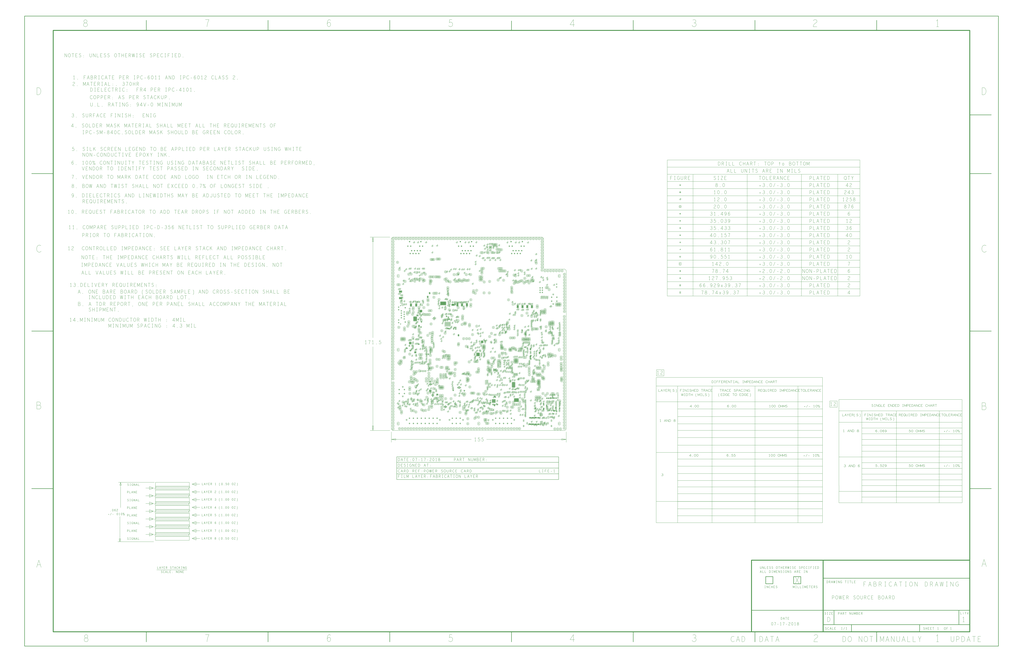
<source format=gbr>
G04 CAM350 V10.0.1 (Build 314) Date:  Tue Jul 17 14:43:08 2018 *
G04 Database: D:\LGR\2018\JULY\REL50470_POWER SOURCE BOARD\REL50470_FINAL.cam *
G04 Layer 16: FAB *
%FSLAX25Y25*%
%MOIN*%
%SFA1.000B1.000*%

%MIA0B0*%
%IPPOS*%
%ADD10C,0.00600*%
%ADD12C,0.01000*%
%ADD110C,0.01500*%
%ADD114C,0.03000*%
%LNFAB*%
%LPD*%
G54D10*
X98903Y627866D02*
G75*
G03X98903Y627866I1968D01*
X101069Y627867D02*
G01X101726D01*
Y627867D02*
G01Y627276D01*
Y627276D02*
G01X101529Y627079D01*
Y627079D02*
G01X101299Y626948D01*
Y626948D02*
G01X100971Y626882D01*
Y626882D02*
G01X100642Y626948D01*
Y626948D02*
G01X100412Y627079D01*
Y627079D02*
G01X100215Y627276D01*
Y627276D02*
G01X100084Y627506D01*
Y627506D02*
G01X100018Y627768D01*
Y627768D02*
G01Y627998D01*
Y627998D02*
G01X100084Y628195D01*
Y628195D02*
G01X100215Y628425D01*
Y628425D02*
G01X100412Y628622D01*
Y628622D02*
G01X100609Y628753D01*
Y628753D02*
G01X100872Y628852D01*
Y628852D02*
G01X101102D01*
Y628852D02*
G01X101364Y628786D01*
Y628786D02*
G01X101561Y628655D01*
X93903Y617866D02*
G03X93903Y617866I1968D01*
X96069Y617867D02*
G01X96726D01*
Y617867D02*
G01Y617276D01*
Y617276D02*
G01X96529Y617079D01*
Y617079D02*
G01X96299Y616948D01*
Y616948D02*
G01X95971Y616882D01*
Y616882D02*
G01X95642Y616948D01*
Y616948D02*
G01X95412Y617079D01*
Y617079D02*
G01X95215Y617276D01*
Y617276D02*
G01X95084Y617506D01*
Y617506D02*
G01X95018Y617768D01*
Y617768D02*
G01Y617998D01*
Y617998D02*
G01X95084Y618195D01*
Y618195D02*
G01X95215Y618425D01*
Y618425D02*
G01X95412Y618622D01*
Y618622D02*
G01X95609Y618753D01*
Y618753D02*
G01X95872Y618852D01*
Y618852D02*
G01X96102D01*
Y618852D02*
G01X96364Y618786D01*
Y618786D02*
G01X96561Y618655D01*
X88903Y627866D02*
G03X88903Y627866I1968D01*
X91069Y627867D02*
G01X91726D01*
Y627867D02*
G01Y627276D01*
Y627276D02*
G01X91529Y627079D01*
Y627079D02*
G01X91299Y626948D01*
Y626948D02*
G01X90971Y626882D01*
Y626882D02*
G01X90642Y626948D01*
Y626948D02*
G01X90412Y627079D01*
Y627079D02*
G01X90215Y627276D01*
Y627276D02*
G01X90084Y627506D01*
Y627506D02*
G01X90018Y627768D01*
Y627768D02*
G01Y627998D01*
Y627998D02*
G01X90084Y628195D01*
Y628195D02*
G01X90215Y628425D01*
Y628425D02*
G01X90412Y628622D01*
Y628622D02*
G01X90609Y628753D01*
Y628753D02*
G01X90872Y628852D01*
Y628852D02*
G01X91102D01*
Y628852D02*
G01X91364Y628786D01*
Y628786D02*
G01X91561Y628655D01*
X83903Y617866D02*
G03X83903Y617866I1968D01*
X86069Y617867D02*
G01X86726D01*
Y617867D02*
G01Y617276D01*
Y617276D02*
G01X86529Y617079D01*
Y617079D02*
G01X86299Y616948D01*
Y616948D02*
G01X85971Y616882D01*
Y616882D02*
G01X85642Y616948D01*
Y616948D02*
G01X85412Y617079D01*
Y617079D02*
G01X85215Y617276D01*
Y617276D02*
G01X85084Y617506D01*
Y617506D02*
G01X85018Y617768D01*
Y617768D02*
G01Y617998D01*
Y617998D02*
G01X85084Y618195D01*
Y618195D02*
G01X85215Y618425D01*
Y618425D02*
G01X85412Y618622D01*
Y618622D02*
G01X85609Y618753D01*
Y618753D02*
G01X85872Y618852D01*
Y618852D02*
G01X86102D01*
Y618852D02*
G01X86364Y618786D01*
Y618786D02*
G01X86561Y618655D01*
X78903Y627866D02*
G03X78903Y627866I1968D01*
X81069Y627867D02*
G01X81726D01*
Y627867D02*
G01Y627276D01*
Y627276D02*
G01X81529Y627079D01*
Y627079D02*
G01X81299Y626948D01*
Y626948D02*
G01X80971Y626882D01*
Y626882D02*
G01X80642Y626948D01*
Y626948D02*
G01X80412Y627079D01*
Y627079D02*
G01X80215Y627276D01*
Y627276D02*
G01X80084Y627506D01*
Y627506D02*
G01X80018Y627768D01*
Y627768D02*
G01Y627998D01*
Y627998D02*
G01X80084Y628195D01*
Y628195D02*
G01X80215Y628425D01*
Y628425D02*
G01X80412Y628622D01*
Y628622D02*
G01X80609Y628753D01*
Y628753D02*
G01X80872Y628852D01*
Y628852D02*
G01X81102D01*
Y628852D02*
G01X81364Y628786D01*
Y628786D02*
G01X81561Y628655D01*
X73903Y617866D02*
G03X73903Y617866I1968D01*
X76069Y617867D02*
G01X76726D01*
Y617867D02*
G01Y617276D01*
Y617276D02*
G01X76529Y617079D01*
Y617079D02*
G01X76299Y616948D01*
Y616948D02*
G01X75971Y616882D01*
Y616882D02*
G01X75642Y616948D01*
Y616948D02*
G01X75412Y617079D01*
Y617079D02*
G01X75215Y617276D01*
Y617276D02*
G01X75084Y617506D01*
Y617506D02*
G01X75018Y617768D01*
Y617768D02*
G01Y617998D01*
Y617998D02*
G01X75084Y618195D01*
Y618195D02*
G01X75215Y618425D01*
Y618425D02*
G01X75412Y618622D01*
Y618622D02*
G01X75609Y618753D01*
Y618753D02*
G01X75872Y618852D01*
Y618852D02*
G01X76102D01*
Y618852D02*
G01X76364Y618786D01*
Y618786D02*
G01X76561Y618655D01*
X68903Y627866D02*
G03X68903Y627866I1968D01*
X71069Y627867D02*
G01X71726D01*
Y627867D02*
G01Y627276D01*
Y627276D02*
G01X71529Y627079D01*
Y627079D02*
G01X71299Y626948D01*
Y626948D02*
G01X70971Y626882D01*
Y626882D02*
G01X70642Y626948D01*
Y626948D02*
G01X70412Y627079D01*
Y627079D02*
G01X70215Y627276D01*
Y627276D02*
G01X70084Y627506D01*
Y627506D02*
G01X70018Y627768D01*
Y627768D02*
G01Y627998D01*
Y627998D02*
G01X70084Y628195D01*
Y628195D02*
G01X70215Y628425D01*
Y628425D02*
G01X70412Y628622D01*
Y628622D02*
G01X70609Y628753D01*
Y628753D02*
G01X70872Y628852D01*
Y628852D02*
G01X71102D01*
Y628852D02*
G01X71364Y628786D01*
Y628786D02*
G01X71561Y628655D01*
X63903Y617866D02*
G03X63903Y617866I1968D01*
X66069Y617867D02*
G01X66726D01*
Y617867D02*
G01Y617276D01*
Y617276D02*
G01X66529Y617079D01*
Y617079D02*
G01X66299Y616948D01*
Y616948D02*
G01X65971Y616882D01*
Y616882D02*
G01X65642Y616948D01*
Y616948D02*
G01X65412Y617079D01*
Y617079D02*
G01X65215Y617276D01*
Y617276D02*
G01X65084Y617506D01*
Y617506D02*
G01X65018Y617768D01*
Y617768D02*
G01Y617998D01*
Y617998D02*
G01X65084Y618195D01*
Y618195D02*
G01X65215Y618425D01*
Y618425D02*
G01X65412Y618622D01*
Y618622D02*
G01X65609Y618753D01*
Y618753D02*
G01X65872Y618852D01*
Y618852D02*
G01X66102D01*
Y618852D02*
G01X66364Y618786D01*
Y618786D02*
G01X66561Y618655D01*
X55714Y643614D02*
G03X55714Y643614I1968D01*
X57880Y643615D02*
G01X58537D01*
Y643615D02*
G01Y643024D01*
Y643024D02*
G01X58340Y642827D01*
Y642827D02*
G01X58110Y642696D01*
Y642696D02*
G01X57782Y642630D01*
Y642630D02*
G01X57453Y642696D01*
Y642696D02*
G01X57223Y642827D01*
Y642827D02*
G01X57026Y643024D01*
Y643024D02*
G01X56895Y643254D01*
Y643254D02*
G01X56829Y643516D01*
Y643516D02*
G01Y643746D01*
Y643746D02*
G01X56895Y643943D01*
Y643943D02*
G01X57026Y644173D01*
Y644173D02*
G01X57223Y644370D01*
Y644370D02*
G01X57420Y644501D01*
Y644501D02*
G01X57683Y644600D01*
Y644600D02*
G01X57913D01*
Y644600D02*
G01X58175Y644534D01*
Y644534D02*
G01X58373Y644403D01*
X65714Y643614D02*
G03X65714Y643614I1968D01*
X67880Y643615D02*
G01X68537D01*
Y643615D02*
G01Y643024D01*
Y643024D02*
G01X68340Y642827D01*
Y642827D02*
G01X68110Y642696D01*
Y642696D02*
G01X67782Y642630D01*
Y642630D02*
G01X67453Y642696D01*
Y642696D02*
G01X67223Y642827D01*
Y642827D02*
G01X67026Y643024D01*
Y643024D02*
G01X66895Y643254D01*
Y643254D02*
G01X66829Y643516D01*
Y643516D02*
G01Y643746D01*
Y643746D02*
G01X66895Y643943D01*
Y643943D02*
G01X67026Y644173D01*
Y644173D02*
G01X67223Y644370D01*
Y644370D02*
G01X67420Y644501D01*
Y644501D02*
G01X67683Y644600D01*
Y644600D02*
G01X67913D01*
Y644600D02*
G01X68175Y644534D01*
Y644534D02*
G01X68373Y644403D01*
X97132Y643614D02*
G03X97132Y643614I1968D01*
X99297Y643615D02*
G01X99954D01*
Y643615D02*
G01Y643024D01*
Y643024D02*
G01X99757Y642827D01*
Y642827D02*
G01X99527Y642696D01*
Y642696D02*
G01X99199Y642630D01*
Y642630D02*
G01X98870Y642696D01*
Y642696D02*
G01X98640Y642827D01*
Y642827D02*
G01X98443Y643024D01*
Y643024D02*
G01X98312Y643254D01*
Y643254D02*
G01X98246Y643516D01*
Y643516D02*
G01Y643746D01*
Y643746D02*
G01X98312Y643943D01*
Y643943D02*
G01X98443Y644173D01*
Y644173D02*
G01X98640Y644370D01*
Y644370D02*
G01X98837Y644501D01*
Y644501D02*
G01X99100Y644600D01*
Y644600D02*
G01X99330D01*
Y644600D02*
G01X99592Y644534D01*
Y644534D02*
G01X99789Y644403D01*
X107132Y643614D02*
G03X107132Y643614I1968D01*
X109297Y643615D02*
G01X109954D01*
Y643615D02*
G01Y643024D01*
Y643024D02*
G01X109757Y642827D01*
Y642827D02*
G01X109527Y642696D01*
Y642696D02*
G01X109199Y642630D01*
Y642630D02*
G01X108870Y642696D01*
Y642696D02*
G01X108640Y642827D01*
Y642827D02*
G01X108443Y643024D01*
Y643024D02*
G01X108312Y643254D01*
Y643254D02*
G01X108246Y643516D01*
Y643516D02*
G01Y643746D01*
Y643746D02*
G01X108312Y643943D01*
Y643943D02*
G01X108443Y644173D01*
Y644173D02*
G01X108640Y644370D01*
Y644370D02*
G01X108837Y644501D01*
Y644501D02*
G01X109100Y644600D01*
Y644600D02*
G01X109330D01*
Y644600D02*
G01X109592Y644534D01*
Y644534D02*
G01X109789Y644403D01*
X101108Y659362D02*
G03X101108Y659362I1968D01*
X102222Y658378D02*
G01Y660348D01*
Y660348D02*
G01X103076Y658706D01*
Y658706D02*
G01X103930Y660348D01*
Y660348D02*
G01Y658378D01*
X61738Y659362D02*
G03X61738Y659362I1968D01*
X62852Y658378D02*
G01Y660348D01*
Y660348D02*
G01X63706Y658706D01*
Y658706D02*
G01X64560Y660348D01*
Y660348D02*
G01Y658378D01*
X238532Y24581D02*
G03X238532Y24581I1968D01*
X239810Y23597D02*
G01Y25567D01*
X241189D02*
G01Y23597D01*
Y24582D02*
G01X239810D01*
X224752Y24581D02*
G03X224752Y24581I1968D01*
X226031Y23597D02*
G01Y25567D01*
X227411D02*
G01Y23597D01*
Y24582D02*
G01X226031D01*
X210972Y24581D02*
G03X210972Y24581I1968D01*
X212251Y23597D02*
G01Y25567D01*
X213631D02*
G01Y23597D01*
Y24582D02*
G01X212251D01*
X238532Y42692D02*
G03X238532Y42692I1968D01*
X239810Y41707D02*
G01Y43677D01*
X241189D02*
G01Y41707D01*
Y42692D02*
G01X239810D01*
X224752D02*
G03X224752Y42692I1968D01*
X226031Y41707D02*
G01Y43677D01*
X227411D02*
G01Y41707D01*
Y42692D02*
G01X226031D01*
X210972D02*
G03X210972Y42692I1968D01*
X212251Y41707D02*
G01Y43677D01*
X213631D02*
G01Y41707D01*
Y42692D02*
G01X212251D01*
X248374Y35133D02*
G01Y39070D01*
Y39070D02*
G01X252311D01*
Y39070D02*
G01Y35133D01*
Y35133D02*
G01X248374D01*
X249686Y38087D02*
G01Y36117D01*
Y36117D02*
G01X251000D01*
X201130Y35133D02*
G01Y39070D01*
Y39070D02*
G01X205067D01*
Y39070D02*
G01Y35133D01*
Y35133D02*
G01X201130D01*
X202441Y38087D02*
G01Y36117D01*
Y36117D02*
G01X203755D01*
X157839Y24581D02*
G03X157839Y24581I1968D01*
X159118Y23597D02*
G01Y25567D01*
X160498D02*
G01Y23597D01*
Y24582D02*
G01X159118D01*
X144060Y24581D02*
G03X144060Y24581I1968D01*
X145338Y23597D02*
G01Y25567D01*
X146718D02*
G01Y23597D01*
Y24582D02*
G01X145338D01*
X130280Y24581D02*
G03X130280Y24581I1968D01*
X131559Y23597D02*
G01Y25567D01*
X132938D02*
G01Y23597D01*
Y24582D02*
G01X131559D01*
X116501Y24581D02*
G03X116501Y24581I1968D01*
X117779Y23597D02*
G01Y25567D01*
X119158D02*
G01Y23597D01*
Y24582D02*
G01X117779D01*
X102721Y24581D02*
G03X102721Y24581I1968D01*
X104000Y23597D02*
G01Y25567D01*
X105379D02*
G01Y23597D01*
Y24582D02*
G01X104000D01*
X88942Y24581D02*
G03X88942Y24581I1968D01*
X90220Y23597D02*
G01Y25567D01*
X91599D02*
G01Y23597D01*
Y24582D02*
G01X90220D01*
X75162Y24581D02*
G03X75162Y24581I1968D01*
X76441Y23597D02*
G01Y25567D01*
X77821D02*
G01Y23597D01*
Y24582D02*
G01X76441D01*
X61383Y24581D02*
G03X61383Y24581I1968D01*
X62661Y23597D02*
G01Y25567D01*
X64041D02*
G01Y23597D01*
Y24582D02*
G01X62661D01*
X157839Y42692D02*
G03X157839Y42692I1968D01*
X159118Y41707D02*
G01Y43677D01*
X160498D02*
G01Y41707D01*
Y42692D02*
G01X159118D01*
X144060D02*
G03X144060Y42692I1968D01*
X145338Y41707D02*
G01Y43677D01*
X146718D02*
G01Y41707D01*
Y42692D02*
G01X145338D01*
X130280D02*
G03X130280Y42692I1968D01*
X131559Y41707D02*
G01Y43677D01*
X132938D02*
G01Y41707D01*
Y42692D02*
G01X131559D01*
X116501D02*
G03X116501Y42692I1968D01*
X117779Y41707D02*
G01Y43677D01*
X119158D02*
G01Y41707D01*
Y42692D02*
G01X117779D01*
X102721D02*
G03X102721Y42692I1968D01*
X104000Y41707D02*
G01Y43677D01*
X105379D02*
G01Y41707D01*
Y42692D02*
G01X104000D01*
X88942D02*
G03X88942Y42692I1968D01*
X90220Y41707D02*
G01Y43677D01*
X91599D02*
G01Y41707D01*
Y42692D02*
G01X90220D01*
X75162D02*
G03X75162Y42692I1968D01*
X76441Y41707D02*
G01Y43677D01*
X77821D02*
G01Y41707D01*
Y42692D02*
G01X76441D01*
X61383D02*
G03X61383Y42692I1968D01*
X62661Y41707D02*
G01Y43677D01*
X64041D02*
G01Y41707D01*
Y42692D02*
G01X62661D01*
X167682Y35133D02*
G01Y39070D01*
Y39070D02*
G01X171619D01*
Y39070D02*
G01Y35133D01*
Y35133D02*
G01X167682D01*
X168993Y38087D02*
G01Y36117D01*
Y36117D02*
G01X170307D01*
X51540Y35133D02*
G01Y39070D01*
Y39070D02*
G01X55477D01*
Y39070D02*
G01Y35133D01*
Y35133D02*
G01X51540D01*
X52852Y38087D02*
G01Y36117D01*
Y36117D02*
G01X54166D01*
X476169Y27248D02*
G01Y23311D01*
X472232D02*
G03X476169Y23311I1968D01*
X472232D02*
G01Y27248D01*
X476169D02*
G03X472232Y27248I-1968D01*
X473511Y24558D02*
G01X473774Y24393D01*
Y24393D02*
G01X474070Y24295D01*
Y24295D02*
G01X474332D01*
Y24295D02*
G01X474595Y24393D01*
Y24393D02*
G01X474792Y24558D01*
Y24558D02*
G01X474891Y24788D01*
Y24788D02*
G01X474825Y25017D01*
Y25017D02*
G01X474661Y25214D01*
Y25214D02*
G01X474365Y25346D01*
Y25346D02*
G01X473971Y25411D01*
Y25411D02*
G01X473741Y25543D01*
Y25543D02*
G01X473643Y25772D01*
Y25772D02*
G01X473709Y26002D01*
Y26002D02*
G01X473873Y26166D01*
Y26166D02*
G01X474102Y26265D01*
Y26265D02*
G01X474332D01*
Y26265D02*
G01X474562Y26199D01*
Y26199D02*
G01X474759Y26035D01*
X548610Y27248D02*
G01Y23311D01*
X544673D02*
G03X548610Y23311I1968D01*
X544673D02*
G01Y27248D01*
X548610D02*
G03X544673Y27248I-1968D01*
X545952Y24558D02*
G01X546215Y24393D01*
Y24393D02*
G01X546511Y24295D01*
Y24295D02*
G01X546773D01*
Y24295D02*
G01X547036Y24393D01*
Y24393D02*
G01X547233Y24558D01*
Y24558D02*
G01X547331Y24788D01*
Y24788D02*
G01X547266Y25017D01*
Y25017D02*
G01X547102Y25214D01*
Y25214D02*
G01X546806Y25346D01*
Y25346D02*
G01X546412Y25411D01*
Y25411D02*
G01X546182Y25543D01*
Y25543D02*
G01X546084Y25772D01*
Y25772D02*
G01X546150Y26002D01*
Y26002D02*
G01X546314Y26166D01*
Y26166D02*
G01X546543Y26265D01*
Y26265D02*
G01X546773D01*
Y26265D02*
G01X547003Y26199D01*
Y26199D02*
G01X547200Y26035D01*
X463866Y36303D02*
G01Y32366D01*
X459929D02*
G03X463866Y32366I1968D01*
X459929D02*
G01Y36303D01*
X463866D02*
G03X459929Y36303I-1968D01*
X461208Y33613D02*
G01X461471Y33448D01*
Y33448D02*
G01X461767Y33350D01*
Y33350D02*
G01X462029D01*
Y33350D02*
G01X462292Y33448D01*
Y33448D02*
G01X462489Y33613D01*
Y33613D02*
G01X462588Y33843D01*
Y33843D02*
G01X462522Y34072D01*
Y34072D02*
G01X462358Y34269D01*
Y34269D02*
G01X462062Y34401D01*
Y34401D02*
G01X461668Y34466D01*
Y34466D02*
G01X461438Y34598D01*
Y34598D02*
G01X461340Y34827D01*
Y34827D02*
G01X461406Y35057D01*
Y35057D02*
G01X461570Y35221D01*
Y35221D02*
G01X461799Y35320D01*
Y35320D02*
G01X462029D01*
Y35320D02*
G01X462259Y35254D01*
Y35254D02*
G01X462456Y35090D01*
X560913Y36303D02*
G01Y32366D01*
X556976D02*
G03X560913Y32366I1968D01*
X556976D02*
G01Y36303D01*
X560913D02*
G03X556976Y36303I-1968D01*
X558255Y33613D02*
G01X558518Y33448D01*
Y33448D02*
G01X558814Y33350D01*
Y33350D02*
G01X559076D01*
Y33350D02*
G01X559339Y33448D01*
Y33448D02*
G01X559536Y33613D01*
Y33613D02*
G01X559634Y33843D01*
Y33843D02*
G01X559569Y34072D01*
Y34072D02*
G01X559405Y34269D01*
Y34269D02*
G01X559109Y34401D01*
Y34401D02*
G01X558715Y34466D01*
Y34466D02*
G01X558485Y34598D01*
Y34598D02*
G01X558387Y34827D01*
Y34827D02*
G01X558453Y35057D01*
Y35057D02*
G01X558617Y35221D01*
Y35221D02*
G01X558846Y35320D01*
Y35320D02*
G01X559076D01*
Y35320D02*
G01X559306Y35254D01*
Y35254D02*
G01X559503Y35090D01*
X463866Y17012D02*
G01Y14256D01*
X459929D02*
G03X463866Y14256I1968D01*
X459929D02*
G01Y17012D01*
X463866D02*
G03X459929Y17012I-1968D01*
X461241Y14650D02*
G01Y16620D01*
Y16620D02*
G01X462062D01*
Y16620D02*
G01X462325Y16521D01*
Y16521D02*
G01X462489Y16390D01*
Y16390D02*
G01X462555Y16127D01*
Y16127D02*
G01X462489Y15865D01*
Y15865D02*
G01X462292Y15701D01*
Y15701D02*
G01X462062Y15602D01*
Y15602D02*
G01X461241D01*
X462062D02*
G01X462555Y14650D01*
X560913Y17012D02*
G01Y14256D01*
X556976D02*
G03X560913Y14256I1968D01*
X556976D02*
G01Y17012D01*
X560913D02*
G03X556976Y17012I-1968D01*
X558288Y14650D02*
G01Y16620D01*
Y16620D02*
G01X559109D01*
Y16620D02*
G01X559372Y16521D01*
Y16521D02*
G01X559536Y16390D01*
Y16390D02*
G01X559602Y16127D01*
Y16127D02*
G01X559536Y15865D01*
Y15865D02*
G01X559339Y15701D01*
Y15701D02*
G01X559109Y15602D01*
Y15602D02*
G01X558288D01*
X559109D02*
G01X559602Y14650D01*
X276063Y627866D02*
G03X276063Y627866I1968D01*
X278228Y627867D02*
G01X278885D01*
Y627867D02*
G01Y627276D01*
Y627276D02*
G01X278688Y627079D01*
Y627079D02*
G01X278458Y626948D01*
Y626948D02*
G01X278130Y626882D01*
Y626882D02*
G01X277801Y626948D01*
Y626948D02*
G01X277571Y627079D01*
Y627079D02*
G01X277374Y627276D01*
Y627276D02*
G01X277243Y627506D01*
Y627506D02*
G01X277177Y627768D01*
Y627768D02*
G01Y627998D01*
Y627998D02*
G01X277243Y628195D01*
Y628195D02*
G01X277374Y628425D01*
Y628425D02*
G01X277571Y628622D01*
Y628622D02*
G01X277768Y628753D01*
Y628753D02*
G01X278031Y628852D01*
Y628852D02*
G01X278261D01*
Y628852D02*
G01X278523Y628786D01*
Y628786D02*
G01X278721Y628655D01*
X271063Y617866D02*
G03X271063Y617866I1968D01*
X273228Y617867D02*
G01X273885D01*
Y617867D02*
G01Y617276D01*
Y617276D02*
G01X273688Y617079D01*
Y617079D02*
G01X273458Y616948D01*
Y616948D02*
G01X273130Y616882D01*
Y616882D02*
G01X272801Y616948D01*
Y616948D02*
G01X272571Y617079D01*
Y617079D02*
G01X272374Y617276D01*
Y617276D02*
G01X272243Y617506D01*
Y617506D02*
G01X272177Y617768D01*
Y617768D02*
G01Y617998D01*
Y617998D02*
G01X272243Y618195D01*
Y618195D02*
G01X272374Y618425D01*
Y618425D02*
G01X272571Y618622D01*
Y618622D02*
G01X272768Y618753D01*
Y618753D02*
G01X273031Y618852D01*
Y618852D02*
G01X273261D01*
Y618852D02*
G01X273523Y618786D01*
Y618786D02*
G01X273721Y618655D01*
X266063Y627866D02*
G03X266063Y627866I1968D01*
X268228Y627867D02*
G01X268885D01*
Y627867D02*
G01Y627276D01*
Y627276D02*
G01X268688Y627079D01*
Y627079D02*
G01X268458Y626948D01*
Y626948D02*
G01X268130Y626882D01*
Y626882D02*
G01X267801Y626948D01*
Y626948D02*
G01X267571Y627079D01*
Y627079D02*
G01X267374Y627276D01*
Y627276D02*
G01X267243Y627506D01*
Y627506D02*
G01X267177Y627768D01*
Y627768D02*
G01Y627998D01*
Y627998D02*
G01X267243Y628195D01*
Y628195D02*
G01X267374Y628425D01*
Y628425D02*
G01X267571Y628622D01*
Y628622D02*
G01X267768Y628753D01*
Y628753D02*
G01X268031Y628852D01*
Y628852D02*
G01X268261D01*
Y628852D02*
G01X268523Y628786D01*
Y628786D02*
G01X268721Y628655D01*
X261063Y617866D02*
G03X261063Y617866I1968D01*
X263228Y617867D02*
G01X263885D01*
Y617867D02*
G01Y617276D01*
Y617276D02*
G01X263688Y617079D01*
Y617079D02*
G01X263458Y616948D01*
Y616948D02*
G01X263130Y616882D01*
Y616882D02*
G01X262801Y616948D01*
Y616948D02*
G01X262571Y617079D01*
Y617079D02*
G01X262374Y617276D01*
Y617276D02*
G01X262243Y617506D01*
Y617506D02*
G01X262177Y617768D01*
Y617768D02*
G01Y617998D01*
Y617998D02*
G01X262243Y618195D01*
Y618195D02*
G01X262374Y618425D01*
Y618425D02*
G01X262571Y618622D01*
Y618622D02*
G01X262768Y618753D01*
Y618753D02*
G01X263031Y618852D01*
Y618852D02*
G01X263261D01*
Y618852D02*
G01X263523Y618786D01*
Y618786D02*
G01X263721Y618655D01*
X256063Y627866D02*
G03X256063Y627866I1968D01*
X258228Y627867D02*
G01X258885D01*
Y627867D02*
G01Y627276D01*
Y627276D02*
G01X258688Y627079D01*
Y627079D02*
G01X258458Y626948D01*
Y626948D02*
G01X258130Y626882D01*
Y626882D02*
G01X257801Y626948D01*
Y626948D02*
G01X257571Y627079D01*
Y627079D02*
G01X257374Y627276D01*
Y627276D02*
G01X257243Y627506D01*
Y627506D02*
G01X257177Y627768D01*
Y627768D02*
G01Y627998D01*
Y627998D02*
G01X257243Y628195D01*
Y628195D02*
G01X257374Y628425D01*
Y628425D02*
G01X257571Y628622D01*
Y628622D02*
G01X257768Y628753D01*
Y628753D02*
G01X258031Y628852D01*
Y628852D02*
G01X258261D01*
Y628852D02*
G01X258523Y628786D01*
Y628786D02*
G01X258721Y628655D01*
X251063Y617866D02*
G03X251063Y617866I1968D01*
X253228Y617867D02*
G01X253885D01*
Y617867D02*
G01Y617276D01*
Y617276D02*
G01X253688Y617079D01*
Y617079D02*
G01X253458Y616948D01*
Y616948D02*
G01X253130Y616882D01*
Y616882D02*
G01X252801Y616948D01*
Y616948D02*
G01X252571Y617079D01*
Y617079D02*
G01X252374Y617276D01*
Y617276D02*
G01X252243Y617506D01*
Y617506D02*
G01X252177Y617768D01*
Y617768D02*
G01Y617998D01*
Y617998D02*
G01X252243Y618195D01*
Y618195D02*
G01X252374Y618425D01*
Y618425D02*
G01X252571Y618622D01*
Y618622D02*
G01X252768Y618753D01*
Y618753D02*
G01X253031Y618852D01*
Y618852D02*
G01X253261D01*
Y618852D02*
G01X253523Y618786D01*
Y618786D02*
G01X253721Y618655D01*
X246063Y627866D02*
G03X246063Y627866I1968D01*
X248228Y627867D02*
G01X248885D01*
Y627867D02*
G01Y627276D01*
Y627276D02*
G01X248688Y627079D01*
Y627079D02*
G01X248458Y626948D01*
Y626948D02*
G01X248130Y626882D01*
Y626882D02*
G01X247801Y626948D01*
Y626948D02*
G01X247571Y627079D01*
Y627079D02*
G01X247374Y627276D01*
Y627276D02*
G01X247243Y627506D01*
Y627506D02*
G01X247177Y627768D01*
Y627768D02*
G01Y627998D01*
Y627998D02*
G01X247243Y628195D01*
Y628195D02*
G01X247374Y628425D01*
Y628425D02*
G01X247571Y628622D01*
Y628622D02*
G01X247768Y628753D01*
Y628753D02*
G01X248031Y628852D01*
Y628852D02*
G01X248261D01*
Y628852D02*
G01X248523Y628786D01*
Y628786D02*
G01X248721Y628655D01*
X241063Y617866D02*
G03X241063Y617866I1968D01*
X243228Y617867D02*
G01X243885D01*
Y617867D02*
G01Y617276D01*
Y617276D02*
G01X243688Y617079D01*
Y617079D02*
G01X243458Y616948D01*
Y616948D02*
G01X243130Y616882D01*
Y616882D02*
G01X242801Y616948D01*
Y616948D02*
G01X242571Y617079D01*
Y617079D02*
G01X242374Y617276D01*
Y617276D02*
G01X242243Y617506D01*
Y617506D02*
G01X242177Y617768D01*
Y617768D02*
G01Y617998D01*
Y617998D02*
G01X242243Y618195D01*
Y618195D02*
G01X242374Y618425D01*
Y618425D02*
G01X242571Y618622D01*
Y618622D02*
G01X242768Y618753D01*
Y618753D02*
G01X243031Y618852D01*
Y618852D02*
G01X243261D01*
Y618852D02*
G01X243523Y618786D01*
Y618786D02*
G01X243721Y618655D01*
X232874Y643614D02*
G03X232874Y643614I1968D01*
X235040Y643615D02*
G01X235697D01*
Y643615D02*
G01Y643024D01*
Y643024D02*
G01X235500Y642827D01*
Y642827D02*
G01X235270Y642696D01*
Y642696D02*
G01X234942Y642630D01*
Y642630D02*
G01X234613Y642696D01*
Y642696D02*
G01X234383Y642827D01*
Y642827D02*
G01X234186Y643024D01*
Y643024D02*
G01X234055Y643254D01*
Y643254D02*
G01X233989Y643516D01*
Y643516D02*
G01Y643746D01*
Y643746D02*
G01X234055Y643943D01*
Y643943D02*
G01X234186Y644173D01*
Y644173D02*
G01X234383Y644370D01*
Y644370D02*
G01X234580Y644501D01*
Y644501D02*
G01X234843Y644600D01*
Y644600D02*
G01X235073D01*
Y644600D02*
G01X235335Y644534D01*
Y644534D02*
G01X235533Y644403D01*
X242874Y643614D02*
G03X242874Y643614I1968D01*
X245040Y643615D02*
G01X245697D01*
Y643615D02*
G01Y643024D01*
Y643024D02*
G01X245500Y642827D01*
Y642827D02*
G01X245270Y642696D01*
Y642696D02*
G01X244942Y642630D01*
Y642630D02*
G01X244613Y642696D01*
Y642696D02*
G01X244383Y642827D01*
Y642827D02*
G01X244186Y643024D01*
Y643024D02*
G01X244055Y643254D01*
Y643254D02*
G01X243989Y643516D01*
Y643516D02*
G01Y643746D01*
Y643746D02*
G01X244055Y643943D01*
Y643943D02*
G01X244186Y644173D01*
Y644173D02*
G01X244383Y644370D01*
Y644370D02*
G01X244580Y644501D01*
Y644501D02*
G01X244843Y644600D01*
Y644600D02*
G01X245073D01*
Y644600D02*
G01X245335Y644534D01*
Y644534D02*
G01X245533Y644403D01*
X274291Y643614D02*
G03X274291Y643614I1968D01*
X276457Y643615D02*
G01X277114D01*
Y643615D02*
G01Y643024D01*
Y643024D02*
G01X276917Y642827D01*
Y642827D02*
G01X276687Y642696D01*
Y642696D02*
G01X276359Y642630D01*
Y642630D02*
G01X276030Y642696D01*
Y642696D02*
G01X275800Y642827D01*
Y642827D02*
G01X275603Y643024D01*
Y643024D02*
G01X275472Y643254D01*
Y643254D02*
G01X275406Y643516D01*
Y643516D02*
G01Y643746D01*
Y643746D02*
G01X275472Y643943D01*
Y643943D02*
G01X275603Y644173D01*
Y644173D02*
G01X275800Y644370D01*
Y644370D02*
G01X275997Y644501D01*
Y644501D02*
G01X276260Y644600D01*
Y644600D02*
G01X276490D01*
Y644600D02*
G01X276752Y644534D01*
Y644534D02*
G01X276949Y644403D01*
X284291Y643614D02*
G03X284291Y643614I1968D01*
X286457Y643615D02*
G01X287114D01*
Y643615D02*
G01Y643024D01*
Y643024D02*
G01X286917Y642827D01*
Y642827D02*
G01X286687Y642696D01*
Y642696D02*
G01X286359Y642630D01*
Y642630D02*
G01X286030Y642696D01*
Y642696D02*
G01X285800Y642827D01*
Y642827D02*
G01X285603Y643024D01*
Y643024D02*
G01X285472Y643254D01*
Y643254D02*
G01X285406Y643516D01*
Y643516D02*
G01Y643746D01*
Y643746D02*
G01X285472Y643943D01*
Y643943D02*
G01X285603Y644173D01*
Y644173D02*
G01X285800Y644370D01*
Y644370D02*
G01X285997Y644501D01*
Y644501D02*
G01X286260Y644600D01*
Y644600D02*
G01X286490D01*
Y644600D02*
G01X286752Y644534D01*
Y644534D02*
G01X286949Y644403D01*
X238898Y659362D02*
G03X238898Y659362I1968D01*
X240012Y658378D02*
G01Y660348D01*
Y660348D02*
G01X240866Y658706D01*
Y658706D02*
G01X241720Y660348D01*
Y660348D02*
G01Y658378D01*
X278268Y659362D02*
G03X278268Y659362I1968D01*
X279382Y658378D02*
G01Y660348D01*
Y660348D02*
G01X280236Y658706D01*
Y658706D02*
G01X281090Y660348D01*
Y660348D02*
G01Y658378D01*
X453228Y627866D02*
G03X453228Y627866I1968D01*
X455394Y627867D02*
G01X456051D01*
Y627867D02*
G01Y627276D01*
Y627276D02*
G01X455854Y627079D01*
Y627079D02*
G01X455624Y626948D01*
Y626948D02*
G01X455296Y626882D01*
Y626882D02*
G01X454967Y626948D01*
Y626948D02*
G01X454737Y627079D01*
Y627079D02*
G01X454540Y627276D01*
Y627276D02*
G01X454409Y627506D01*
Y627506D02*
G01X454343Y627768D01*
Y627768D02*
G01Y627998D01*
Y627998D02*
G01X454409Y628195D01*
Y628195D02*
G01X454540Y628425D01*
Y628425D02*
G01X454737Y628622D01*
Y628622D02*
G01X454934Y628753D01*
Y628753D02*
G01X455197Y628852D01*
Y628852D02*
G01X455427D01*
Y628852D02*
G01X455689Y628786D01*
Y628786D02*
G01X455886Y628655D01*
X448228Y617866D02*
G03X448228Y617866I1968D01*
X450394Y617867D02*
G01X451051D01*
Y617867D02*
G01Y617276D01*
Y617276D02*
G01X450854Y617079D01*
Y617079D02*
G01X450624Y616948D01*
Y616948D02*
G01X450296Y616882D01*
Y616882D02*
G01X449967Y616948D01*
Y616948D02*
G01X449737Y617079D01*
Y617079D02*
G01X449540Y617276D01*
Y617276D02*
G01X449409Y617506D01*
Y617506D02*
G01X449343Y617768D01*
Y617768D02*
G01Y617998D01*
Y617998D02*
G01X449409Y618195D01*
Y618195D02*
G01X449540Y618425D01*
Y618425D02*
G01X449737Y618622D01*
Y618622D02*
G01X449934Y618753D01*
Y618753D02*
G01X450197Y618852D01*
Y618852D02*
G01X450427D01*
Y618852D02*
G01X450689Y618786D01*
Y618786D02*
G01X450886Y618655D01*
X443228Y627866D02*
G03X443228Y627866I1968D01*
X445394Y627867D02*
G01X446051D01*
Y627867D02*
G01Y627276D01*
Y627276D02*
G01X445854Y627079D01*
Y627079D02*
G01X445624Y626948D01*
Y626948D02*
G01X445296Y626882D01*
Y626882D02*
G01X444967Y626948D01*
Y626948D02*
G01X444737Y627079D01*
Y627079D02*
G01X444540Y627276D01*
Y627276D02*
G01X444409Y627506D01*
Y627506D02*
G01X444343Y627768D01*
Y627768D02*
G01Y627998D01*
Y627998D02*
G01X444409Y628195D01*
Y628195D02*
G01X444540Y628425D01*
Y628425D02*
G01X444737Y628622D01*
Y628622D02*
G01X444934Y628753D01*
Y628753D02*
G01X445197Y628852D01*
Y628852D02*
G01X445427D01*
Y628852D02*
G01X445689Y628786D01*
Y628786D02*
G01X445886Y628655D01*
X438228Y617866D02*
G03X438228Y617866I1968D01*
X440394Y617867D02*
G01X441051D01*
Y617867D02*
G01Y617276D01*
Y617276D02*
G01X440854Y617079D01*
Y617079D02*
G01X440624Y616948D01*
Y616948D02*
G01X440296Y616882D01*
Y616882D02*
G01X439967Y616948D01*
Y616948D02*
G01X439737Y617079D01*
Y617079D02*
G01X439540Y617276D01*
Y617276D02*
G01X439409Y617506D01*
Y617506D02*
G01X439343Y617768D01*
Y617768D02*
G01Y617998D01*
Y617998D02*
G01X439409Y618195D01*
Y618195D02*
G01X439540Y618425D01*
Y618425D02*
G01X439737Y618622D01*
Y618622D02*
G01X439934Y618753D01*
Y618753D02*
G01X440197Y618852D01*
Y618852D02*
G01X440427D01*
Y618852D02*
G01X440689Y618786D01*
Y618786D02*
G01X440886Y618655D01*
X433228Y627866D02*
G03X433228Y627866I1968D01*
X435394Y627867D02*
G01X436051D01*
Y627867D02*
G01Y627276D01*
Y627276D02*
G01X435854Y627079D01*
Y627079D02*
G01X435624Y626948D01*
Y626948D02*
G01X435296Y626882D01*
Y626882D02*
G01X434967Y626948D01*
Y626948D02*
G01X434737Y627079D01*
Y627079D02*
G01X434540Y627276D01*
Y627276D02*
G01X434409Y627506D01*
Y627506D02*
G01X434343Y627768D01*
Y627768D02*
G01Y627998D01*
Y627998D02*
G01X434409Y628195D01*
Y628195D02*
G01X434540Y628425D01*
Y628425D02*
G01X434737Y628622D01*
Y628622D02*
G01X434934Y628753D01*
Y628753D02*
G01X435197Y628852D01*
Y628852D02*
G01X435427D01*
Y628852D02*
G01X435689Y628786D01*
Y628786D02*
G01X435886Y628655D01*
X428228Y617866D02*
G03X428228Y617866I1968D01*
X430394Y617867D02*
G01X431051D01*
Y617867D02*
G01Y617276D01*
Y617276D02*
G01X430854Y617079D01*
Y617079D02*
G01X430624Y616948D01*
Y616948D02*
G01X430296Y616882D01*
Y616882D02*
G01X429967Y616948D01*
Y616948D02*
G01X429737Y617079D01*
Y617079D02*
G01X429540Y617276D01*
Y617276D02*
G01X429409Y617506D01*
Y617506D02*
G01X429343Y617768D01*
Y617768D02*
G01Y617998D01*
Y617998D02*
G01X429409Y618195D01*
Y618195D02*
G01X429540Y618425D01*
Y618425D02*
G01X429737Y618622D01*
Y618622D02*
G01X429934Y618753D01*
Y618753D02*
G01X430197Y618852D01*
Y618852D02*
G01X430427D01*
Y618852D02*
G01X430689Y618786D01*
Y618786D02*
G01X430886Y618655D01*
X423228Y627866D02*
G03X423228Y627866I1968D01*
X425394Y627867D02*
G01X426051D01*
Y627867D02*
G01Y627276D01*
Y627276D02*
G01X425854Y627079D01*
Y627079D02*
G01X425624Y626948D01*
Y626948D02*
G01X425296Y626882D01*
Y626882D02*
G01X424967Y626948D01*
Y626948D02*
G01X424737Y627079D01*
Y627079D02*
G01X424540Y627276D01*
Y627276D02*
G01X424409Y627506D01*
Y627506D02*
G01X424343Y627768D01*
Y627768D02*
G01Y627998D01*
Y627998D02*
G01X424409Y628195D01*
Y628195D02*
G01X424540Y628425D01*
Y628425D02*
G01X424737Y628622D01*
Y628622D02*
G01X424934Y628753D01*
Y628753D02*
G01X425197Y628852D01*
Y628852D02*
G01X425427D01*
Y628852D02*
G01X425689Y628786D01*
Y628786D02*
G01X425886Y628655D01*
X418228Y617866D02*
G03X418228Y617866I1968D01*
X420394Y617867D02*
G01X421051D01*
Y617867D02*
G01Y617276D01*
Y617276D02*
G01X420854Y617079D01*
Y617079D02*
G01X420624Y616948D01*
Y616948D02*
G01X420296Y616882D01*
Y616882D02*
G01X419967Y616948D01*
Y616948D02*
G01X419737Y617079D01*
Y617079D02*
G01X419540Y617276D01*
Y617276D02*
G01X419409Y617506D01*
Y617506D02*
G01X419343Y617768D01*
Y617768D02*
G01Y617998D01*
Y617998D02*
G01X419409Y618195D01*
Y618195D02*
G01X419540Y618425D01*
Y618425D02*
G01X419737Y618622D01*
Y618622D02*
G01X419934Y618753D01*
Y618753D02*
G01X420197Y618852D01*
Y618852D02*
G01X420427D01*
Y618852D02*
G01X420689Y618786D01*
Y618786D02*
G01X420886Y618655D01*
X410039Y643614D02*
G03X410039Y643614I1968D01*
X412205Y643615D02*
G01X412862D01*
Y643615D02*
G01Y643024D01*
Y643024D02*
G01X412665Y642827D01*
Y642827D02*
G01X412435Y642696D01*
Y642696D02*
G01X412107Y642630D01*
Y642630D02*
G01X411778Y642696D01*
Y642696D02*
G01X411548Y642827D01*
Y642827D02*
G01X411351Y643024D01*
Y643024D02*
G01X411220Y643254D01*
Y643254D02*
G01X411154Y643516D01*
Y643516D02*
G01Y643746D01*
Y643746D02*
G01X411220Y643943D01*
Y643943D02*
G01X411351Y644173D01*
Y644173D02*
G01X411548Y644370D01*
Y644370D02*
G01X411745Y644501D01*
Y644501D02*
G01X412008Y644600D01*
Y644600D02*
G01X412238D01*
Y644600D02*
G01X412500Y644534D01*
Y644534D02*
G01X412698Y644403D01*
X420039Y643614D02*
G03X420039Y643614I1968D01*
X422205Y643615D02*
G01X422862D01*
Y643615D02*
G01Y643024D01*
Y643024D02*
G01X422665Y642827D01*
Y642827D02*
G01X422435Y642696D01*
Y642696D02*
G01X422107Y642630D01*
Y642630D02*
G01X421778Y642696D01*
Y642696D02*
G01X421548Y642827D01*
Y642827D02*
G01X421351Y643024D01*
Y643024D02*
G01X421220Y643254D01*
Y643254D02*
G01X421154Y643516D01*
Y643516D02*
G01Y643746D01*
Y643746D02*
G01X421220Y643943D01*
Y643943D02*
G01X421351Y644173D01*
Y644173D02*
G01X421548Y644370D01*
Y644370D02*
G01X421745Y644501D01*
Y644501D02*
G01X422008Y644600D01*
Y644600D02*
G01X422238D01*
Y644600D02*
G01X422500Y644534D01*
Y644534D02*
G01X422698Y644403D01*
X451457Y643614D02*
G03X451457Y643614I1968D01*
X453622Y643615D02*
G01X454279D01*
Y643615D02*
G01Y643024D01*
Y643024D02*
G01X454082Y642827D01*
Y642827D02*
G01X453852Y642696D01*
Y642696D02*
G01X453524Y642630D01*
Y642630D02*
G01X453195Y642696D01*
Y642696D02*
G01X452965Y642827D01*
Y642827D02*
G01X452768Y643024D01*
Y643024D02*
G01X452637Y643254D01*
Y643254D02*
G01X452571Y643516D01*
Y643516D02*
G01Y643746D01*
Y643746D02*
G01X452637Y643943D01*
Y643943D02*
G01X452768Y644173D01*
Y644173D02*
G01X452965Y644370D01*
Y644370D02*
G01X453162Y644501D01*
Y644501D02*
G01X453425Y644600D01*
Y644600D02*
G01X453655D01*
Y644600D02*
G01X453917Y644534D01*
Y644534D02*
G01X454114Y644403D01*
X461457Y643614D02*
G03X461457Y643614I1968D01*
X463622Y643615D02*
G01X464279D01*
Y643615D02*
G01Y643024D01*
Y643024D02*
G01X464082Y642827D01*
Y642827D02*
G01X463852Y642696D01*
Y642696D02*
G01X463524Y642630D01*
Y642630D02*
G01X463195Y642696D01*
Y642696D02*
G01X462965Y642827D01*
Y642827D02*
G01X462768Y643024D01*
Y643024D02*
G01X462637Y643254D01*
Y643254D02*
G01X462571Y643516D01*
Y643516D02*
G01Y643746D01*
Y643746D02*
G01X462637Y643943D01*
Y643943D02*
G01X462768Y644173D01*
Y644173D02*
G01X462965Y644370D01*
Y644370D02*
G01X463162Y644501D01*
Y644501D02*
G01X463425Y644600D01*
Y644600D02*
G01X463655D01*
Y644600D02*
G01X463917Y644534D01*
Y644534D02*
G01X464114Y644403D01*
X416063Y659362D02*
G03X416063Y659362I1968D01*
X417177Y658378D02*
G01Y660348D01*
Y660348D02*
G01X418031Y658706D01*
Y658706D02*
G01X418885Y660348D01*
Y660348D02*
G01Y658378D01*
X455433Y659362D02*
G03X455433Y659362I1968D01*
X456548Y658378D02*
G01Y660348D01*
Y660348D02*
G01X457402Y658706D01*
Y658706D02*
G01X458256Y660348D01*
Y660348D02*
G01Y658378D01*
X575132Y501157D02*
G03X575132Y501157I1968D01*
X576443Y500567D02*
G01X576608Y500370D01*
Y500370D02*
G01X576804Y500239D01*
Y500239D02*
G01X577034Y500173D01*
Y500173D02*
G01X577297Y500239D01*
Y500239D02*
G01X577494Y500370D01*
Y500370D02*
G01X577691Y500567D01*
Y500567D02*
G01X577757Y500830D01*
Y500830D02*
G01Y502143D01*
X575132Y511000D02*
G03X575132Y511000I1968D01*
X576443Y510410D02*
G01X576608Y510213D01*
Y510213D02*
G01X576804Y510082D01*
Y510082D02*
G01X577034Y510016D01*
Y510016D02*
G01X577297Y510082D01*
Y510082D02*
G01X577494Y510213D01*
Y510213D02*
G01X577691Y510410D01*
Y510410D02*
G01X577757Y510673D01*
Y510673D02*
G01Y511986D01*
X517558Y482052D02*
G03X517558Y482052I1968D01*
X520183Y481068D02*
G01X518869D01*
Y481068D02*
G01Y483038D01*
Y483038D02*
G01X520183D01*
X519657Y482086D02*
G01X518869D01*
X525432Y482052D02*
G03X525432Y482052I1968D01*
X528057Y481068D02*
G01X526743D01*
Y481068D02*
G01Y483038D01*
Y483038D02*
G01X528057D01*
X527531Y482086D02*
G01X526743D01*
X517558Y489926D02*
G03X517558Y489926I1968D01*
X520183Y488942D02*
G01X518869D01*
Y488942D02*
G01Y490912D01*
Y490912D02*
G01X520183D01*
X519657Y489960D02*
G01X518869D01*
X525432Y489926D02*
G03X525432Y489926I1968D01*
X528057Y488942D02*
G01X526743D01*
Y488942D02*
G01Y490912D01*
Y490912D02*
G01X528057D01*
X527531Y489960D02*
G01X526743D01*
X517558Y497800D02*
G03X517558Y497800I1968D01*
X520183Y496816D02*
G01X518869D01*
Y496816D02*
G01Y498786D01*
Y498786D02*
G01X520183D01*
X519657Y497834D02*
G01X518869D01*
X525432Y497800D02*
G03X525432Y497800I1968D01*
X528057Y496816D02*
G01X526743D01*
Y496816D02*
G01Y498786D01*
Y498786D02*
G01X528057D01*
X527531Y497834D02*
G01X526743D01*
X575913Y465390D02*
G03X575913Y465390I1968D01*
X577192Y464406D02*
G01Y466376D01*
X578571D02*
G01Y464406D01*
Y465391D02*
G01X577192D01*
X575913Y451610D02*
G03X575913Y451610I1968D01*
X577192Y450626D02*
G01Y452596D01*
X578571D02*
G01Y450626D01*
Y451611D02*
G01X577192D01*
X557803Y465390D02*
G03X557803Y465390I1968D01*
X559082Y464406D02*
G01Y466376D01*
X560461D02*
G01Y464406D01*
Y465391D02*
G01X559082D01*
X557803Y451610D02*
G03X557803Y451610I1968D01*
X559082Y450626D02*
G01Y452596D01*
X560461D02*
G01Y450626D01*
Y451611D02*
G01X559082D01*
X563394Y473264D02*
G01Y477201D01*
Y477201D02*
G01X567331D01*
Y477201D02*
G01Y473264D01*
Y473264D02*
G01X563394D01*
X564705Y476218D02*
G01Y474248D01*
Y474248D02*
G01X566019D01*
X563394Y439799D02*
G01Y443736D01*
Y443736D02*
G01X567331D01*
Y443736D02*
G01Y439799D01*
Y439799D02*
G01X563394D01*
X564705Y442754D02*
G01Y440784D01*
Y440784D02*
G01X566019D01*
X33132Y417653D02*
G03X33132Y417653I1968D01*
X34476Y416669D02*
G01Y418639D01*
Y418639D02*
G01X35724D01*
X35264Y417687D02*
G01X34476D01*
X43132Y413637D02*
G03X43132Y413637I1968D01*
X44476Y412653D02*
G01Y414623D01*
Y414623D02*
G01X45724D01*
X45264Y413671D02*
G01X44476D01*
X33132Y409661D02*
G03X33132Y409661I1968D01*
X34476Y408676D02*
G01Y410646D01*
Y410646D02*
G01X35724D01*
X35264Y409694D02*
G01X34476D01*
X43132Y405645D02*
G03X43132Y405645I1968D01*
X44476Y404661D02*
G01Y406631D01*
Y406631D02*
G01X45724D01*
X45264Y405679D02*
G01X44476D01*
X33132Y401669D02*
G03X33132Y401669I1968D01*
X34476Y400684D02*
G01Y402654D01*
Y402654D02*
G01X35724D01*
X35264Y401702D02*
G01X34476D01*
X43132Y397653D02*
G03X43132Y397653I1968D01*
X44476Y396669D02*
G01Y398639D01*
Y398639D02*
G01X45724D01*
X45264Y397687D02*
G01X44476D01*
X33132Y393676D02*
G03X33132Y393676I1968D01*
X34476Y392692D02*
G01Y394662D01*
Y394662D02*
G01X35724D01*
X35264Y393710D02*
G01X34476D01*
X43132Y389661D02*
G03X43132Y389661I1968D01*
X44476Y388676D02*
G01Y390646D01*
Y390646D02*
G01X45724D01*
X45264Y389694D02*
G01X44476D01*
X23643Y430645D02*
G03X23643Y430645I1968D01*
X24988Y429661D02*
G01Y431631D01*
Y431631D02*
G01X26236D01*
X25776Y430679D02*
G01X24988D01*
X23643Y421629D02*
G03X23643Y421629I1968D01*
X24988Y420645D02*
G01Y422615D01*
Y422615D02*
G01X26236D01*
X25776Y421663D02*
G01X24988D01*
X23643Y385645D02*
G03X23643Y385645I1968D01*
X24988Y384661D02*
G01Y386631D01*
Y386631D02*
G01X26236D01*
X25776Y385679D02*
G01X24988D01*
X23643Y376629D02*
G03X23643Y376629I1968D01*
X24988Y375645D02*
G01Y377615D01*
Y377615D02*
G01X26236D01*
X25776Y376663D02*
G01X24988D01*
X47620Y376972D02*
G01X46635Y378676D01*
Y378676D02*
G01X47620Y380381D01*
Y380381D02*
G01X49588D01*
Y380381D02*
G01X50572Y378676D01*
Y378676D02*
G01X49588Y376972D01*
Y376972D02*
G01X47620D01*
X47849Y377692D02*
G01Y379662D01*
Y379662D02*
G01X49359Y377692D01*
Y377692D02*
G01Y379662D01*
X47620Y426972D02*
G01X46635Y428676D01*
Y428676D02*
G01X47620Y430381D01*
Y430381D02*
G01X49588D01*
Y430381D02*
G01X50572Y428676D01*
Y428676D02*
G01X49588Y426972D01*
Y426972D02*
G01X47620D01*
X47849Y427692D02*
G01Y429662D01*
Y429662D02*
G01X49359Y427692D01*
Y427692D02*
G01Y429662D01*
X29943Y435684D02*
G01X33879D01*
X31911Y433716D02*
G01Y437653D01*
X32174Y435684D02*
G01Y437654D01*
X33421D02*
G01X32174Y436439D01*
X33618Y435684D02*
G01X32732Y436997D01*
X29943Y371669D02*
G01X33879D01*
X31911Y369700D02*
G01Y373637D01*
X32174Y371669D02*
G01Y373639D01*
X33421D02*
G01X32174Y372424D01*
X33618Y371669D02*
G01X32732Y372982D01*
X25550Y129010D02*
G03X25550Y129010I1968D01*
X26828Y128026D02*
G01Y129996D01*
X28208D02*
G01Y128026D01*
Y129011D02*
G01X26828D01*
X25550Y142790D02*
G03X25550Y142790I1968D01*
X26828Y141805D02*
G01Y143775D01*
X28208D02*
G01Y141805D01*
Y142790D02*
G01X26828D01*
X43660Y129010D02*
G03X43660Y129010I1968D01*
X44938Y128026D02*
G01Y129996D01*
X46318D02*
G01Y128026D01*
Y129011D02*
G01X44938D01*
X43660Y142790D02*
G03X43660Y142790I1968D01*
X44938Y141805D02*
G01Y143775D01*
X46318D02*
G01Y141805D01*
Y142790D02*
G01X44938D01*
X38069Y117199D02*
G01Y121136D01*
Y121136D02*
G01X42006D01*
Y121136D02*
G01Y117199D01*
Y117199D02*
G01X38069D01*
X39381Y120153D02*
G01Y118183D01*
Y118183D02*
G01X40695D01*
X38069Y150664D02*
G01Y154601D01*
Y154601D02*
G01X42006D01*
Y154601D02*
G01Y150664D01*
Y150664D02*
G01X38069D01*
X39381Y153618D02*
G01Y151648D01*
Y151648D02*
G01X40695D01*
X417391Y24581D02*
G03X417391Y24581I1968D01*
X418669Y23597D02*
G01Y25567D01*
X420048D02*
G01Y23597D01*
Y24582D02*
G01X418669D01*
X403611Y24581D02*
G03X403611Y24581I1968D01*
X404890Y23597D02*
G01Y25567D01*
X406269D02*
G01Y23597D01*
Y24582D02*
G01X404890D01*
X389832Y24581D02*
G03X389832Y24581I1968D01*
X391110Y23597D02*
G01Y25567D01*
X392489D02*
G01Y23597D01*
Y24582D02*
G01X391110D01*
X376052Y24581D02*
G03X376052Y24581I1968D01*
X377331Y23597D02*
G01Y25567D01*
X378711D02*
G01Y23597D01*
Y24582D02*
G01X377331D01*
X362273Y24581D02*
G03X362273Y24581I1968D01*
X363551Y23597D02*
G01Y25567D01*
X364931D02*
G01Y23597D01*
Y24582D02*
G01X363551D01*
X417391Y42692D02*
G03X417391Y42692I1968D01*
X418669Y41707D02*
G01Y43677D01*
X420048D02*
G01Y41707D01*
Y42692D02*
G01X418669D01*
X403611D02*
G03X403611Y42692I1968D01*
X404890Y41707D02*
G01Y43677D01*
X406269D02*
G01Y41707D01*
Y42692D02*
G01X404890D01*
X389832D02*
G03X389832Y42692I1968D01*
X391110Y41707D02*
G01Y43677D01*
X392489D02*
G01Y41707D01*
Y42692D02*
G01X391110D01*
X376052D02*
G03X376052Y42692I1968D01*
X377331Y41707D02*
G01Y43677D01*
X378711D02*
G01Y41707D01*
Y42692D02*
G01X377331D01*
X362273D02*
G03X362273Y42692I1968D01*
X363551Y41707D02*
G01Y43677D01*
X364931D02*
G01Y41707D01*
Y42692D02*
G01X363551D01*
X427233Y35133D02*
G01Y39070D01*
Y39070D02*
G01X431170D01*
Y39070D02*
G01Y35133D01*
Y35133D02*
G01X427233D01*
X428545Y38087D02*
G01Y36117D01*
Y36117D02*
G01X429859D01*
X352430Y35133D02*
G01Y39070D01*
Y39070D02*
G01X356367D01*
Y39070D02*
G01Y35133D01*
Y35133D02*
G01X352430D01*
X353742Y38087D02*
G01Y36117D01*
Y36117D02*
G01X355056D01*
X590500Y541100D02*
G01Y538100D01*
X582500D02*
G03X590500Y538100I4000D01*
X582500D02*
G01Y541100D01*
X590500D02*
G03X582500Y541100I-4000D01*
X587833Y537600D02*
G01X585167D01*
Y537600D02*
G01Y541600D01*
Y541600D02*
G01X587833D01*
X586767Y539667D02*
G01X585167D01*
X28000Y541100D02*
G01Y538100D01*
X20000D02*
G03X28000Y538100I4000D01*
X20000D02*
G01Y541100D01*
X28000D02*
G03X20000Y541100I-4000D01*
X25333Y537600D02*
G01X22667D01*
Y537600D02*
G01Y541600D01*
Y541600D02*
G01X25333D01*
X24267Y539667D02*
G01X22667D01*
X28000Y25500D02*
G01Y22500D01*
X20000D02*
G03X28000Y22500I4000D01*
X20000D02*
G01Y25500D01*
X28000D02*
G03X20000Y25500I-4000D01*
X25333Y22000D02*
G01X22667D01*
Y22000D02*
G01Y26000D01*
Y26000D02*
G01X25333D01*
X24267Y24067D02*
G01X22667D01*
X309300Y25500D02*
G01Y22500D01*
X301300D02*
G03X309300Y22500I4000D01*
X301300D02*
G01Y25500D01*
X309300D02*
G03X301300Y25500I-4000D01*
X306633Y22000D02*
G01X303967D01*
Y22000D02*
G01Y26000D01*
Y26000D02*
G01X306633D01*
X305567Y24067D02*
G01X303967D01*
X590500Y25500D02*
G01Y22500D01*
X582500D02*
G03X590500Y22500I4000D01*
X582500D02*
G01Y25500D01*
X590500D02*
G03X582500Y25500I-4000D01*
X587833Y22000D02*
G01X585167D01*
Y22000D02*
G01Y26000D01*
Y26000D02*
G01X587833D01*
X586767Y24067D02*
G01X585167D01*
X590500Y283300D02*
G01Y280300D01*
X582500D02*
G03X590500Y280300I4000D01*
X582500D02*
G01Y283300D01*
X590500D02*
G03X582500Y283300I-4000D01*
X587833Y279800D02*
G01X585167D01*
Y279800D02*
G01Y283800D01*
Y283800D02*
G01X587833D01*
X586767Y281867D02*
G01X585167D01*
X28000Y283300D02*
G01Y280300D01*
X20000D02*
G03X28000Y280300I4000D01*
X20000D02*
G01Y283300D01*
X28000D02*
G03X20000Y283300I-4000D01*
X25333Y279800D02*
G01X22667D01*
Y279800D02*
G01Y283800D01*
Y283800D02*
G01X25333D01*
X24267Y281867D02*
G01X22667D01*
X161000Y126928D02*
G01X159828Y128100D01*
Y128100D02*
G01X158172D01*
Y128100D02*
G01X157000Y126928D01*
Y126928D02*
G01Y125272D01*
Y125272D02*
G01X158172Y124100D01*
Y124100D02*
G01X159828D01*
Y124100D02*
G01X161000Y125272D01*
Y125272D02*
G01Y126928D01*
X158167Y125100D02*
G01X159000Y127100D01*
Y127100D02*
G01X159833Y125100D01*
X159533Y125800D02*
G01X158467D01*
X163800Y126728D02*
G01X162628Y127900D01*
Y127900D02*
G01X160972D01*
Y127900D02*
G01X159800Y126728D01*
Y126728D02*
G01Y125072D01*
Y125072D02*
G01X160972Y123900D01*
Y123900D02*
G01X162628D01*
Y123900D02*
G01X163800Y125072D01*
Y125072D02*
G01Y126728D01*
X160967Y124900D02*
G01X161800Y126900D01*
Y126900D02*
G01X162633Y124900D01*
X162333Y125600D02*
G01X161267D01*
X424882Y152881D02*
G01X423710Y154053D01*
Y154053D02*
G01X422053D01*
Y154053D02*
G01X420882Y152881D01*
Y152881D02*
G01Y151224D01*
Y151224D02*
G01X422053Y150053D01*
Y150053D02*
G01X423710D01*
Y150053D02*
G01X424882Y151224D01*
Y151224D02*
G01Y152881D01*
X422049Y151053D02*
G01X422882Y153053D01*
Y153053D02*
G01X423715Y151053D01*
X423415Y151753D02*
G01X422349D01*
X424882Y156081D02*
G01X423710Y157253D01*
Y157253D02*
G01X422053D01*
Y157253D02*
G01X420882Y156081D01*
Y156081D02*
G01Y154424D01*
Y154424D02*
G01X422053Y153253D01*
Y153253D02*
G01X423710D01*
Y153253D02*
G01X424882Y154424D01*
Y154424D02*
G01Y156081D01*
X422049Y154253D02*
G01X422882Y156253D01*
Y156253D02*
G01X423715Y154253D01*
X423415Y154953D02*
G01X422349D01*
X424882Y158905D02*
G01X423710Y160076D01*
Y160076D02*
G01X422053D01*
Y160076D02*
G01X420882Y158905D01*
Y158905D02*
G01Y157248D01*
Y157248D02*
G01X422053Y156076D01*
Y156076D02*
G01X423710D01*
Y156076D02*
G01X424882Y157248D01*
Y157248D02*
G01Y158905D01*
X422049Y157076D02*
G01X422882Y159076D01*
Y159076D02*
G01X423715Y157076D01*
X423415Y157776D02*
G01X422349D01*
X424882Y162105D02*
G01X423710Y163276D01*
Y163276D02*
G01X422053D01*
Y163276D02*
G01X420882Y162105D01*
Y162105D02*
G01Y160448D01*
Y160448D02*
G01X422053Y159276D01*
Y159276D02*
G01X423710D01*
Y159276D02*
G01X424882Y160448D01*
Y160448D02*
G01Y162105D01*
X422049Y160276D02*
G01X422882Y162276D01*
Y162276D02*
G01X423715Y160276D01*
X423415Y160976D02*
G01X422349D01*
X424882Y164928D02*
G01X423710Y166100D01*
Y166100D02*
G01X422053D01*
Y166100D02*
G01X420882Y164928D01*
Y164928D02*
G01Y163272D01*
Y163272D02*
G01X422053Y162100D01*
Y162100D02*
G01X423710D01*
Y162100D02*
G01X424882Y163272D01*
Y163272D02*
G01Y164928D01*
X422049Y163100D02*
G01X422882Y165100D01*
Y165100D02*
G01X423715Y163100D01*
X423415Y163800D02*
G01X422349D01*
X424882Y168128D02*
G01X423710Y169300D01*
Y169300D02*
G01X422053D01*
Y169300D02*
G01X420882Y168128D01*
Y168128D02*
G01Y166472D01*
Y166472D02*
G01X422053Y165300D01*
Y165300D02*
G01X423710D01*
Y165300D02*
G01X424882Y166472D01*
Y166472D02*
G01Y168128D01*
X422049Y166300D02*
G01X422882Y168300D01*
Y168300D02*
G01X423715Y166300D01*
X423415Y167000D02*
G01X422349D01*
X427382Y152881D02*
G01X426210Y154053D01*
Y154053D02*
G01X424553D01*
Y154053D02*
G01X423382Y152881D01*
Y152881D02*
G01Y151224D01*
Y151224D02*
G01X424553Y150053D01*
Y150053D02*
G01X426210D01*
Y150053D02*
G01X427382Y151224D01*
Y151224D02*
G01Y152881D01*
X424549Y151053D02*
G01X425382Y153053D01*
Y153053D02*
G01X426215Y151053D01*
X425915Y151753D02*
G01X424849D01*
X427382Y156081D02*
G01X426210Y157253D01*
Y157253D02*
G01X424553D01*
Y157253D02*
G01X423382Y156081D01*
Y156081D02*
G01Y154424D01*
Y154424D02*
G01X424553Y153253D01*
Y153253D02*
G01X426210D01*
Y153253D02*
G01X427382Y154424D01*
Y154424D02*
G01Y156081D01*
X424549Y154253D02*
G01X425382Y156253D01*
Y156253D02*
G01X426215Y154253D01*
X425915Y154953D02*
G01X424849D01*
X427382Y158905D02*
G01X426210Y160076D01*
Y160076D02*
G01X424553D01*
Y160076D02*
G01X423382Y158905D01*
Y158905D02*
G01Y157248D01*
Y157248D02*
G01X424553Y156076D01*
Y156076D02*
G01X426210D01*
Y156076D02*
G01X427382Y157248D01*
Y157248D02*
G01Y158905D01*
X424549Y157076D02*
G01X425382Y159076D01*
Y159076D02*
G01X426215Y157076D01*
X425915Y157776D02*
G01X424849D01*
X427382Y162105D02*
G01X426210Y163276D01*
Y163276D02*
G01X424553D01*
Y163276D02*
G01X423382Y162105D01*
Y162105D02*
G01Y160448D01*
Y160448D02*
G01X424553Y159276D01*
Y159276D02*
G01X426210D01*
Y159276D02*
G01X427382Y160448D01*
Y160448D02*
G01Y162105D01*
X424549Y160276D02*
G01X425382Y162276D01*
Y162276D02*
G01X426215Y160276D01*
X425915Y160976D02*
G01X424849D01*
X427382Y164928D02*
G01X426210Y166100D01*
Y166100D02*
G01X424553D01*
Y166100D02*
G01X423382Y164928D01*
Y164928D02*
G01Y163272D01*
Y163272D02*
G01X424553Y162100D01*
Y162100D02*
G01X426210D01*
Y162100D02*
G01X427382Y163272D01*
Y163272D02*
G01Y164928D01*
X424549Y163100D02*
G01X425382Y165100D01*
Y165100D02*
G01X426215Y163100D01*
X425915Y163800D02*
G01X424849D01*
X427382Y168128D02*
G01X426210Y169300D01*
Y169300D02*
G01X424553D01*
Y169300D02*
G01X423382Y168128D01*
Y168128D02*
G01Y166472D01*
Y166472D02*
G01X424553Y165300D01*
Y165300D02*
G01X426210D01*
Y165300D02*
G01X427382Y166472D01*
Y166472D02*
G01Y168128D01*
X424549Y166300D02*
G01X425382Y168300D01*
Y168300D02*
G01X426215Y166300D01*
X425915Y167000D02*
G01X424849D01*
X430000Y152881D02*
G01X428828Y154053D01*
Y154053D02*
G01X427172D01*
Y154053D02*
G01X426000Y152881D01*
Y152881D02*
G01Y151224D01*
Y151224D02*
G01X427172Y150053D01*
Y150053D02*
G01X428828D01*
Y150053D02*
G01X430000Y151224D01*
Y151224D02*
G01Y152881D01*
X427167Y151053D02*
G01X428000Y153053D01*
Y153053D02*
G01X428833Y151053D01*
X428533Y151753D02*
G01X427467D01*
X430000Y156081D02*
G01X428828Y157253D01*
Y157253D02*
G01X427172D01*
Y157253D02*
G01X426000Y156081D01*
Y156081D02*
G01Y154424D01*
Y154424D02*
G01X427172Y153253D01*
Y153253D02*
G01X428828D01*
Y153253D02*
G01X430000Y154424D01*
Y154424D02*
G01Y156081D01*
X427167Y154253D02*
G01X428000Y156253D01*
Y156253D02*
G01X428833Y154253D01*
X428533Y154953D02*
G01X427467D01*
X430000Y158905D02*
G01X428828Y160076D01*
Y160076D02*
G01X427172D01*
Y160076D02*
G01X426000Y158905D01*
Y158905D02*
G01Y157248D01*
Y157248D02*
G01X427172Y156076D01*
Y156076D02*
G01X428828D01*
Y156076D02*
G01X430000Y157248D01*
Y157248D02*
G01Y158905D01*
X427167Y157076D02*
G01X428000Y159076D01*
Y159076D02*
G01X428833Y157076D01*
X428533Y157776D02*
G01X427467D01*
X430000Y162105D02*
G01X428828Y163276D01*
Y163276D02*
G01X427172D01*
Y163276D02*
G01X426000Y162105D01*
Y162105D02*
G01Y160448D01*
Y160448D02*
G01X427172Y159276D01*
Y159276D02*
G01X428828D01*
Y159276D02*
G01X430000Y160448D01*
Y160448D02*
G01Y162105D01*
X427167Y160276D02*
G01X428000Y162276D01*
Y162276D02*
G01X428833Y160276D01*
X428533Y160976D02*
G01X427467D01*
X430000Y164928D02*
G01X428828Y166100D01*
Y166100D02*
G01X427172D01*
Y166100D02*
G01X426000Y164928D01*
Y164928D02*
G01Y163272D01*
Y163272D02*
G01X427172Y162100D01*
Y162100D02*
G01X428828D01*
Y162100D02*
G01X430000Y163272D01*
Y163272D02*
G01Y164928D01*
X427167Y163100D02*
G01X428000Y165100D01*
Y165100D02*
G01X428833Y163100D01*
X428533Y163800D02*
G01X427467D01*
X430000Y168128D02*
G01X428828Y169300D01*
Y169300D02*
G01X427172D01*
Y169300D02*
G01X426000Y168128D01*
Y168128D02*
G01Y166472D01*
Y166472D02*
G01X427172Y165300D01*
Y165300D02*
G01X428828D01*
Y165300D02*
G01X430000Y166472D01*
Y166472D02*
G01Y168128D01*
X427167Y166300D02*
G01X428000Y168300D01*
Y168300D02*
G01X428833Y166300D01*
X428533Y167000D02*
G01X427467D01*
X432500Y152881D02*
G01X431328Y154053D01*
Y154053D02*
G01X429672D01*
Y154053D02*
G01X428500Y152881D01*
Y152881D02*
G01Y151224D01*
Y151224D02*
G01X429672Y150053D01*
Y150053D02*
G01X431328D01*
Y150053D02*
G01X432500Y151224D01*
Y151224D02*
G01Y152881D01*
X429667Y151053D02*
G01X430500Y153053D01*
Y153053D02*
G01X431333Y151053D01*
X431033Y151753D02*
G01X429967D01*
X432500Y156081D02*
G01X431328Y157253D01*
Y157253D02*
G01X429672D01*
Y157253D02*
G01X428500Y156081D01*
Y156081D02*
G01Y154424D01*
Y154424D02*
G01X429672Y153253D01*
Y153253D02*
G01X431328D01*
Y153253D02*
G01X432500Y154424D01*
Y154424D02*
G01Y156081D01*
X429667Y154253D02*
G01X430500Y156253D01*
Y156253D02*
G01X431333Y154253D01*
X431033Y154953D02*
G01X429967D01*
X432500Y158905D02*
G01X431328Y160076D01*
Y160076D02*
G01X429672D01*
Y160076D02*
G01X428500Y158905D01*
Y158905D02*
G01Y157248D01*
Y157248D02*
G01X429672Y156076D01*
Y156076D02*
G01X431328D01*
Y156076D02*
G01X432500Y157248D01*
Y157248D02*
G01Y158905D01*
X429667Y157076D02*
G01X430500Y159076D01*
Y159076D02*
G01X431333Y157076D01*
X431033Y157776D02*
G01X429967D01*
X432500Y162105D02*
G01X431328Y163276D01*
Y163276D02*
G01X429672D01*
Y163276D02*
G01X428500Y162105D01*
Y162105D02*
G01Y160448D01*
Y160448D02*
G01X429672Y159276D01*
Y159276D02*
G01X431328D01*
Y159276D02*
G01X432500Y160448D01*
Y160448D02*
G01Y162105D01*
X429667Y160276D02*
G01X430500Y162276D01*
Y162276D02*
G01X431333Y160276D01*
X431033Y160976D02*
G01X429967D01*
X432500Y164928D02*
G01X431328Y166100D01*
Y166100D02*
G01X429672D01*
Y166100D02*
G01X428500Y164928D01*
Y164928D02*
G01Y163272D01*
Y163272D02*
G01X429672Y162100D01*
Y162100D02*
G01X431328D01*
Y162100D02*
G01X432500Y163272D01*
Y163272D02*
G01Y164928D01*
X429667Y163100D02*
G01X430500Y165100D01*
Y165100D02*
G01X431333Y163100D01*
X431033Y163800D02*
G01X429967D01*
X432500Y168128D02*
G01X431328Y169300D01*
Y169300D02*
G01X429672D01*
Y169300D02*
G01X428500Y168128D01*
Y168128D02*
G01Y166472D01*
Y166472D02*
G01X429672Y165300D01*
Y165300D02*
G01X431328D01*
Y165300D02*
G01X432500Y166472D01*
Y166472D02*
G01Y168128D01*
X429667Y166300D02*
G01X430500Y168300D01*
Y168300D02*
G01X431333Y166300D01*
X431033Y167000D02*
G01X429967D01*
X135850Y481732D02*
G01X134532Y483050D01*
Y483050D02*
G01X132668D01*
Y483050D02*
G01X131350Y481732D01*
Y481732D02*
G01Y479868D01*
Y479868D02*
G01X132668Y478550D01*
Y478550D02*
G01X134532D01*
Y478550D02*
G01X135850Y479868D01*
Y479868D02*
G01Y481732D01*
X133900Y480875D02*
G01X134050Y480987D01*
Y480987D02*
G01X134162Y481175D01*
Y481175D02*
G01X134238Y481438D01*
Y481438D02*
G01X134162Y481662D01*
Y481662D02*
G01X134013Y481812D01*
Y481812D02*
G01X133750Y481925D01*
Y481925D02*
G01X132738D01*
Y481925D02*
G01Y479675D01*
Y479675D02*
G01X133975D01*
Y479675D02*
G01X134238Y479825D01*
Y479825D02*
G01X134388Y480050D01*
Y480050D02*
G01X134462Y480312D01*
Y480312D02*
G01X134388Y480575D01*
Y480575D02*
G01X134162Y480800D01*
Y480800D02*
G01X133900Y480875D01*
Y480875D02*
G01X132738D01*
X136160Y479251D02*
G01X134842Y480569D01*
Y480569D02*
G01X132978D01*
Y480569D02*
G01X131660Y479251D01*
Y479251D02*
G01Y477387D01*
Y477387D02*
G01X132978Y476069D01*
Y476069D02*
G01X134842D01*
Y476069D02*
G01X136160Y477387D01*
Y477387D02*
G01Y479251D01*
X134210Y478394D02*
G01X134360Y478506D01*
Y478506D02*
G01X134472Y478694D01*
Y478694D02*
G01X134548Y478957D01*
Y478957D02*
G01X134472Y479181D01*
Y479181D02*
G01X134323Y479331D01*
Y479331D02*
G01X134060Y479444D01*
Y479444D02*
G01X133048D01*
Y479444D02*
G01Y477194D01*
Y477194D02*
G01X134285D01*
Y477194D02*
G01X134548Y477344D01*
Y477344D02*
G01X134698Y477569D01*
Y477569D02*
G01X134772Y477831D01*
Y477831D02*
G01X134698Y478094D01*
Y478094D02*
G01X134472Y478319D01*
Y478319D02*
G01X134210Y478394D01*
Y478394D02*
G01X133048D01*
X205218Y389532D02*
G01X203900Y390850D01*
Y390850D02*
G01X202037D01*
Y390850D02*
G01X200719Y389532D01*
Y389532D02*
G01Y387668D01*
Y387668D02*
G01X202037Y386350D01*
Y386350D02*
G01X203900D01*
Y386350D02*
G01X205218Y387668D01*
Y387668D02*
G01Y389532D01*
X203269Y388675D02*
G01X203419Y388787D01*
Y388787D02*
G01X203531Y388975D01*
Y388975D02*
G01X203607Y389238D01*
Y389238D02*
G01X203531Y389462D01*
Y389462D02*
G01X203382Y389612D01*
Y389612D02*
G01X203119Y389725D01*
Y389725D02*
G01X202107D01*
Y389725D02*
G01Y387475D01*
Y387475D02*
G01X203344D01*
Y387475D02*
G01X203607Y387625D01*
Y387625D02*
G01X203756Y387850D01*
Y387850D02*
G01X203831Y388113D01*
Y388113D02*
G01X203756Y388375D01*
Y388375D02*
G01X203531Y388600D01*
Y388600D02*
G01X203269Y388675D01*
Y388675D02*
G01X202107D01*
X544750Y89232D02*
G01X543432Y90550D01*
Y90550D02*
G01X541568D01*
Y90550D02*
G01X540250Y89232D01*
Y89232D02*
G01Y87368D01*
Y87368D02*
G01X541568Y86050D01*
Y86050D02*
G01X543432D01*
Y86050D02*
G01X544750Y87368D01*
Y87368D02*
G01Y89232D01*
X542800Y88375D02*
G01X542950Y88487D01*
Y88487D02*
G01X543062Y88675D01*
Y88675D02*
G01X543138Y88938D01*
Y88938D02*
G01X543062Y89162D01*
Y89162D02*
G01X542913Y89312D01*
Y89312D02*
G01X542650Y89425D01*
Y89425D02*
G01X541638D01*
Y89425D02*
G01Y87175D01*
Y87175D02*
G01X542875D01*
Y87175D02*
G01X543138Y87325D01*
Y87325D02*
G01X543288Y87550D01*
Y87550D02*
G01X543362Y87813D01*
Y87813D02*
G01X543288Y88075D01*
Y88075D02*
G01X543062Y88300D01*
Y88300D02*
G01X542800Y88375D01*
Y88375D02*
G01X541638D01*
X576605Y80172D02*
G01X575287Y81490D01*
Y81490D02*
G01X573423D01*
Y81490D02*
G01X572105Y80172D01*
Y80172D02*
G01Y78308D01*
Y78308D02*
G01X573423Y76990D01*
Y76990D02*
G01X575287D01*
Y76990D02*
G01X576605Y78308D01*
Y78308D02*
G01Y80172D01*
X574655Y79315D02*
G01X574805Y79427D01*
Y79427D02*
G01X574917Y79615D01*
Y79615D02*
G01X574993Y79878D01*
Y79878D02*
G01X574917Y80102D01*
Y80102D02*
G01X574768Y80252D01*
Y80252D02*
G01X574505Y80365D01*
Y80365D02*
G01X573493D01*
Y80365D02*
G01Y78115D01*
Y78115D02*
G01X574730D01*
Y78115D02*
G01X574993Y78265D01*
Y78265D02*
G01X575143Y78490D01*
Y78490D02*
G01X575217Y78753D01*
Y78753D02*
G01X575143Y79015D01*
Y79015D02*
G01X574917Y79240D01*
Y79240D02*
G01X574655Y79315D01*
Y79315D02*
G01X573493D01*
X507956Y412762D02*
G01X506638Y414080D01*
Y414080D02*
G01X504775D01*
Y414080D02*
G01X503456Y412762D01*
Y412762D02*
G01Y410899D01*
Y410899D02*
G01X504775Y409581D01*
Y409581D02*
G01X506638D01*
Y409581D02*
G01X507956Y410899D01*
Y410899D02*
G01Y412762D01*
X506006Y411906D02*
G01X506156Y412018D01*
Y412018D02*
G01X506268Y412206D01*
Y412206D02*
G01X506344Y412469D01*
Y412469D02*
G01X506268Y412693D01*
Y412693D02*
G01X506119Y412843D01*
Y412843D02*
G01X505856Y412956D01*
Y412956D02*
G01X504844D01*
Y412956D02*
G01Y410706D01*
Y410706D02*
G01X506081D01*
Y410706D02*
G01X506344Y410856D01*
Y410856D02*
G01X506494Y411081D01*
Y411081D02*
G01X506568Y411344D01*
Y411344D02*
G01X506494Y411606D01*
Y411606D02*
G01X506268Y411831D01*
Y411831D02*
G01X506006Y411906D01*
Y411906D02*
G01X504844D01*
X519950Y270432D02*
G01X518632Y271750D01*
Y271750D02*
G01X516768D01*
Y271750D02*
G01X515450Y270432D01*
Y270432D02*
G01Y268568D01*
Y268568D02*
G01X516768Y267250D01*
Y267250D02*
G01X518632D01*
Y267250D02*
G01X519950Y268568D01*
Y268568D02*
G01Y270432D01*
X518000Y269575D02*
G01X518150Y269687D01*
Y269687D02*
G01X518262Y269875D01*
Y269875D02*
G01X518338Y270138D01*
Y270138D02*
G01X518262Y270362D01*
Y270362D02*
G01X518113Y270512D01*
Y270512D02*
G01X517850Y270625D01*
Y270625D02*
G01X516838D01*
Y270625D02*
G01Y268375D01*
Y268375D02*
G01X518075D01*
Y268375D02*
G01X518338Y268525D01*
Y268525D02*
G01X518488Y268750D01*
Y268750D02*
G01X518562Y269013D01*
Y269013D02*
G01X518488Y269275D01*
Y269275D02*
G01X518262Y269500D01*
Y269500D02*
G01X518000Y269575D01*
Y269575D02*
G01X516838D01*
X137750Y171032D02*
G01X136432Y172350D01*
Y172350D02*
G01X134568D01*
Y172350D02*
G01X133250Y171032D01*
Y171032D02*
G01Y169168D01*
Y169168D02*
G01X134568Y167850D01*
Y167850D02*
G01X136432D01*
Y167850D02*
G01X137750Y169168D01*
Y169168D02*
G01Y171032D01*
X135800Y170175D02*
G01X135950Y170287D01*
Y170287D02*
G01X136062Y170475D01*
Y170475D02*
G01X136138Y170738D01*
Y170738D02*
G01X136062Y170962D01*
Y170962D02*
G01X135913Y171112D01*
Y171112D02*
G01X135650Y171225D01*
Y171225D02*
G01X134638D01*
Y171225D02*
G01Y168975D01*
Y168975D02*
G01X135875D01*
Y168975D02*
G01X136138Y169125D01*
Y169125D02*
G01X136288Y169350D01*
Y169350D02*
G01X136362Y169613D01*
Y169613D02*
G01X136288Y169875D01*
Y169875D02*
G01X136062Y170100D01*
Y170100D02*
G01X135800Y170175D01*
Y170175D02*
G01X134638D01*
X434400Y144482D02*
G01X433082Y145800D01*
Y145800D02*
G01X431218D01*
Y145800D02*
G01X429900Y144482D01*
Y144482D02*
G01Y142618D01*
Y142618D02*
G01X431218Y141300D01*
Y141300D02*
G01X433082D01*
Y141300D02*
G01X434400Y142618D01*
Y142618D02*
G01Y144482D01*
X432450Y143625D02*
G01X432600Y143737D01*
Y143737D02*
G01X432712Y143925D01*
Y143925D02*
G01X432788Y144188D01*
Y144188D02*
G01X432712Y144412D01*
Y144412D02*
G01X432563Y144562D01*
Y144562D02*
G01X432300Y144675D01*
Y144675D02*
G01X431288D01*
Y144675D02*
G01Y142425D01*
Y142425D02*
G01X432525D01*
Y142425D02*
G01X432788Y142575D01*
Y142575D02*
G01X432938Y142800D01*
Y142800D02*
G01X433012Y143063D01*
Y143063D02*
G01X432938Y143325D01*
Y143325D02*
G01X432712Y143550D01*
Y143550D02*
G01X432450Y143625D01*
Y143625D02*
G01X431288D01*
X572450Y69632D02*
G01X571132Y70950D01*
Y70950D02*
G01X569268D01*
Y70950D02*
G01X567950Y69632D01*
Y69632D02*
G01Y67768D01*
Y67768D02*
G01X569268Y66450D01*
Y66450D02*
G01X571132D01*
Y66450D02*
G01X572450Y67768D01*
Y67768D02*
G01Y69632D01*
X570500Y68775D02*
G01X570650Y68887D01*
Y68887D02*
G01X570762Y69075D01*
Y69075D02*
G01X570838Y69338D01*
Y69338D02*
G01X570762Y69562D01*
Y69562D02*
G01X570613Y69712D01*
Y69712D02*
G01X570350Y69825D01*
Y69825D02*
G01X569338D01*
Y69825D02*
G01Y67575D01*
Y67575D02*
G01X570575D01*
Y67575D02*
G01X570838Y67725D01*
Y67725D02*
G01X570988Y67950D01*
Y67950D02*
G01X571062Y68213D01*
Y68213D02*
G01X570988Y68475D01*
Y68475D02*
G01X570762Y68700D01*
Y68700D02*
G01X570500Y68775D01*
Y68775D02*
G01X569338D01*
X577550Y72432D02*
G01X576232Y73750D01*
Y73750D02*
G01X574368D01*
Y73750D02*
G01X573050Y72432D01*
Y72432D02*
G01Y70568D01*
Y70568D02*
G01X574368Y69250D01*
Y69250D02*
G01X576232D01*
Y69250D02*
G01X577550Y70568D01*
Y70568D02*
G01Y72432D01*
X575600Y71575D02*
G01X575750Y71687D01*
Y71687D02*
G01X575862Y71875D01*
Y71875D02*
G01X575938Y72138D01*
Y72138D02*
G01X575862Y72362D01*
Y72362D02*
G01X575713Y72512D01*
Y72512D02*
G01X575450Y72625D01*
Y72625D02*
G01X574438D01*
Y72625D02*
G01Y70375D01*
Y70375D02*
G01X575675D01*
Y70375D02*
G01X575938Y70525D01*
Y70525D02*
G01X576088Y70750D01*
Y70750D02*
G01X576162Y71013D01*
Y71013D02*
G01X576088Y71275D01*
Y71275D02*
G01X575862Y71500D01*
Y71500D02*
G01X575600Y71575D01*
Y71575D02*
G01X574438D01*
X488350Y286732D02*
G01X487032Y288050D01*
Y288050D02*
G01X485168D01*
Y288050D02*
G01X483850Y286732D01*
Y286732D02*
G01Y284868D01*
Y284868D02*
G01X485168Y283550D01*
Y283550D02*
G01X487032D01*
Y283550D02*
G01X488350Y284868D01*
Y284868D02*
G01Y286732D01*
X486400Y285875D02*
G01X486550Y285987D01*
Y285987D02*
G01X486662Y286175D01*
Y286175D02*
G01X486738Y286438D01*
Y286438D02*
G01X486662Y286662D01*
Y286662D02*
G01X486513Y286812D01*
Y286812D02*
G01X486250Y286925D01*
Y286925D02*
G01X485238D01*
Y286925D02*
G01Y284675D01*
Y284675D02*
G01X486475D01*
Y284675D02*
G01X486738Y284825D01*
Y284825D02*
G01X486888Y285050D01*
Y285050D02*
G01X486962Y285313D01*
Y285313D02*
G01X486888Y285575D01*
Y285575D02*
G01X486662Y285800D01*
Y285800D02*
G01X486400Y285875D01*
Y285875D02*
G01X485238D01*
X103650Y415832D02*
G01X102332Y417150D01*
Y417150D02*
G01X100468D01*
Y417150D02*
G01X99150Y415832D01*
Y415832D02*
G01Y413968D01*
Y413968D02*
G01X100468Y412650D01*
Y412650D02*
G01X102332D01*
Y412650D02*
G01X103650Y413968D01*
Y413968D02*
G01Y415832D01*
X101700Y414975D02*
G01X101850Y415087D01*
Y415087D02*
G01X101962Y415275D01*
Y415275D02*
G01X102038Y415538D01*
Y415538D02*
G01X101962Y415762D01*
Y415762D02*
G01X101813Y415912D01*
Y415912D02*
G01X101550Y416025D01*
Y416025D02*
G01X100538D01*
Y416025D02*
G01Y413775D01*
Y413775D02*
G01X101775D01*
Y413775D02*
G01X102038Y413925D01*
Y413925D02*
G01X102188Y414150D01*
Y414150D02*
G01X102262Y414413D01*
Y414413D02*
G01X102188Y414675D01*
Y414675D02*
G01X101962Y414900D01*
Y414900D02*
G01X101700Y414975D01*
Y414975D02*
G01X100538D01*
X103750Y419832D02*
G01X102432Y421150D01*
Y421150D02*
G01X100568D01*
Y421150D02*
G01X99250Y419832D01*
Y419832D02*
G01Y417968D01*
Y417968D02*
G01X100568Y416650D01*
Y416650D02*
G01X102432D01*
Y416650D02*
G01X103750Y417968D01*
Y417968D02*
G01Y419832D01*
X101800Y418975D02*
G01X101950Y419087D01*
Y419087D02*
G01X102062Y419275D01*
Y419275D02*
G01X102138Y419538D01*
Y419538D02*
G01X102062Y419762D01*
Y419762D02*
G01X101913Y419912D01*
Y419912D02*
G01X101650Y420025D01*
Y420025D02*
G01X100638D01*
Y420025D02*
G01Y417775D01*
Y417775D02*
G01X101875D01*
Y417775D02*
G01X102138Y417925D01*
Y417925D02*
G01X102288Y418150D01*
Y418150D02*
G01X102362Y418413D01*
Y418413D02*
G01X102288Y418675D01*
Y418675D02*
G01X102062Y418900D01*
Y418900D02*
G01X101800Y418975D01*
Y418975D02*
G01X100638D01*
X105750Y417832D02*
G01X104432Y419150D01*
Y419150D02*
G01X102568D01*
Y419150D02*
G01X101250Y417832D01*
Y417832D02*
G01Y415968D01*
Y415968D02*
G01X102568Y414650D01*
Y414650D02*
G01X104432D01*
Y414650D02*
G01X105750Y415968D01*
Y415968D02*
G01Y417832D01*
X103800Y416975D02*
G01X103950Y417087D01*
Y417087D02*
G01X104062Y417275D01*
Y417275D02*
G01X104138Y417538D01*
Y417538D02*
G01X104062Y417762D01*
Y417762D02*
G01X103913Y417912D01*
Y417912D02*
G01X103650Y418025D01*
Y418025D02*
G01X102638D01*
Y418025D02*
G01Y415775D01*
Y415775D02*
G01X103875D01*
Y415775D02*
G01X104138Y415925D01*
Y415925D02*
G01X104288Y416150D01*
Y416150D02*
G01X104362Y416413D01*
Y416413D02*
G01X104288Y416675D01*
Y416675D02*
G01X104062Y416900D01*
Y416900D02*
G01X103800Y416975D01*
Y416975D02*
G01X102638D01*
X107850Y415832D02*
G01X106532Y417150D01*
Y417150D02*
G01X104668D01*
Y417150D02*
G01X103350Y415832D01*
Y415832D02*
G01Y413968D01*
Y413968D02*
G01X104668Y412650D01*
Y412650D02*
G01X106532D01*
Y412650D02*
G01X107850Y413968D01*
Y413968D02*
G01Y415832D01*
X105900Y414975D02*
G01X106050Y415087D01*
Y415087D02*
G01X106162Y415275D01*
Y415275D02*
G01X106238Y415538D01*
Y415538D02*
G01X106162Y415762D01*
Y415762D02*
G01X106013Y415912D01*
Y415912D02*
G01X105750Y416025D01*
Y416025D02*
G01X104738D01*
Y416025D02*
G01Y413775D01*
Y413775D02*
G01X105975D01*
Y413775D02*
G01X106238Y413925D01*
Y413925D02*
G01X106387Y414150D01*
Y414150D02*
G01X106462Y414413D01*
Y414413D02*
G01X106387Y414675D01*
Y414675D02*
G01X106162Y414900D01*
Y414900D02*
G01X105900Y414975D01*
Y414975D02*
G01X104738D01*
X107850Y419832D02*
G01X106532Y421150D01*
Y421150D02*
G01X104668D01*
Y421150D02*
G01X103350Y419832D01*
Y419832D02*
G01Y417968D01*
Y417968D02*
G01X104668Y416650D01*
Y416650D02*
G01X106532D01*
Y416650D02*
G01X107850Y417968D01*
Y417968D02*
G01Y419832D01*
X105900Y418975D02*
G01X106050Y419087D01*
Y419087D02*
G01X106162Y419275D01*
Y419275D02*
G01X106238Y419538D01*
Y419538D02*
G01X106162Y419762D01*
Y419762D02*
G01X106013Y419912D01*
Y419912D02*
G01X105750Y420025D01*
Y420025D02*
G01X104738D01*
Y420025D02*
G01Y417775D01*
Y417775D02*
G01X105975D01*
Y417775D02*
G01X106238Y417925D01*
Y417925D02*
G01X106387Y418150D01*
Y418150D02*
G01X106462Y418413D01*
Y418413D02*
G01X106387Y418675D01*
Y418675D02*
G01X106162Y418900D01*
Y418900D02*
G01X105900Y418975D01*
Y418975D02*
G01X104738D01*
X131582Y267132D02*
G01X130264Y268450D01*
Y268450D02*
G01X128400D01*
Y268450D02*
G01X127082Y267132D01*
Y267132D02*
G01Y265268D01*
Y265268D02*
G01X128400Y263950D01*
Y263950D02*
G01X130264D01*
Y263950D02*
G01X131582Y265268D01*
Y265268D02*
G01Y267132D01*
X129632Y266275D02*
G01X129782Y266387D01*
Y266387D02*
G01X129894Y266575D01*
Y266575D02*
G01X129970Y266838D01*
Y266838D02*
G01X129894Y267062D01*
Y267062D02*
G01X129745Y267212D01*
Y267212D02*
G01X129482Y267325D01*
Y267325D02*
G01X128470D01*
Y267325D02*
G01Y265075D01*
Y265075D02*
G01X129707D01*
Y265075D02*
G01X129970Y265225D01*
Y265225D02*
G01X130119Y265450D01*
Y265450D02*
G01X130194Y265713D01*
Y265713D02*
G01X130119Y265975D01*
Y265975D02*
G01X129894Y266200D01*
Y266200D02*
G01X129632Y266275D01*
Y266275D02*
G01X128470D01*
X136050Y136932D02*
G01X134732Y138250D01*
Y138250D02*
G01X132868D01*
Y138250D02*
G01X131550Y136932D01*
Y136932D02*
G01Y135068D01*
Y135068D02*
G01X132868Y133750D01*
Y133750D02*
G01X134732D01*
Y133750D02*
G01X136050Y135068D01*
Y135068D02*
G01Y136932D01*
X134100Y136075D02*
G01X134250Y136187D01*
Y136187D02*
G01X134362Y136375D01*
Y136375D02*
G01X134438Y136638D01*
Y136638D02*
G01X134362Y136862D01*
Y136862D02*
G01X134213Y137012D01*
Y137012D02*
G01X133950Y137125D01*
Y137125D02*
G01X132938D01*
Y137125D02*
G01Y134875D01*
Y134875D02*
G01X134175D01*
Y134875D02*
G01X134438Y135025D01*
Y135025D02*
G01X134588Y135250D01*
Y135250D02*
G01X134662Y135513D01*
Y135513D02*
G01X134588Y135775D01*
Y135775D02*
G01X134362Y136000D01*
Y136000D02*
G01X134100Y136075D01*
Y136075D02*
G01X132938D01*
X136050Y140932D02*
G01X134732Y142250D01*
Y142250D02*
G01X132868D01*
Y142250D02*
G01X131550Y140932D01*
Y140932D02*
G01Y139068D01*
Y139068D02*
G01X132868Y137750D01*
Y137750D02*
G01X134732D01*
Y137750D02*
G01X136050Y139068D01*
Y139068D02*
G01Y140932D01*
X134100Y140075D02*
G01X134250Y140187D01*
Y140187D02*
G01X134362Y140375D01*
Y140375D02*
G01X134438Y140638D01*
Y140638D02*
G01X134362Y140862D01*
Y140862D02*
G01X134213Y141012D01*
Y141012D02*
G01X133950Y141125D01*
Y141125D02*
G01X132938D01*
Y141125D02*
G01Y138875D01*
Y138875D02*
G01X134175D01*
Y138875D02*
G01X134438Y139025D01*
Y139025D02*
G01X134588Y139250D01*
Y139250D02*
G01X134662Y139513D01*
Y139513D02*
G01X134588Y139775D01*
Y139775D02*
G01X134362Y140000D01*
Y140000D02*
G01X134100Y140075D01*
Y140075D02*
G01X132938D01*
X140050Y136932D02*
G01X138732Y138250D01*
Y138250D02*
G01X136868D01*
Y138250D02*
G01X135550Y136932D01*
Y136932D02*
G01Y135068D01*
Y135068D02*
G01X136868Y133750D01*
Y133750D02*
G01X138732D01*
Y133750D02*
G01X140050Y135068D01*
Y135068D02*
G01Y136932D01*
X138100Y136075D02*
G01X138250Y136187D01*
Y136187D02*
G01X138362Y136375D01*
Y136375D02*
G01X138438Y136638D01*
Y136638D02*
G01X138362Y136862D01*
Y136862D02*
G01X138213Y137012D01*
Y137012D02*
G01X137950Y137125D01*
Y137125D02*
G01X136938D01*
Y137125D02*
G01Y134875D01*
Y134875D02*
G01X138175D01*
Y134875D02*
G01X138438Y135025D01*
Y135025D02*
G01X138588Y135250D01*
Y135250D02*
G01X138662Y135513D01*
Y135513D02*
G01X138588Y135775D01*
Y135775D02*
G01X138362Y136000D01*
Y136000D02*
G01X138100Y136075D01*
Y136075D02*
G01X136938D01*
X140050Y140932D02*
G01X138732Y142250D01*
Y142250D02*
G01X136868D01*
Y142250D02*
G01X135550Y140932D01*
Y140932D02*
G01Y139068D01*
Y139068D02*
G01X136868Y137750D01*
Y137750D02*
G01X138732D01*
Y137750D02*
G01X140050Y139068D01*
Y139068D02*
G01Y140932D01*
X138100Y140075D02*
G01X138250Y140187D01*
Y140187D02*
G01X138362Y140375D01*
Y140375D02*
G01X138438Y140638D01*
Y140638D02*
G01X138362Y140862D01*
Y140862D02*
G01X138213Y141012D01*
Y141012D02*
G01X137950Y141125D01*
Y141125D02*
G01X136938D01*
Y141125D02*
G01Y138875D01*
Y138875D02*
G01X138175D01*
Y138875D02*
G01X138438Y139025D01*
Y139025D02*
G01X138588Y139250D01*
Y139250D02*
G01X138662Y139513D01*
Y139513D02*
G01X138588Y139775D01*
Y139775D02*
G01X138362Y140000D01*
Y140000D02*
G01X138100Y140075D01*
Y140075D02*
G01X136938D01*
X195150Y399432D02*
G01X193832Y400750D01*
Y400750D02*
G01X191968D01*
Y400750D02*
G01X190650Y399432D01*
Y399432D02*
G01Y397568D01*
Y397568D02*
G01X191968Y396250D01*
Y396250D02*
G01X193832D01*
Y396250D02*
G01X195150Y397568D01*
Y397568D02*
G01Y399432D01*
X193200Y398575D02*
G01X193350Y398687D01*
Y398687D02*
G01X193462Y398875D01*
Y398875D02*
G01X193538Y399138D01*
Y399138D02*
G01X193462Y399362D01*
Y399362D02*
G01X193313Y399512D01*
Y399512D02*
G01X193050Y399625D01*
Y399625D02*
G01X192038D01*
Y399625D02*
G01Y397375D01*
Y397375D02*
G01X193275D01*
Y397375D02*
G01X193538Y397525D01*
Y397525D02*
G01X193688Y397750D01*
Y397750D02*
G01X193762Y398013D01*
Y398013D02*
G01X193688Y398275D01*
Y398275D02*
G01X193462Y398500D01*
Y398500D02*
G01X193200Y398575D01*
Y398575D02*
G01X192038D01*
X201650Y396100D02*
G01X200332Y397418D01*
Y397418D02*
G01X198468D01*
Y397418D02*
G01X197150Y396100D01*
Y396100D02*
G01Y394237D01*
Y394237D02*
G01X198468Y392919D01*
Y392919D02*
G01X200332D01*
Y392919D02*
G01X201650Y394237D01*
Y394237D02*
G01Y396100D01*
X199700Y395244D02*
G01X199850Y395356D01*
Y395356D02*
G01X199962Y395544D01*
Y395544D02*
G01X200038Y395807D01*
Y395807D02*
G01X199962Y396031D01*
Y396031D02*
G01X199813Y396181D01*
Y396181D02*
G01X199550Y396294D01*
Y396294D02*
G01X198538D01*
Y396294D02*
G01Y394044D01*
Y394044D02*
G01X199775D01*
Y394044D02*
G01X200038Y394194D01*
Y394194D02*
G01X200188Y394419D01*
Y394419D02*
G01X200262Y394681D01*
Y394681D02*
G01X200188Y394944D01*
Y394944D02*
G01X199962Y395169D01*
Y395169D02*
G01X199700Y395244D01*
Y395244D02*
G01X198538D01*
X214951Y438508D02*
G01X213633Y439826D01*
Y439826D02*
G01X211769D01*
Y439826D02*
G01X210451Y438508D01*
Y438508D02*
G01Y436644D01*
Y436644D02*
G01X211769Y435326D01*
Y435326D02*
G01X213633D01*
Y435326D02*
G01X214951Y436644D01*
Y436644D02*
G01Y438508D01*
X213001Y437651D02*
G01X213151Y437763D01*
Y437763D02*
G01X213263Y437951D01*
Y437951D02*
G01X213339Y438214D01*
Y438214D02*
G01X213263Y438438D01*
Y438438D02*
G01X213114Y438588D01*
Y438588D02*
G01X212851Y438701D01*
Y438701D02*
G01X211839D01*
Y438701D02*
G01Y436451D01*
Y436451D02*
G01X213076D01*
Y436451D02*
G01X213339Y436601D01*
Y436601D02*
G01X213489Y436826D01*
Y436826D02*
G01X213563Y437089D01*
Y437089D02*
G01X213489Y437351D01*
Y437351D02*
G01X213263Y437576D01*
Y437576D02*
G01X213001Y437651D01*
Y437651D02*
G01X211839D01*
X214951Y441308D02*
G01X213633Y442626D01*
Y442626D02*
G01X211769D01*
Y442626D02*
G01X210451Y441308D01*
Y441308D02*
G01Y439444D01*
Y439444D02*
G01X211769Y438126D01*
Y438126D02*
G01X213633D01*
Y438126D02*
G01X214951Y439444D01*
Y439444D02*
G01Y441308D01*
X213001Y440451D02*
G01X213151Y440563D01*
Y440563D02*
G01X213263Y440751D01*
Y440751D02*
G01X213339Y441014D01*
Y441014D02*
G01X213263Y441238D01*
Y441238D02*
G01X213114Y441388D01*
Y441388D02*
G01X212851Y441501D01*
Y441501D02*
G01X211839D01*
Y441501D02*
G01Y439251D01*
Y439251D02*
G01X213076D01*
Y439251D02*
G01X213339Y439401D01*
Y439401D02*
G01X213489Y439626D01*
Y439626D02*
G01X213563Y439889D01*
Y439889D02*
G01X213489Y440151D01*
Y440151D02*
G01X213263Y440376D01*
Y440376D02*
G01X213001Y440451D01*
Y440451D02*
G01X211839D01*
X217851Y439985D02*
G01X216533Y441303D01*
Y441303D02*
G01X214669D01*
Y441303D02*
G01X213351Y439985D01*
Y439985D02*
G01Y438121D01*
Y438121D02*
G01X214669Y436803D01*
Y436803D02*
G01X216533D01*
Y436803D02*
G01X217851Y438121D01*
Y438121D02*
G01Y439985D01*
X215901Y439128D02*
G01X216051Y439240D01*
Y439240D02*
G01X216163Y439428D01*
Y439428D02*
G01X216239Y439691D01*
Y439691D02*
G01X216163Y439915D01*
Y439915D02*
G01X216014Y440065D01*
Y440065D02*
G01X215751Y440178D01*
Y440178D02*
G01X214739D01*
Y440178D02*
G01Y437928D01*
Y437928D02*
G01X215976D01*
Y437928D02*
G01X216239Y438078D01*
Y438078D02*
G01X216389Y438303D01*
Y438303D02*
G01X216463Y438566D01*
Y438566D02*
G01X216389Y438828D01*
Y438828D02*
G01X216163Y439053D01*
Y439053D02*
G01X215901Y439128D01*
Y439128D02*
G01X214739D01*
X218316Y141198D02*
G01X216998Y142516D01*
Y142516D02*
G01X215134D01*
Y142516D02*
G01X213816Y141198D01*
Y141198D02*
G01Y139334D01*
Y139334D02*
G01X215134Y138016D01*
Y138016D02*
G01X216998D01*
Y138016D02*
G01X218316Y139334D01*
Y139334D02*
G01Y141198D01*
X216366Y140341D02*
G01X216516Y140453D01*
Y140453D02*
G01X216628Y140641D01*
Y140641D02*
G01X216704Y140904D01*
Y140904D02*
G01X216628Y141128D01*
Y141128D02*
G01X216479Y141278D01*
Y141278D02*
G01X216216Y141391D01*
Y141391D02*
G01X215204D01*
Y141391D02*
G01Y139141D01*
Y139141D02*
G01X216441D01*
Y139141D02*
G01X216704Y139291D01*
Y139291D02*
G01X216854Y139516D01*
Y139516D02*
G01X216928Y139779D01*
Y139779D02*
G01X216854Y140041D01*
Y140041D02*
G01X216628Y140266D01*
Y140266D02*
G01X216366Y140341D01*
Y140341D02*
G01X215204D01*
X219750Y355963D02*
G01X218432Y357281D01*
Y357281D02*
G01X216568D01*
Y357281D02*
G01X215250Y355963D01*
Y355963D02*
G01Y354100D01*
Y354100D02*
G01X216568Y352781D01*
Y352781D02*
G01X218432D01*
Y352781D02*
G01X219750Y354100D01*
Y354100D02*
G01Y355963D01*
X217800Y355106D02*
G01X217950Y355218D01*
Y355218D02*
G01X218062Y355406D01*
Y355406D02*
G01X218138Y355669D01*
Y355669D02*
G01X218062Y355893D01*
Y355893D02*
G01X217913Y356043D01*
Y356043D02*
G01X217650Y356156D01*
Y356156D02*
G01X216638D01*
Y356156D02*
G01Y353906D01*
Y353906D02*
G01X217875D01*
Y353906D02*
G01X218138Y354056D01*
Y354056D02*
G01X218288Y354281D01*
Y354281D02*
G01X218362Y354544D01*
Y354544D02*
G01X218288Y354806D01*
Y354806D02*
G01X218062Y355031D01*
Y355031D02*
G01X217800Y355106D01*
Y355106D02*
G01X216638D01*
X220551Y438508D02*
G01X219233Y439826D01*
Y439826D02*
G01X217369D01*
Y439826D02*
G01X216051Y438508D01*
Y438508D02*
G01Y436644D01*
Y436644D02*
G01X217369Y435326D01*
Y435326D02*
G01X219233D01*
Y435326D02*
G01X220551Y436644D01*
Y436644D02*
G01Y438508D01*
X218601Y437651D02*
G01X218751Y437763D01*
Y437763D02*
G01X218863Y437951D01*
Y437951D02*
G01X218939Y438214D01*
Y438214D02*
G01X218863Y438438D01*
Y438438D02*
G01X218714Y438588D01*
Y438588D02*
G01X218451Y438701D01*
Y438701D02*
G01X217439D01*
Y438701D02*
G01Y436451D01*
Y436451D02*
G01X218676D01*
Y436451D02*
G01X218939Y436601D01*
Y436601D02*
G01X219089Y436826D01*
Y436826D02*
G01X219163Y437089D01*
Y437089D02*
G01X219089Y437351D01*
Y437351D02*
G01X218863Y437576D01*
Y437576D02*
G01X218601Y437651D01*
Y437651D02*
G01X217439D01*
X220551Y441308D02*
G01X219233Y442626D01*
Y442626D02*
G01X217369D01*
Y442626D02*
G01X216051Y441308D01*
Y441308D02*
G01Y439444D01*
Y439444D02*
G01X217369Y438126D01*
Y438126D02*
G01X219233D01*
Y438126D02*
G01X220551Y439444D01*
Y439444D02*
G01Y441308D01*
X218601Y440451D02*
G01X218751Y440563D01*
Y440563D02*
G01X218863Y440751D01*
Y440751D02*
G01X218939Y441014D01*
Y441014D02*
G01X218863Y441238D01*
Y441238D02*
G01X218714Y441388D01*
Y441388D02*
G01X218451Y441501D01*
Y441501D02*
G01X217439D01*
Y441501D02*
G01Y439251D01*
Y439251D02*
G01X218676D01*
Y439251D02*
G01X218939Y439401D01*
Y439401D02*
G01X219089Y439626D01*
Y439626D02*
G01X219163Y439889D01*
Y439889D02*
G01X219089Y440151D01*
Y440151D02*
G01X218863Y440376D01*
Y440376D02*
G01X218601Y440451D01*
Y440451D02*
G01X217439D01*
X224950Y92732D02*
G01X223632Y94050D01*
Y94050D02*
G01X221768D01*
Y94050D02*
G01X220450Y92732D01*
Y92732D02*
G01Y90868D01*
Y90868D02*
G01X221768Y89550D01*
Y89550D02*
G01X223632D01*
Y89550D02*
G01X224950Y90868D01*
Y90868D02*
G01Y92732D01*
X223000Y91875D02*
G01X223150Y91987D01*
Y91987D02*
G01X223262Y92175D01*
Y92175D02*
G01X223338Y92438D01*
Y92438D02*
G01X223262Y92662D01*
Y92662D02*
G01X223113Y92812D01*
Y92812D02*
G01X222850Y92925D01*
Y92925D02*
G01X221838D01*
Y92925D02*
G01Y90675D01*
Y90675D02*
G01X223075D01*
Y90675D02*
G01X223338Y90825D01*
Y90825D02*
G01X223488Y91050D01*
Y91050D02*
G01X223562Y91313D01*
Y91313D02*
G01X223488Y91575D01*
Y91575D02*
G01X223262Y91800D01*
Y91800D02*
G01X223000Y91875D01*
Y91875D02*
G01X221838D01*
X231615Y436932D02*
G01X230297Y438250D01*
Y438250D02*
G01X228433D01*
Y438250D02*
G01X227115Y436932D01*
Y436932D02*
G01Y435068D01*
Y435068D02*
G01X228433Y433750D01*
Y433750D02*
G01X230297D01*
Y433750D02*
G01X231615Y435068D01*
Y435068D02*
G01Y436932D01*
X229665Y436075D02*
G01X229815Y436187D01*
Y436187D02*
G01X229927Y436375D01*
Y436375D02*
G01X230003Y436638D01*
Y436638D02*
G01X229927Y436862D01*
Y436862D02*
G01X229778Y437012D01*
Y437012D02*
G01X229515Y437125D01*
Y437125D02*
G01X228503D01*
Y437125D02*
G01Y434875D01*
Y434875D02*
G01X229740D01*
Y434875D02*
G01X230003Y435025D01*
Y435025D02*
G01X230152Y435250D01*
Y435250D02*
G01X230227Y435513D01*
Y435513D02*
G01X230152Y435775D01*
Y435775D02*
G01X229927Y436000D01*
Y436000D02*
G01X229665Y436075D01*
Y436075D02*
G01X228503D01*
X231615Y442532D02*
G01X230297Y443850D01*
Y443850D02*
G01X228433D01*
Y443850D02*
G01X227115Y442532D01*
Y442532D02*
G01Y440668D01*
Y440668D02*
G01X228433Y439350D01*
Y439350D02*
G01X230297D01*
Y439350D02*
G01X231615Y440668D01*
Y440668D02*
G01Y442532D01*
X229665Y441675D02*
G01X229815Y441787D01*
Y441787D02*
G01X229927Y441975D01*
Y441975D02*
G01X230003Y442238D01*
Y442238D02*
G01X229927Y442462D01*
Y442462D02*
G01X229778Y442612D01*
Y442612D02*
G01X229515Y442725D01*
Y442725D02*
G01X228503D01*
Y442725D02*
G01Y440475D01*
Y440475D02*
G01X229740D01*
Y440475D02*
G01X230003Y440625D01*
Y440625D02*
G01X230152Y440850D01*
Y440850D02*
G01X230227Y441113D01*
Y441113D02*
G01X230152Y441375D01*
Y441375D02*
G01X229927Y441600D01*
Y441600D02*
G01X229665Y441675D01*
Y441675D02*
G01X228503D01*
X233092Y439632D02*
G01X231774Y440950D01*
Y440950D02*
G01X229910D01*
Y440950D02*
G01X228592Y439632D01*
Y439632D02*
G01Y437768D01*
Y437768D02*
G01X229910Y436450D01*
Y436450D02*
G01X231774D01*
Y436450D02*
G01X233092Y437768D01*
Y437768D02*
G01Y439632D01*
X231142Y438775D02*
G01X231292Y438887D01*
Y438887D02*
G01X231404Y439075D01*
Y439075D02*
G01X231480Y439338D01*
Y439338D02*
G01X231404Y439562D01*
Y439562D02*
G01X231255Y439712D01*
Y439712D02*
G01X230992Y439825D01*
Y439825D02*
G01X229980D01*
Y439825D02*
G01Y437575D01*
Y437575D02*
G01X231217D01*
Y437575D02*
G01X231480Y437725D01*
Y437725D02*
G01X231629Y437950D01*
Y437950D02*
G01X231704Y438213D01*
Y438213D02*
G01X231629Y438475D01*
Y438475D02*
G01X231404Y438700D01*
Y438700D02*
G01X231142Y438775D01*
Y438775D02*
G01X229980D01*
X233343Y446732D02*
G01X232025Y448050D01*
Y448050D02*
G01X230161D01*
Y448050D02*
G01X228843Y446732D01*
Y446732D02*
G01Y444868D01*
Y444868D02*
G01X230161Y443550D01*
Y443550D02*
G01X232025D01*
Y443550D02*
G01X233343Y444868D01*
Y444868D02*
G01Y446732D01*
X231393Y445875D02*
G01X231543Y445987D01*
Y445987D02*
G01X231655Y446175D01*
Y446175D02*
G01X231731Y446438D01*
Y446438D02*
G01X231655Y446662D01*
Y446662D02*
G01X231506Y446812D01*
Y446812D02*
G01X231243Y446925D01*
Y446925D02*
G01X230231D01*
Y446925D02*
G01Y444675D01*
Y444675D02*
G01X231468D01*
Y444675D02*
G01X231731Y444825D01*
Y444825D02*
G01X231881Y445050D01*
Y445050D02*
G01X231955Y445313D01*
Y445313D02*
G01X231881Y445575D01*
Y445575D02*
G01X231655Y445800D01*
Y445800D02*
G01X231393Y445875D01*
Y445875D02*
G01X230231D01*
X234415Y436932D02*
G01X233097Y438250D01*
Y438250D02*
G01X231233D01*
Y438250D02*
G01X229915Y436932D01*
Y436932D02*
G01Y435068D01*
Y435068D02*
G01X231233Y433750D01*
Y433750D02*
G01X233097D01*
Y433750D02*
G01X234415Y435068D01*
Y435068D02*
G01Y436932D01*
X232465Y436075D02*
G01X232615Y436187D01*
Y436187D02*
G01X232727Y436375D01*
Y436375D02*
G01X232803Y436638D01*
Y436638D02*
G01X232727Y436862D01*
Y436862D02*
G01X232578Y437012D01*
Y437012D02*
G01X232315Y437125D01*
Y437125D02*
G01X231303D01*
Y437125D02*
G01Y434875D01*
Y434875D02*
G01X232540D01*
Y434875D02*
G01X232803Y435025D01*
Y435025D02*
G01X232952Y435250D01*
Y435250D02*
G01X233027Y435513D01*
Y435513D02*
G01X232952Y435775D01*
Y435775D02*
G01X232727Y436000D01*
Y436000D02*
G01X232465Y436075D01*
Y436075D02*
G01X231303D01*
X234415Y442532D02*
G01X233097Y443850D01*
Y443850D02*
G01X231233D01*
Y443850D02*
G01X229915Y442532D01*
Y442532D02*
G01Y440668D01*
Y440668D02*
G01X231233Y439350D01*
Y439350D02*
G01X233097D01*
Y439350D02*
G01X234415Y440668D01*
Y440668D02*
G01Y442532D01*
X232465Y441675D02*
G01X232615Y441787D01*
Y441787D02*
G01X232727Y441975D01*
Y441975D02*
G01X232803Y442238D01*
Y442238D02*
G01X232727Y442462D01*
Y442462D02*
G01X232578Y442612D01*
Y442612D02*
G01X232315Y442725D01*
Y442725D02*
G01X231303D01*
Y442725D02*
G01Y440475D01*
Y440475D02*
G01X232540D01*
Y440475D02*
G01X232803Y440625D01*
Y440625D02*
G01X232952Y440850D01*
Y440850D02*
G01X233027Y441113D01*
Y441113D02*
G01X232952Y441375D01*
Y441375D02*
G01X232727Y441600D01*
Y441600D02*
G01X232465Y441675D01*
Y441675D02*
G01X231303D01*
X247680Y437032D02*
G01X246362Y438350D01*
Y438350D02*
G01X244498D01*
Y438350D02*
G01X243180Y437032D01*
Y437032D02*
G01Y435168D01*
Y435168D02*
G01X244498Y433850D01*
Y433850D02*
G01X246362D01*
Y433850D02*
G01X247680Y435168D01*
Y435168D02*
G01Y437032D01*
X245730Y436175D02*
G01X245880Y436287D01*
Y436287D02*
G01X245992Y436475D01*
Y436475D02*
G01X246068Y436738D01*
Y436738D02*
G01X245992Y436962D01*
Y436962D02*
G01X245843Y437112D01*
Y437112D02*
G01X245580Y437225D01*
Y437225D02*
G01X244568D01*
Y437225D02*
G01Y434975D01*
Y434975D02*
G01X245805D01*
Y434975D02*
G01X246068Y435125D01*
Y435125D02*
G01X246217Y435350D01*
Y435350D02*
G01X246292Y435612D01*
Y435612D02*
G01X246217Y435875D01*
Y435875D02*
G01X245992Y436100D01*
Y436100D02*
G01X245730Y436175D01*
Y436175D02*
G01X244568D01*
X247680Y442532D02*
G01X246362Y443850D01*
Y443850D02*
G01X244498D01*
Y443850D02*
G01X243180Y442532D01*
Y442532D02*
G01Y440668D01*
Y440668D02*
G01X244498Y439350D01*
Y439350D02*
G01X246362D01*
Y439350D02*
G01X247680Y440668D01*
Y440668D02*
G01Y442532D01*
X245730Y441675D02*
G01X245880Y441787D01*
Y441787D02*
G01X245992Y441975D01*
Y441975D02*
G01X246068Y442238D01*
Y442238D02*
G01X245992Y442462D01*
Y442462D02*
G01X245843Y442612D01*
Y442612D02*
G01X245580Y442725D01*
Y442725D02*
G01X244568D01*
Y442725D02*
G01Y440475D01*
Y440475D02*
G01X245805D01*
Y440475D02*
G01X246068Y440625D01*
Y440625D02*
G01X246217Y440850D01*
Y440850D02*
G01X246292Y441113D01*
Y441113D02*
G01X246217Y441375D01*
Y441375D02*
G01X245992Y441600D01*
Y441600D02*
G01X245730Y441675D01*
Y441675D02*
G01X244568D01*
X249157Y439632D02*
G01X247839Y440950D01*
Y440950D02*
G01X245975D01*
Y440950D02*
G01X244657Y439632D01*
Y439632D02*
G01Y437768D01*
Y437768D02*
G01X245975Y436450D01*
Y436450D02*
G01X247839D01*
Y436450D02*
G01X249157Y437768D01*
Y437768D02*
G01Y439632D01*
X247207Y438775D02*
G01X247357Y438887D01*
Y438887D02*
G01X247469Y439075D01*
Y439075D02*
G01X247545Y439338D01*
Y439338D02*
G01X247469Y439562D01*
Y439562D02*
G01X247320Y439712D01*
Y439712D02*
G01X247057Y439825D01*
Y439825D02*
G01X246045D01*
Y439825D02*
G01Y437575D01*
Y437575D02*
G01X247282D01*
Y437575D02*
G01X247545Y437725D01*
Y437725D02*
G01X247694Y437950D01*
Y437950D02*
G01X247769Y438213D01*
Y438213D02*
G01X247694Y438475D01*
Y438475D02*
G01X247469Y438700D01*
Y438700D02*
G01X247207Y438775D01*
Y438775D02*
G01X246045D01*
X250480Y437032D02*
G01X249162Y438350D01*
Y438350D02*
G01X247298D01*
Y438350D02*
G01X245980Y437032D01*
Y437032D02*
G01Y435168D01*
Y435168D02*
G01X247298Y433850D01*
Y433850D02*
G01X249162D01*
Y433850D02*
G01X250480Y435168D01*
Y435168D02*
G01Y437032D01*
X248530Y436175D02*
G01X248680Y436287D01*
Y436287D02*
G01X248792Y436475D01*
Y436475D02*
G01X248868Y436738D01*
Y436738D02*
G01X248792Y436962D01*
Y436962D02*
G01X248643Y437112D01*
Y437112D02*
G01X248380Y437225D01*
Y437225D02*
G01X247368D01*
Y437225D02*
G01Y434975D01*
Y434975D02*
G01X248605D01*
Y434975D02*
G01X248868Y435125D01*
Y435125D02*
G01X249017Y435350D01*
Y435350D02*
G01X249092Y435612D01*
Y435612D02*
G01X249017Y435875D01*
Y435875D02*
G01X248792Y436100D01*
Y436100D02*
G01X248530Y436175D01*
Y436175D02*
G01X247368D01*
X250480Y442532D02*
G01X249162Y443850D01*
Y443850D02*
G01X247298D01*
Y443850D02*
G01X245980Y442532D01*
Y442532D02*
G01Y440668D01*
Y440668D02*
G01X247298Y439350D01*
Y439350D02*
G01X249162D01*
Y439350D02*
G01X250480Y440668D01*
Y440668D02*
G01Y442532D01*
X248530Y441675D02*
G01X248680Y441787D01*
Y441787D02*
G01X248792Y441975D01*
Y441975D02*
G01X248868Y442238D01*
Y442238D02*
G01X248792Y442462D01*
Y442462D02*
G01X248643Y442612D01*
Y442612D02*
G01X248380Y442725D01*
Y442725D02*
G01X247368D01*
Y442725D02*
G01Y440475D01*
Y440475D02*
G01X248605D01*
Y440475D02*
G01X248868Y440625D01*
Y440625D02*
G01X249017Y440850D01*
Y440850D02*
G01X249092Y441113D01*
Y441113D02*
G01X249017Y441375D01*
Y441375D02*
G01X248792Y441600D01*
Y441600D02*
G01X248530Y441675D01*
Y441675D02*
G01X247368D01*
X257050Y139732D02*
G01X255732Y141050D01*
Y141050D02*
G01X253868D01*
Y141050D02*
G01X252550Y139732D01*
Y139732D02*
G01Y137868D01*
Y137868D02*
G01X253868Y136550D01*
Y136550D02*
G01X255732D01*
Y136550D02*
G01X257050Y137868D01*
Y137868D02*
G01Y139732D01*
X255100Y138875D02*
G01X255250Y138987D01*
Y138987D02*
G01X255362Y139175D01*
Y139175D02*
G01X255438Y139438D01*
Y139438D02*
G01X255362Y139662D01*
Y139662D02*
G01X255213Y139812D01*
Y139812D02*
G01X254950Y139925D01*
Y139925D02*
G01X253938D01*
Y139925D02*
G01Y137675D01*
Y137675D02*
G01X255175D01*
Y137675D02*
G01X255438Y137825D01*
Y137825D02*
G01X255588Y138050D01*
Y138050D02*
G01X255662Y138313D01*
Y138313D02*
G01X255588Y138575D01*
Y138575D02*
G01X255362Y138800D01*
Y138800D02*
G01X255100Y138875D01*
Y138875D02*
G01X253938D01*
X264826Y437631D02*
G01X263508Y438949D01*
Y438949D02*
G01X261644D01*
Y438949D02*
G01X260326Y437631D01*
Y437631D02*
G01Y435767D01*
Y435767D02*
G01X261644Y434449D01*
Y434449D02*
G01X263508D01*
Y434449D02*
G01X264826Y435767D01*
Y435767D02*
G01Y437631D01*
X262876Y436774D02*
G01X263026Y436886D01*
Y436886D02*
G01X263138Y437074D01*
Y437074D02*
G01X263214Y437337D01*
Y437337D02*
G01X263138Y437561D01*
Y437561D02*
G01X262989Y437711D01*
Y437711D02*
G01X262726Y437824D01*
Y437824D02*
G01X261714D01*
Y437824D02*
G01Y435574D01*
Y435574D02*
G01X262951D01*
Y435574D02*
G01X263214Y435724D01*
Y435724D02*
G01X263364Y435949D01*
Y435949D02*
G01X263438Y436211D01*
Y436211D02*
G01X263364Y436474D01*
Y436474D02*
G01X263138Y436699D01*
Y436699D02*
G01X262876Y436774D01*
Y436774D02*
G01X261714D01*
X264826Y443231D02*
G01X263508Y444549D01*
Y444549D02*
G01X261644D01*
Y444549D02*
G01X260326Y443231D01*
Y443231D02*
G01Y441367D01*
Y441367D02*
G01X261644Y440049D01*
Y440049D02*
G01X263508D01*
Y440049D02*
G01X264826Y441367D01*
Y441367D02*
G01Y443231D01*
X262876Y442374D02*
G01X263026Y442486D01*
Y442486D02*
G01X263138Y442674D01*
Y442674D02*
G01X263214Y442937D01*
Y442937D02*
G01X263138Y443161D01*
Y443161D02*
G01X262989Y443311D01*
Y443311D02*
G01X262726Y443424D01*
Y443424D02*
G01X261714D01*
Y443424D02*
G01Y441174D01*
Y441174D02*
G01X262951D01*
Y441174D02*
G01X263214Y441324D01*
Y441324D02*
G01X263364Y441549D01*
Y441549D02*
G01X263438Y441811D01*
Y441811D02*
G01X263364Y442074D01*
Y442074D02*
G01X263138Y442299D01*
Y442299D02*
G01X262876Y442374D01*
Y442374D02*
G01X261714D01*
X266303Y440331D02*
G01X264985Y441649D01*
Y441649D02*
G01X263121D01*
Y441649D02*
G01X261803Y440331D01*
Y440331D02*
G01Y438467D01*
Y438467D02*
G01X263121Y437149D01*
Y437149D02*
G01X264985D01*
Y437149D02*
G01X266303Y438467D01*
Y438467D02*
G01Y440331D01*
X264353Y439474D02*
G01X264503Y439586D01*
Y439586D02*
G01X264615Y439774D01*
Y439774D02*
G01X264691Y440037D01*
Y440037D02*
G01X264615Y440261D01*
Y440261D02*
G01X264466Y440411D01*
Y440411D02*
G01X264203Y440524D01*
Y440524D02*
G01X263191D01*
Y440524D02*
G01Y438274D01*
Y438274D02*
G01X264428D01*
Y438274D02*
G01X264691Y438424D01*
Y438424D02*
G01X264841Y438649D01*
Y438649D02*
G01X264915Y438911D01*
Y438911D02*
G01X264841Y439174D01*
Y439174D02*
G01X264615Y439399D01*
Y439399D02*
G01X264353Y439474D01*
Y439474D02*
G01X263191D01*
X267626Y437631D02*
G01X266308Y438949D01*
Y438949D02*
G01X264444D01*
Y438949D02*
G01X263126Y437631D01*
Y437631D02*
G01Y435767D01*
Y435767D02*
G01X264444Y434449D01*
Y434449D02*
G01X266308D01*
Y434449D02*
G01X267626Y435767D01*
Y435767D02*
G01Y437631D01*
X265676Y436774D02*
G01X265826Y436886D01*
Y436886D02*
G01X265938Y437074D01*
Y437074D02*
G01X266014Y437337D01*
Y437337D02*
G01X265938Y437561D01*
Y437561D02*
G01X265789Y437711D01*
Y437711D02*
G01X265526Y437824D01*
Y437824D02*
G01X264514D01*
Y437824D02*
G01Y435574D01*
Y435574D02*
G01X265751D01*
Y435574D02*
G01X266014Y435724D01*
Y435724D02*
G01X266164Y435949D01*
Y435949D02*
G01X266238Y436211D01*
Y436211D02*
G01X266164Y436474D01*
Y436474D02*
G01X265938Y436699D01*
Y436699D02*
G01X265676Y436774D01*
Y436774D02*
G01X264514D01*
X267626Y443231D02*
G01X266308Y444549D01*
Y444549D02*
G01X264444D01*
Y444549D02*
G01X263126Y443231D01*
Y443231D02*
G01Y441367D01*
Y441367D02*
G01X264444Y440049D01*
Y440049D02*
G01X266308D01*
Y440049D02*
G01X267626Y441367D01*
Y441367D02*
G01Y443231D01*
X265676Y442374D02*
G01X265826Y442486D01*
Y442486D02*
G01X265938Y442674D01*
Y442674D02*
G01X266014Y442937D01*
Y442937D02*
G01X265938Y443161D01*
Y443161D02*
G01X265789Y443311D01*
Y443311D02*
G01X265526Y443424D01*
Y443424D02*
G01X264514D01*
Y443424D02*
G01Y441174D01*
Y441174D02*
G01X265751D01*
Y441174D02*
G01X266014Y441324D01*
Y441324D02*
G01X266164Y441549D01*
Y441549D02*
G01X266238Y441811D01*
Y441811D02*
G01X266164Y442074D01*
Y442074D02*
G01X265938Y442299D01*
Y442299D02*
G01X265676Y442374D01*
Y442374D02*
G01X264514D01*
X31650Y461763D02*
G01X30332Y463081D01*
Y463081D02*
G01X28468D01*
Y463081D02*
G01X27150Y461763D01*
Y461763D02*
G01Y459900D01*
Y459900D02*
G01X28468Y458581D01*
Y458581D02*
G01X30332D01*
Y458581D02*
G01X31650Y459900D01*
Y459900D02*
G01Y461763D01*
X29700Y460906D02*
G01X29850Y461018D01*
Y461018D02*
G01X29962Y461206D01*
Y461206D02*
G01X30038Y461469D01*
Y461469D02*
G01X29962Y461693D01*
Y461693D02*
G01X29813Y461843D01*
Y461843D02*
G01X29550Y461956D01*
Y461956D02*
G01X28538D01*
Y461956D02*
G01Y459706D01*
Y459706D02*
G01X29775D01*
Y459706D02*
G01X30038Y459856D01*
Y459856D02*
G01X30188Y460081D01*
Y460081D02*
G01X30262Y460344D01*
Y460344D02*
G01X30188Y460606D01*
Y460606D02*
G01X29962Y460831D01*
Y460831D02*
G01X29700Y460906D01*
Y460906D02*
G01X28538D01*
X31650Y464563D02*
G01X30332Y465881D01*
Y465881D02*
G01X28468D01*
Y465881D02*
G01X27150Y464563D01*
Y464563D02*
G01Y462700D01*
Y462700D02*
G01X28468Y461381D01*
Y461381D02*
G01X30332D01*
Y461381D02*
G01X31650Y462700D01*
Y462700D02*
G01Y464563D01*
X29700Y463706D02*
G01X29850Y463818D01*
Y463818D02*
G01X29962Y464006D01*
Y464006D02*
G01X30038Y464269D01*
Y464269D02*
G01X29962Y464493D01*
Y464493D02*
G01X29813Y464643D01*
Y464643D02*
G01X29550Y464756D01*
Y464756D02*
G01X28538D01*
Y464756D02*
G01Y462506D01*
Y462506D02*
G01X29775D01*
Y462506D02*
G01X30038Y462656D01*
Y462656D02*
G01X30188Y462881D01*
Y462881D02*
G01X30262Y463144D01*
Y463144D02*
G01X30188Y463406D01*
Y463406D02*
G01X29962Y463631D01*
Y463631D02*
G01X29700Y463706D01*
Y463706D02*
G01X28538D01*
X31650Y484632D02*
G01X30332Y485950D01*
Y485950D02*
G01X28468D01*
Y485950D02*
G01X27150Y484632D01*
Y484632D02*
G01Y482768D01*
Y482768D02*
G01X28468Y481450D01*
Y481450D02*
G01X30332D01*
Y481450D02*
G01X31650Y482768D01*
Y482768D02*
G01Y484632D01*
X29700Y483775D02*
G01X29850Y483887D01*
Y483887D02*
G01X29962Y484075D01*
Y484075D02*
G01X30038Y484338D01*
Y484338D02*
G01X29962Y484562D01*
Y484562D02*
G01X29813Y484712D01*
Y484712D02*
G01X29550Y484825D01*
Y484825D02*
G01X28538D01*
Y484825D02*
G01Y482575D01*
Y482575D02*
G01X29775D01*
Y482575D02*
G01X30038Y482725D01*
Y482725D02*
G01X30188Y482950D01*
Y482950D02*
G01X30262Y483212D01*
Y483212D02*
G01X30188Y483475D01*
Y483475D02*
G01X29962Y483700D01*
Y483700D02*
G01X29700Y483775D01*
Y483775D02*
G01X28538D01*
X31650Y487432D02*
G01X30332Y488750D01*
Y488750D02*
G01X28468D01*
Y488750D02*
G01X27150Y487432D01*
Y487432D02*
G01Y485568D01*
Y485568D02*
G01X28468Y484250D01*
Y484250D02*
G01X30332D01*
Y484250D02*
G01X31650Y485568D01*
Y485568D02*
G01Y487432D01*
X29700Y486575D02*
G01X29850Y486687D01*
Y486687D02*
G01X29962Y486875D01*
Y486875D02*
G01X30038Y487138D01*
Y487138D02*
G01X29962Y487362D01*
Y487362D02*
G01X29813Y487512D01*
Y487512D02*
G01X29550Y487625D01*
Y487625D02*
G01X28538D01*
Y487625D02*
G01Y485375D01*
Y485375D02*
G01X29775D01*
Y485375D02*
G01X30038Y485525D01*
Y485525D02*
G01X30188Y485750D01*
Y485750D02*
G01X30262Y486013D01*
Y486013D02*
G01X30188Y486275D01*
Y486275D02*
G01X29962Y486500D01*
Y486500D02*
G01X29700Y486575D01*
Y486575D02*
G01X28538D01*
X301315Y262765D02*
G01X299997Y264083D01*
Y264083D02*
G01X298134D01*
Y264083D02*
G01X296816Y262765D01*
Y262765D02*
G01Y260901D01*
Y260901D02*
G01X298134Y259583D01*
Y259583D02*
G01X299997D01*
Y259583D02*
G01X301315Y260901D01*
Y260901D02*
G01Y262765D01*
X299366Y261908D02*
G01X299516Y262020D01*
Y262020D02*
G01X299628Y262208D01*
Y262208D02*
G01X299704Y262471D01*
Y262471D02*
G01X299628Y262695D01*
Y262695D02*
G01X299479Y262845D01*
Y262845D02*
G01X299216Y262958D01*
Y262958D02*
G01X298204D01*
Y262958D02*
G01Y260708D01*
Y260708D02*
G01X299441D01*
Y260708D02*
G01X299704Y260858D01*
Y260858D02*
G01X299854Y261083D01*
Y261083D02*
G01X299928Y261346D01*
Y261346D02*
G01X299854Y261608D01*
Y261608D02*
G01X299628Y261833D01*
Y261833D02*
G01X299366Y261908D01*
Y261908D02*
G01X298204D01*
X301315Y266465D02*
G01X299997Y267783D01*
Y267783D02*
G01X298134D01*
Y267783D02*
G01X296816Y266465D01*
Y266465D02*
G01Y264601D01*
Y264601D02*
G01X298134Y263283D01*
Y263283D02*
G01X299997D01*
Y263283D02*
G01X301315Y264601D01*
Y264601D02*
G01Y266465D01*
X299366Y265608D02*
G01X299516Y265720D01*
Y265720D02*
G01X299628Y265908D01*
Y265908D02*
G01X299704Y266171D01*
Y266171D02*
G01X299628Y266395D01*
Y266395D02*
G01X299479Y266545D01*
Y266545D02*
G01X299216Y266658D01*
Y266658D02*
G01X298204D01*
Y266658D02*
G01Y264408D01*
Y264408D02*
G01X299441D01*
Y264408D02*
G01X299704Y264558D01*
Y264558D02*
G01X299854Y264783D01*
Y264783D02*
G01X299928Y265046D01*
Y265046D02*
G01X299854Y265308D01*
Y265308D02*
G01X299628Y265533D01*
Y265533D02*
G01X299366Y265608D01*
Y265608D02*
G01X298204D01*
X301315Y270165D02*
G01X299997Y271483D01*
Y271483D02*
G01X298134D01*
Y271483D02*
G01X296816Y270165D01*
Y270165D02*
G01Y268301D01*
Y268301D02*
G01X298134Y266983D01*
Y266983D02*
G01X299997D01*
Y266983D02*
G01X301315Y268301D01*
Y268301D02*
G01Y270165D01*
X299366Y269308D02*
G01X299516Y269420D01*
Y269420D02*
G01X299628Y269608D01*
Y269608D02*
G01X299704Y269871D01*
Y269871D02*
G01X299628Y270095D01*
Y270095D02*
G01X299479Y270245D01*
Y270245D02*
G01X299216Y270358D01*
Y270358D02*
G01X298204D01*
Y270358D02*
G01Y268108D01*
Y268108D02*
G01X299441D01*
Y268108D02*
G01X299704Y268258D01*
Y268258D02*
G01X299854Y268483D01*
Y268483D02*
G01X299928Y268746D01*
Y268746D02*
G01X299854Y269008D01*
Y269008D02*
G01X299628Y269233D01*
Y269233D02*
G01X299366Y269308D01*
Y269308D02*
G01X298204D01*
X305015Y262765D02*
G01X303697Y264083D01*
Y264083D02*
G01X301834D01*
Y264083D02*
G01X300516Y262765D01*
Y262765D02*
G01Y260901D01*
Y260901D02*
G01X301834Y259583D01*
Y259583D02*
G01X303697D01*
Y259583D02*
G01X305015Y260901D01*
Y260901D02*
G01Y262765D01*
X303066Y261908D02*
G01X303216Y262020D01*
Y262020D02*
G01X303328Y262208D01*
Y262208D02*
G01X303404Y262471D01*
Y262471D02*
G01X303328Y262695D01*
Y262695D02*
G01X303179Y262845D01*
Y262845D02*
G01X302916Y262958D01*
Y262958D02*
G01X301904D01*
Y262958D02*
G01Y260708D01*
Y260708D02*
G01X303141D01*
Y260708D02*
G01X303404Y260858D01*
Y260858D02*
G01X303554Y261083D01*
Y261083D02*
G01X303628Y261346D01*
Y261346D02*
G01X303554Y261608D01*
Y261608D02*
G01X303328Y261833D01*
Y261833D02*
G01X303066Y261908D01*
Y261908D02*
G01X301904D01*
X305015Y266465D02*
G01X303697Y267783D01*
Y267783D02*
G01X301834D01*
Y267783D02*
G01X300516Y266465D01*
Y266465D02*
G01Y264601D01*
Y264601D02*
G01X301834Y263283D01*
Y263283D02*
G01X303697D01*
Y263283D02*
G01X305015Y264601D01*
Y264601D02*
G01Y266465D01*
X303066Y265608D02*
G01X303216Y265720D01*
Y265720D02*
G01X303328Y265908D01*
Y265908D02*
G01X303404Y266171D01*
Y266171D02*
G01X303328Y266395D01*
Y266395D02*
G01X303179Y266545D01*
Y266545D02*
G01X302916Y266658D01*
Y266658D02*
G01X301904D01*
Y266658D02*
G01Y264408D01*
Y264408D02*
G01X303141D01*
Y264408D02*
G01X303404Y264558D01*
Y264558D02*
G01X303554Y264783D01*
Y264783D02*
G01X303628Y265046D01*
Y265046D02*
G01X303554Y265308D01*
Y265308D02*
G01X303328Y265533D01*
Y265533D02*
G01X303066Y265608D01*
Y265608D02*
G01X301904D01*
X305015Y270165D02*
G01X303697Y271483D01*
Y271483D02*
G01X301834D01*
Y271483D02*
G01X300516Y270165D01*
Y270165D02*
G01Y268301D01*
Y268301D02*
G01X301834Y266983D01*
Y266983D02*
G01X303697D01*
Y266983D02*
G01X305015Y268301D01*
Y268301D02*
G01Y270165D01*
X303066Y269308D02*
G01X303216Y269420D01*
Y269420D02*
G01X303328Y269608D01*
Y269608D02*
G01X303404Y269871D01*
Y269871D02*
G01X303328Y270095D01*
Y270095D02*
G01X303179Y270245D01*
Y270245D02*
G01X302916Y270358D01*
Y270358D02*
G01X301904D01*
Y270358D02*
G01Y268108D01*
Y268108D02*
G01X303141D01*
Y268108D02*
G01X303404Y268258D01*
Y268258D02*
G01X303554Y268483D01*
Y268483D02*
G01X303628Y268746D01*
Y268746D02*
G01X303554Y269008D01*
Y269008D02*
G01X303328Y269233D01*
Y269233D02*
G01X303066Y269308D01*
Y269308D02*
G01X301904D01*
X308715Y262765D02*
G01X307397Y264083D01*
Y264083D02*
G01X305534D01*
Y264083D02*
G01X304216Y262765D01*
Y262765D02*
G01Y260901D01*
Y260901D02*
G01X305534Y259583D01*
Y259583D02*
G01X307397D01*
Y259583D02*
G01X308715Y260901D01*
Y260901D02*
G01Y262765D01*
X306766Y261908D02*
G01X306916Y262020D01*
Y262020D02*
G01X307028Y262208D01*
Y262208D02*
G01X307104Y262471D01*
Y262471D02*
G01X307028Y262695D01*
Y262695D02*
G01X306879Y262845D01*
Y262845D02*
G01X306616Y262958D01*
Y262958D02*
G01X305604D01*
Y262958D02*
G01Y260708D01*
Y260708D02*
G01X306841D01*
Y260708D02*
G01X307104Y260858D01*
Y260858D02*
G01X307254Y261083D01*
Y261083D02*
G01X307328Y261346D01*
Y261346D02*
G01X307254Y261608D01*
Y261608D02*
G01X307028Y261833D01*
Y261833D02*
G01X306766Y261908D01*
Y261908D02*
G01X305604D01*
X308715Y266465D02*
G01X307397Y267783D01*
Y267783D02*
G01X305534D01*
Y267783D02*
G01X304216Y266465D01*
Y266465D02*
G01Y264601D01*
Y264601D02*
G01X305534Y263283D01*
Y263283D02*
G01X307397D01*
Y263283D02*
G01X308715Y264601D01*
Y264601D02*
G01Y266465D01*
X306766Y265608D02*
G01X306916Y265720D01*
Y265720D02*
G01X307028Y265908D01*
Y265908D02*
G01X307104Y266171D01*
Y266171D02*
G01X307028Y266395D01*
Y266395D02*
G01X306879Y266545D01*
Y266545D02*
G01X306616Y266658D01*
Y266658D02*
G01X305604D01*
Y266658D02*
G01Y264408D01*
Y264408D02*
G01X306841D01*
Y264408D02*
G01X307104Y264558D01*
Y264558D02*
G01X307254Y264783D01*
Y264783D02*
G01X307328Y265046D01*
Y265046D02*
G01X307254Y265308D01*
Y265308D02*
G01X307028Y265533D01*
Y265533D02*
G01X306766Y265608D01*
Y265608D02*
G01X305604D01*
X308715Y270165D02*
G01X307397Y271483D01*
Y271483D02*
G01X305534D01*
Y271483D02*
G01X304216Y270165D01*
Y270165D02*
G01Y268301D01*
Y268301D02*
G01X305534Y266983D01*
Y266983D02*
G01X307397D01*
Y266983D02*
G01X308715Y268301D01*
Y268301D02*
G01Y270165D01*
X306766Y269308D02*
G01X306916Y269420D01*
Y269420D02*
G01X307028Y269608D01*
Y269608D02*
G01X307104Y269871D01*
Y269871D02*
G01X307028Y270095D01*
Y270095D02*
G01X306879Y270245D01*
Y270245D02*
G01X306616Y270358D01*
Y270358D02*
G01X305604D01*
Y270358D02*
G01Y268108D01*
Y268108D02*
G01X306841D01*
Y268108D02*
G01X307104Y268258D01*
Y268258D02*
G01X307254Y268483D01*
Y268483D02*
G01X307328Y268746D01*
Y268746D02*
G01X307254Y269008D01*
Y269008D02*
G01X307028Y269233D01*
Y269233D02*
G01X306766Y269308D01*
Y269308D02*
G01X305604D01*
X317350Y308432D02*
G01X316032Y309750D01*
Y309750D02*
G01X314168D01*
Y309750D02*
G01X312850Y308432D01*
Y308432D02*
G01Y306568D01*
Y306568D02*
G01X314168Y305250D01*
Y305250D02*
G01X316032D01*
Y305250D02*
G01X317350Y306568D01*
Y306568D02*
G01Y308432D01*
X315400Y307575D02*
G01X315550Y307687D01*
Y307687D02*
G01X315662Y307875D01*
Y307875D02*
G01X315738Y308138D01*
Y308138D02*
G01X315662Y308362D01*
Y308362D02*
G01X315513Y308512D01*
Y308512D02*
G01X315250Y308625D01*
Y308625D02*
G01X314238D01*
Y308625D02*
G01Y306375D01*
Y306375D02*
G01X315475D01*
Y306375D02*
G01X315738Y306525D01*
Y306525D02*
G01X315888Y306750D01*
Y306750D02*
G01X315962Y307013D01*
Y307013D02*
G01X315888Y307275D01*
Y307275D02*
G01X315662Y307500D01*
Y307500D02*
G01X315400Y307575D01*
Y307575D02*
G01X314238D01*
X317350Y312532D02*
G01X316032Y313850D01*
Y313850D02*
G01X314168D01*
Y313850D02*
G01X312850Y312532D01*
Y312532D02*
G01Y310668D01*
Y310668D02*
G01X314168Y309350D01*
Y309350D02*
G01X316032D01*
Y309350D02*
G01X317350Y310668D01*
Y310668D02*
G01Y312532D01*
X315400Y311675D02*
G01X315550Y311787D01*
Y311787D02*
G01X315662Y311975D01*
Y311975D02*
G01X315738Y312238D01*
Y312238D02*
G01X315662Y312462D01*
Y312462D02*
G01X315513Y312612D01*
Y312612D02*
G01X315250Y312725D01*
Y312725D02*
G01X314238D01*
Y312725D02*
G01Y310475D01*
Y310475D02*
G01X315475D01*
Y310475D02*
G01X315738Y310625D01*
Y310625D02*
G01X315888Y310850D01*
Y310850D02*
G01X315962Y311113D01*
Y311113D02*
G01X315888Y311375D01*
Y311375D02*
G01X315662Y311600D01*
Y311600D02*
G01X315400Y311675D01*
Y311675D02*
G01X314238D01*
X319350Y310432D02*
G01X318032Y311750D01*
Y311750D02*
G01X316168D01*
Y311750D02*
G01X314850Y310432D01*
Y310432D02*
G01Y308568D01*
Y308568D02*
G01X316168Y307250D01*
Y307250D02*
G01X318032D01*
Y307250D02*
G01X319350Y308568D01*
Y308568D02*
G01Y310432D01*
X317400Y309575D02*
G01X317550Y309687D01*
Y309687D02*
G01X317662Y309875D01*
Y309875D02*
G01X317738Y310138D01*
Y310138D02*
G01X317662Y310362D01*
Y310362D02*
G01X317513Y310512D01*
Y310512D02*
G01X317250Y310625D01*
Y310625D02*
G01X316238D01*
Y310625D02*
G01Y308375D01*
Y308375D02*
G01X317475D01*
Y308375D02*
G01X317738Y308525D01*
Y308525D02*
G01X317888Y308750D01*
Y308750D02*
G01X317962Y309013D01*
Y309013D02*
G01X317888Y309275D01*
Y309275D02*
G01X317662Y309500D01*
Y309500D02*
G01X317400Y309575D01*
Y309575D02*
G01X316238D01*
X321350Y308332D02*
G01X320032Y309650D01*
Y309650D02*
G01X318168D01*
Y309650D02*
G01X316850Y308332D01*
Y308332D02*
G01Y306468D01*
Y306468D02*
G01X318168Y305150D01*
Y305150D02*
G01X320032D01*
Y305150D02*
G01X321350Y306468D01*
Y306468D02*
G01Y308332D01*
X319400Y307475D02*
G01X319550Y307587D01*
Y307587D02*
G01X319662Y307775D01*
Y307775D02*
G01X319738Y308038D01*
Y308038D02*
G01X319662Y308262D01*
Y308262D02*
G01X319513Y308412D01*
Y308412D02*
G01X319250Y308525D01*
Y308525D02*
G01X318238D01*
Y308525D02*
G01Y306275D01*
Y306275D02*
G01X319475D01*
Y306275D02*
G01X319738Y306425D01*
Y306425D02*
G01X319888Y306650D01*
Y306650D02*
G01X319962Y306913D01*
Y306913D02*
G01X319888Y307175D01*
Y307175D02*
G01X319662Y307400D01*
Y307400D02*
G01X319400Y307475D01*
Y307475D02*
G01X318238D01*
X321350Y312532D02*
G01X320032Y313850D01*
Y313850D02*
G01X318168D01*
Y313850D02*
G01X316850Y312532D01*
Y312532D02*
G01Y310668D01*
Y310668D02*
G01X318168Y309350D01*
Y309350D02*
G01X320032D01*
Y309350D02*
G01X321350Y310668D01*
Y310668D02*
G01Y312532D01*
X319400Y311675D02*
G01X319550Y311787D01*
Y311787D02*
G01X319662Y311975D01*
Y311975D02*
G01X319738Y312238D01*
Y312238D02*
G01X319662Y312462D01*
Y312462D02*
G01X319513Y312612D01*
Y312612D02*
G01X319250Y312725D01*
Y312725D02*
G01X318238D01*
Y312725D02*
G01Y310475D01*
Y310475D02*
G01X319475D01*
Y310475D02*
G01X319738Y310625D01*
Y310625D02*
G01X319888Y310850D01*
Y310850D02*
G01X319962Y311113D01*
Y311113D02*
G01X319888Y311375D01*
Y311375D02*
G01X319662Y311600D01*
Y311600D02*
G01X319400Y311675D01*
Y311675D02*
G01X318238D01*
X34550Y463241D02*
G01X33232Y464559D01*
Y464559D02*
G01X31368D01*
Y464559D02*
G01X30050Y463241D01*
Y463241D02*
G01Y461377D01*
Y461377D02*
G01X31368Y460059D01*
Y460059D02*
G01X33232D01*
Y460059D02*
G01X34550Y461377D01*
Y461377D02*
G01Y463241D01*
X32600Y462384D02*
G01X32750Y462496D01*
Y462496D02*
G01X32862Y462684D01*
Y462684D02*
G01X32938Y462947D01*
Y462947D02*
G01X32862Y463171D01*
Y463171D02*
G01X32713Y463321D01*
Y463321D02*
G01X32450Y463434D01*
Y463434D02*
G01X31438D01*
Y463434D02*
G01Y461184D01*
Y461184D02*
G01X32675D01*
Y461184D02*
G01X32938Y461334D01*
Y461334D02*
G01X33088Y461559D01*
Y461559D02*
G01X33162Y461821D01*
Y461821D02*
G01X33088Y462084D01*
Y462084D02*
G01X32862Y462309D01*
Y462309D02*
G01X32600Y462384D01*
Y462384D02*
G01X31438D01*
X34550Y486109D02*
G01X33232Y487427D01*
Y487427D02*
G01X31368D01*
Y487427D02*
G01X30050Y486109D01*
Y486109D02*
G01Y484245D01*
Y484245D02*
G01X31368Y482927D01*
Y482927D02*
G01X33232D01*
Y482927D02*
G01X34550Y484245D01*
Y484245D02*
G01Y486109D01*
X32600Y485252D02*
G01X32750Y485364D01*
Y485364D02*
G01X32862Y485552D01*
Y485552D02*
G01X32938Y485815D01*
Y485815D02*
G01X32862Y486039D01*
Y486039D02*
G01X32713Y486189D01*
Y486189D02*
G01X32450Y486302D01*
Y486302D02*
G01X31438D01*
Y486302D02*
G01Y484052D01*
Y484052D02*
G01X32675D01*
Y484052D02*
G01X32938Y484202D01*
Y484202D02*
G01X33088Y484427D01*
Y484427D02*
G01X33162Y484689D01*
Y484689D02*
G01X33088Y484952D01*
Y484952D02*
G01X32862Y485177D01*
Y485177D02*
G01X32600Y485252D01*
Y485252D02*
G01X31438D01*
X37250Y461763D02*
G01X35932Y463081D01*
Y463081D02*
G01X34068D01*
Y463081D02*
G01X32750Y461763D01*
Y461763D02*
G01Y459900D01*
Y459900D02*
G01X34068Y458581D01*
Y458581D02*
G01X35932D01*
Y458581D02*
G01X37250Y459900D01*
Y459900D02*
G01Y461763D01*
X35300Y460906D02*
G01X35450Y461018D01*
Y461018D02*
G01X35562Y461206D01*
Y461206D02*
G01X35638Y461469D01*
Y461469D02*
G01X35562Y461693D01*
Y461693D02*
G01X35413Y461843D01*
Y461843D02*
G01X35150Y461956D01*
Y461956D02*
G01X34138D01*
Y461956D02*
G01Y459706D01*
Y459706D02*
G01X35375D01*
Y459706D02*
G01X35638Y459856D01*
Y459856D02*
G01X35788Y460081D01*
Y460081D02*
G01X35862Y460344D01*
Y460344D02*
G01X35788Y460606D01*
Y460606D02*
G01X35562Y460831D01*
Y460831D02*
G01X35300Y460906D01*
Y460906D02*
G01X34138D01*
X37250Y464563D02*
G01X35932Y465881D01*
Y465881D02*
G01X34068D01*
Y465881D02*
G01X32750Y464563D01*
Y464563D02*
G01Y462700D01*
Y462700D02*
G01X34068Y461381D01*
Y461381D02*
G01X35932D01*
Y461381D02*
G01X37250Y462700D01*
Y462700D02*
G01Y464563D01*
X35300Y463706D02*
G01X35450Y463818D01*
Y463818D02*
G01X35562Y464006D01*
Y464006D02*
G01X35638Y464269D01*
Y464269D02*
G01X35562Y464493D01*
Y464493D02*
G01X35413Y464643D01*
Y464643D02*
G01X35150Y464756D01*
Y464756D02*
G01X34138D01*
Y464756D02*
G01Y462506D01*
Y462506D02*
G01X35375D01*
Y462506D02*
G01X35638Y462656D01*
Y462656D02*
G01X35788Y462881D01*
Y462881D02*
G01X35862Y463144D01*
Y463144D02*
G01X35788Y463406D01*
Y463406D02*
G01X35562Y463631D01*
Y463631D02*
G01X35300Y463706D01*
Y463706D02*
G01X34138D01*
X37250Y484632D02*
G01X35932Y485950D01*
Y485950D02*
G01X34068D01*
Y485950D02*
G01X32750Y484632D01*
Y484632D02*
G01Y482768D01*
Y482768D02*
G01X34068Y481450D01*
Y481450D02*
G01X35932D01*
Y481450D02*
G01X37250Y482768D01*
Y482768D02*
G01Y484632D01*
X35300Y483775D02*
G01X35450Y483887D01*
Y483887D02*
G01X35562Y484075D01*
Y484075D02*
G01X35638Y484338D01*
Y484338D02*
G01X35562Y484562D01*
Y484562D02*
G01X35413Y484712D01*
Y484712D02*
G01X35150Y484825D01*
Y484825D02*
G01X34138D01*
Y484825D02*
G01Y482575D01*
Y482575D02*
G01X35375D01*
Y482575D02*
G01X35638Y482725D01*
Y482725D02*
G01X35788Y482950D01*
Y482950D02*
G01X35862Y483212D01*
Y483212D02*
G01X35788Y483475D01*
Y483475D02*
G01X35562Y483700D01*
Y483700D02*
G01X35300Y483775D01*
Y483775D02*
G01X34138D01*
X37250Y487432D02*
G01X35932Y488750D01*
Y488750D02*
G01X34068D01*
Y488750D02*
G01X32750Y487432D01*
Y487432D02*
G01Y485568D01*
Y485568D02*
G01X34068Y484250D01*
Y484250D02*
G01X35932D01*
Y484250D02*
G01X37250Y485568D01*
Y485568D02*
G01Y487432D01*
X35300Y486575D02*
G01X35450Y486687D01*
Y486687D02*
G01X35562Y486875D01*
Y486875D02*
G01X35638Y487138D01*
Y487138D02*
G01X35562Y487362D01*
Y487362D02*
G01X35413Y487512D01*
Y487512D02*
G01X35150Y487625D01*
Y487625D02*
G01X34138D01*
Y487625D02*
G01Y485375D01*
Y485375D02*
G01X35375D01*
Y485375D02*
G01X35638Y485525D01*
Y485525D02*
G01X35788Y485750D01*
Y485750D02*
G01X35862Y486013D01*
Y486013D02*
G01X35788Y486275D01*
Y486275D02*
G01X35562Y486500D01*
Y486500D02*
G01X35300Y486575D01*
Y486575D02*
G01X34138D01*
X355850Y103932D02*
G01X354532Y105250D01*
Y105250D02*
G01X352668D01*
Y105250D02*
G01X351350Y103932D01*
Y103932D02*
G01Y102068D01*
Y102068D02*
G01X352668Y100750D01*
Y100750D02*
G01X354532D01*
Y100750D02*
G01X355850Y102068D01*
Y102068D02*
G01Y103932D01*
X353900Y103075D02*
G01X354050Y103187D01*
Y103187D02*
G01X354162Y103375D01*
Y103375D02*
G01X354238Y103638D01*
Y103638D02*
G01X354162Y103862D01*
Y103862D02*
G01X354013Y104012D01*
Y104012D02*
G01X353750Y104125D01*
Y104125D02*
G01X352738D01*
Y104125D02*
G01Y101875D01*
Y101875D02*
G01X353975D01*
Y101875D02*
G01X354238Y102025D01*
Y102025D02*
G01X354388Y102250D01*
Y102250D02*
G01X354462Y102513D01*
Y102513D02*
G01X354388Y102775D01*
Y102775D02*
G01X354162Y103000D01*
Y103000D02*
G01X353900Y103075D01*
Y103075D02*
G01X352738D01*
X355850Y107932D02*
G01X354532Y109250D01*
Y109250D02*
G01X352668D01*
Y109250D02*
G01X351350Y107932D01*
Y107932D02*
G01Y106068D01*
Y106068D02*
G01X352668Y104750D01*
Y104750D02*
G01X354532D01*
Y104750D02*
G01X355850Y106068D01*
Y106068D02*
G01Y107932D01*
X353900Y107075D02*
G01X354050Y107187D01*
Y107187D02*
G01X354162Y107375D01*
Y107375D02*
G01X354238Y107638D01*
Y107638D02*
G01X354162Y107862D01*
Y107862D02*
G01X354013Y108012D01*
Y108012D02*
G01X353750Y108125D01*
Y108125D02*
G01X352738D01*
Y108125D02*
G01Y105875D01*
Y105875D02*
G01X353975D01*
Y105875D02*
G01X354238Y106025D01*
Y106025D02*
G01X354388Y106250D01*
Y106250D02*
G01X354462Y106513D01*
Y106513D02*
G01X354388Y106775D01*
Y106775D02*
G01X354162Y107000D01*
Y107000D02*
G01X353900Y107075D01*
Y107075D02*
G01X352738D01*
X355850Y99932D02*
G01X354532Y101250D01*
Y101250D02*
G01X352668D01*
Y101250D02*
G01X351350Y99932D01*
Y99932D02*
G01Y98068D01*
Y98068D02*
G01X352668Y96750D01*
Y96750D02*
G01X354532D01*
Y96750D02*
G01X355850Y98068D01*
Y98068D02*
G01Y99932D01*
X353900Y99075D02*
G01X354050Y99187D01*
Y99187D02*
G01X354162Y99375D01*
Y99375D02*
G01X354238Y99638D01*
Y99638D02*
G01X354162Y99862D01*
Y99862D02*
G01X354013Y100012D01*
Y100012D02*
G01X353750Y100125D01*
Y100125D02*
G01X352738D01*
Y100125D02*
G01Y97875D01*
Y97875D02*
G01X353975D01*
Y97875D02*
G01X354238Y98025D01*
Y98025D02*
G01X354388Y98250D01*
Y98250D02*
G01X354462Y98513D01*
Y98513D02*
G01X354388Y98775D01*
Y98775D02*
G01X354162Y99000D01*
Y99000D02*
G01X353900Y99075D01*
Y99075D02*
G01X352738D01*
X359850Y103932D02*
G01X358532Y105250D01*
Y105250D02*
G01X356668D01*
Y105250D02*
G01X355350Y103932D01*
Y103932D02*
G01Y102068D01*
Y102068D02*
G01X356668Y100750D01*
Y100750D02*
G01X358532D01*
Y100750D02*
G01X359850Y102068D01*
Y102068D02*
G01Y103932D01*
X357900Y103075D02*
G01X358050Y103187D01*
Y103187D02*
G01X358162Y103375D01*
Y103375D02*
G01X358238Y103638D01*
Y103638D02*
G01X358162Y103862D01*
Y103862D02*
G01X358013Y104012D01*
Y104012D02*
G01X357750Y104125D01*
Y104125D02*
G01X356738D01*
Y104125D02*
G01Y101875D01*
Y101875D02*
G01X357975D01*
Y101875D02*
G01X358238Y102025D01*
Y102025D02*
G01X358388Y102250D01*
Y102250D02*
G01X358462Y102513D01*
Y102513D02*
G01X358388Y102775D01*
Y102775D02*
G01X358162Y103000D01*
Y103000D02*
G01X357900Y103075D01*
Y103075D02*
G01X356738D01*
X359850Y107932D02*
G01X358532Y109250D01*
Y109250D02*
G01X356668D01*
Y109250D02*
G01X355350Y107932D01*
Y107932D02*
G01Y106068D01*
Y106068D02*
G01X356668Y104750D01*
Y104750D02*
G01X358532D01*
Y104750D02*
G01X359850Y106068D01*
Y106068D02*
G01Y107932D01*
X357900Y107075D02*
G01X358050Y107187D01*
Y107187D02*
G01X358162Y107375D01*
Y107375D02*
G01X358238Y107638D01*
Y107638D02*
G01X358162Y107862D01*
Y107862D02*
G01X358013Y108012D01*
Y108012D02*
G01X357750Y108125D01*
Y108125D02*
G01X356738D01*
Y108125D02*
G01Y105875D01*
Y105875D02*
G01X357975D01*
Y105875D02*
G01X358238Y106025D01*
Y106025D02*
G01X358388Y106250D01*
Y106250D02*
G01X358462Y106513D01*
Y106513D02*
G01X358388Y106775D01*
Y106775D02*
G01X358162Y107000D01*
Y107000D02*
G01X357900Y107075D01*
Y107075D02*
G01X356738D01*
X359850Y99932D02*
G01X358532Y101250D01*
Y101250D02*
G01X356668D01*
Y101250D02*
G01X355350Y99932D01*
Y99932D02*
G01Y98068D01*
Y98068D02*
G01X356668Y96750D01*
Y96750D02*
G01X358532D01*
Y96750D02*
G01X359850Y98068D01*
Y98068D02*
G01Y99932D01*
X357900Y99075D02*
G01X358050Y99187D01*
Y99187D02*
G01X358162Y99375D01*
Y99375D02*
G01X358238Y99638D01*
Y99638D02*
G01X358162Y99862D01*
Y99862D02*
G01X358013Y100012D01*
Y100012D02*
G01X357750Y100125D01*
Y100125D02*
G01X356738D01*
Y100125D02*
G01Y97875D01*
Y97875D02*
G01X357975D01*
Y97875D02*
G01X358238Y98025D01*
Y98025D02*
G01X358388Y98250D01*
Y98250D02*
G01X358462Y98513D01*
Y98513D02*
G01X358388Y98775D01*
Y98775D02*
G01X358162Y99000D01*
Y99000D02*
G01X357900Y99075D01*
Y99075D02*
G01X356738D01*
X360550Y210132D02*
G01X359232Y211450D01*
Y211450D02*
G01X357368D01*
Y211450D02*
G01X356050Y210132D01*
Y210132D02*
G01Y208268D01*
Y208268D02*
G01X357368Y206950D01*
Y206950D02*
G01X359232D01*
Y206950D02*
G01X360550Y208268D01*
Y208268D02*
G01Y210132D01*
X358600Y209275D02*
G01X358750Y209387D01*
Y209387D02*
G01X358862Y209575D01*
Y209575D02*
G01X358938Y209838D01*
Y209838D02*
G01X358862Y210062D01*
Y210062D02*
G01X358713Y210212D01*
Y210212D02*
G01X358450Y210325D01*
Y210325D02*
G01X357438D01*
Y210325D02*
G01Y208075D01*
Y208075D02*
G01X358675D01*
Y208075D02*
G01X358938Y208225D01*
Y208225D02*
G01X359088Y208450D01*
Y208450D02*
G01X359162Y208713D01*
Y208713D02*
G01X359088Y208975D01*
Y208975D02*
G01X358862Y209200D01*
Y209200D02*
G01X358600Y209275D01*
Y209275D02*
G01X357438D01*
X360550Y214532D02*
G01X359232Y215850D01*
Y215850D02*
G01X357368D01*
Y215850D02*
G01X356050Y214532D01*
Y214532D02*
G01Y212668D01*
Y212668D02*
G01X357368Y211350D01*
Y211350D02*
G01X359232D01*
Y211350D02*
G01X360550Y212668D01*
Y212668D02*
G01Y214532D01*
X358600Y213675D02*
G01X358750Y213787D01*
Y213787D02*
G01X358862Y213975D01*
Y213975D02*
G01X358938Y214238D01*
Y214238D02*
G01X358862Y214462D01*
Y214462D02*
G01X358713Y214612D01*
Y214612D02*
G01X358450Y214725D01*
Y214725D02*
G01X357438D01*
Y214725D02*
G01Y212475D01*
Y212475D02*
G01X358675D01*
Y212475D02*
G01X358938Y212625D01*
Y212625D02*
G01X359088Y212850D01*
Y212850D02*
G01X359162Y213113D01*
Y213113D02*
G01X359088Y213375D01*
Y213375D02*
G01X358862Y213600D01*
Y213600D02*
G01X358600Y213675D01*
Y213675D02*
G01X357438D01*
X363850Y103932D02*
G01X362532Y105250D01*
Y105250D02*
G01X360668D01*
Y105250D02*
G01X359350Y103932D01*
Y103932D02*
G01Y102068D01*
Y102068D02*
G01X360668Y100750D01*
Y100750D02*
G01X362532D01*
Y100750D02*
G01X363850Y102068D01*
Y102068D02*
G01Y103932D01*
X361900Y103075D02*
G01X362050Y103187D01*
Y103187D02*
G01X362162Y103375D01*
Y103375D02*
G01X362238Y103638D01*
Y103638D02*
G01X362162Y103862D01*
Y103862D02*
G01X362013Y104012D01*
Y104012D02*
G01X361750Y104125D01*
Y104125D02*
G01X360738D01*
Y104125D02*
G01Y101875D01*
Y101875D02*
G01X361975D01*
Y101875D02*
G01X362238Y102025D01*
Y102025D02*
G01X362388Y102250D01*
Y102250D02*
G01X362462Y102513D01*
Y102513D02*
G01X362388Y102775D01*
Y102775D02*
G01X362162Y103000D01*
Y103000D02*
G01X361900Y103075D01*
Y103075D02*
G01X360738D01*
X363850Y107932D02*
G01X362532Y109250D01*
Y109250D02*
G01X360668D01*
Y109250D02*
G01X359350Y107932D01*
Y107932D02*
G01Y106068D01*
Y106068D02*
G01X360668Y104750D01*
Y104750D02*
G01X362532D01*
Y104750D02*
G01X363850Y106068D01*
Y106068D02*
G01Y107932D01*
X361900Y107075D02*
G01X362050Y107187D01*
Y107187D02*
G01X362162Y107375D01*
Y107375D02*
G01X362238Y107638D01*
Y107638D02*
G01X362162Y107862D01*
Y107862D02*
G01X362013Y108012D01*
Y108012D02*
G01X361750Y108125D01*
Y108125D02*
G01X360738D01*
Y108125D02*
G01Y105875D01*
Y105875D02*
G01X361975D01*
Y105875D02*
G01X362238Y106025D01*
Y106025D02*
G01X362388Y106250D01*
Y106250D02*
G01X362462Y106513D01*
Y106513D02*
G01X362388Y106775D01*
Y106775D02*
G01X362162Y107000D01*
Y107000D02*
G01X361900Y107075D01*
Y107075D02*
G01X360738D01*
X363850Y99932D02*
G01X362532Y101250D01*
Y101250D02*
G01X360668D01*
Y101250D02*
G01X359350Y99932D01*
Y99932D02*
G01Y98068D01*
Y98068D02*
G01X360668Y96750D01*
Y96750D02*
G01X362532D01*
Y96750D02*
G01X363850Y98068D01*
Y98068D02*
G01Y99932D01*
X361900Y99075D02*
G01X362050Y99187D01*
Y99187D02*
G01X362162Y99375D01*
Y99375D02*
G01X362238Y99638D01*
Y99638D02*
G01X362162Y99862D01*
Y99862D02*
G01X362013Y100012D01*
Y100012D02*
G01X361750Y100125D01*
Y100125D02*
G01X360738D01*
Y100125D02*
G01Y97875D01*
Y97875D02*
G01X361975D01*
Y97875D02*
G01X362238Y98025D01*
Y98025D02*
G01X362388Y98250D01*
Y98250D02*
G01X362462Y98513D01*
Y98513D02*
G01X362388Y98775D01*
Y98775D02*
G01X362162Y99000D01*
Y99000D02*
G01X361900Y99075D01*
Y99075D02*
G01X360738D01*
X364050Y212332D02*
G01X362732Y213650D01*
Y213650D02*
G01X360868D01*
Y213650D02*
G01X359550Y212332D01*
Y212332D02*
G01Y210468D01*
Y210468D02*
G01X360868Y209150D01*
Y209150D02*
G01X362732D01*
Y209150D02*
G01X364050Y210468D01*
Y210468D02*
G01Y212332D01*
X362100Y211475D02*
G01X362250Y211587D01*
Y211587D02*
G01X362362Y211775D01*
Y211775D02*
G01X362438Y212038D01*
Y212038D02*
G01X362362Y212262D01*
Y212262D02*
G01X362213Y212412D01*
Y212412D02*
G01X361950Y212525D01*
Y212525D02*
G01X360938D01*
Y212525D02*
G01Y210275D01*
Y210275D02*
G01X362175D01*
Y210275D02*
G01X362438Y210425D01*
Y210425D02*
G01X362588Y210650D01*
Y210650D02*
G01X362662Y210913D01*
Y210913D02*
G01X362588Y211175D01*
Y211175D02*
G01X362362Y211400D01*
Y211400D02*
G01X362100Y211475D01*
Y211475D02*
G01X360938D01*
X367550Y210132D02*
G01X366232Y211450D01*
Y211450D02*
G01X364368D01*
Y211450D02*
G01X363050Y210132D01*
Y210132D02*
G01Y208268D01*
Y208268D02*
G01X364368Y206950D01*
Y206950D02*
G01X366232D01*
Y206950D02*
G01X367550Y208268D01*
Y208268D02*
G01Y210132D01*
X365600Y209275D02*
G01X365750Y209387D01*
Y209387D02*
G01X365862Y209575D01*
Y209575D02*
G01X365938Y209838D01*
Y209838D02*
G01X365862Y210062D01*
Y210062D02*
G01X365713Y210212D01*
Y210212D02*
G01X365450Y210325D01*
Y210325D02*
G01X364438D01*
Y210325D02*
G01Y208075D01*
Y208075D02*
G01X365675D01*
Y208075D02*
G01X365938Y208225D01*
Y208225D02*
G01X366088Y208450D01*
Y208450D02*
G01X366162Y208713D01*
Y208713D02*
G01X366088Y208975D01*
Y208975D02*
G01X365862Y209200D01*
Y209200D02*
G01X365600Y209275D01*
Y209275D02*
G01X364438D01*
X367550Y214532D02*
G01X366232Y215850D01*
Y215850D02*
G01X364368D01*
Y215850D02*
G01X363050Y214532D01*
Y214532D02*
G01Y212668D01*
Y212668D02*
G01X364368Y211350D01*
Y211350D02*
G01X366232D01*
Y211350D02*
G01X367550Y212668D01*
Y212668D02*
G01Y214532D01*
X365600Y213675D02*
G01X365750Y213787D01*
Y213787D02*
G01X365862Y213975D01*
Y213975D02*
G01X365938Y214238D01*
Y214238D02*
G01X365862Y214462D01*
Y214462D02*
G01X365713Y214612D01*
Y214612D02*
G01X365450Y214725D01*
Y214725D02*
G01X364438D01*
Y214725D02*
G01Y212475D01*
Y212475D02*
G01X365675D01*
Y212475D02*
G01X365938Y212625D01*
Y212625D02*
G01X366088Y212850D01*
Y212850D02*
G01X366162Y213113D01*
Y213113D02*
G01X366088Y213375D01*
Y213375D02*
G01X365862Y213600D01*
Y213600D02*
G01X365600Y213675D01*
Y213675D02*
G01X364438D01*
X432988Y103072D02*
G01X431670Y104390D01*
Y104390D02*
G01X429806D01*
Y104390D02*
G01X428488Y103072D01*
Y103072D02*
G01Y101209D01*
Y101209D02*
G01X429806Y99891D01*
Y99891D02*
G01X431670D01*
Y99891D02*
G01X432988Y101209D01*
Y101209D02*
G01Y103072D01*
X431038Y102216D02*
G01X431188Y102328D01*
Y102328D02*
G01X431300Y102516D01*
Y102516D02*
G01X431376Y102779D01*
Y102779D02*
G01X431300Y103003D01*
Y103003D02*
G01X431151Y103153D01*
Y103153D02*
G01X430888Y103266D01*
Y103266D02*
G01X429876D01*
Y103266D02*
G01Y101016D01*
Y101016D02*
G01X431113D01*
Y101016D02*
G01X431376Y101166D01*
Y101166D02*
G01X431526Y101391D01*
Y101391D02*
G01X431600Y101654D01*
Y101654D02*
G01X431526Y101916D01*
Y101916D02*
G01X431300Y102141D01*
Y102141D02*
G01X431038Y102216D01*
Y102216D02*
G01X429876D01*
X432988Y107072D02*
G01X431670Y108390D01*
Y108390D02*
G01X429806D01*
Y108390D02*
G01X428488Y107072D01*
Y107072D02*
G01Y105209D01*
Y105209D02*
G01X429806Y103891D01*
Y103891D02*
G01X431670D01*
Y103891D02*
G01X432988Y105209D01*
Y105209D02*
G01Y107072D01*
X431038Y106216D02*
G01X431188Y106328D01*
Y106328D02*
G01X431300Y106516D01*
Y106516D02*
G01X431376Y106779D01*
Y106779D02*
G01X431300Y107003D01*
Y107003D02*
G01X431151Y107153D01*
Y107153D02*
G01X430888Y107266D01*
Y107266D02*
G01X429876D01*
Y107266D02*
G01Y105016D01*
Y105016D02*
G01X431113D01*
Y105016D02*
G01X431376Y105166D01*
Y105166D02*
G01X431526Y105391D01*
Y105391D02*
G01X431600Y105654D01*
Y105654D02*
G01X431526Y105916D01*
Y105916D02*
G01X431300Y106141D01*
Y106141D02*
G01X431038Y106216D01*
Y106216D02*
G01X429876D01*
X432988Y111072D02*
G01X431670Y112390D01*
Y112390D02*
G01X429806D01*
Y112390D02*
G01X428488Y111072D01*
Y111072D02*
G01Y109209D01*
Y109209D02*
G01X429806Y107891D01*
Y107891D02*
G01X431670D01*
Y107891D02*
G01X432988Y109209D01*
Y109209D02*
G01Y111072D01*
X431038Y110216D02*
G01X431188Y110328D01*
Y110328D02*
G01X431300Y110516D01*
Y110516D02*
G01X431376Y110779D01*
Y110779D02*
G01X431300Y111003D01*
Y111003D02*
G01X431151Y111153D01*
Y111153D02*
G01X430888Y111266D01*
Y111266D02*
G01X429876D01*
Y111266D02*
G01Y109016D01*
Y109016D02*
G01X431113D01*
Y109016D02*
G01X431376Y109166D01*
Y109166D02*
G01X431526Y109391D01*
Y109391D02*
G01X431600Y109654D01*
Y109654D02*
G01X431526Y109916D01*
Y109916D02*
G01X431300Y110141D01*
Y110141D02*
G01X431038Y110216D01*
Y110216D02*
G01X429876D01*
X435988Y103072D02*
G01X434670Y104390D01*
Y104390D02*
G01X432806D01*
Y104390D02*
G01X431488Y103072D01*
Y103072D02*
G01Y101209D01*
Y101209D02*
G01X432806Y99891D01*
Y99891D02*
G01X434670D01*
Y99891D02*
G01X435988Y101209D01*
Y101209D02*
G01Y103072D01*
X434038Y102216D02*
G01X434188Y102328D01*
Y102328D02*
G01X434300Y102516D01*
Y102516D02*
G01X434376Y102779D01*
Y102779D02*
G01X434300Y103003D01*
Y103003D02*
G01X434151Y103153D01*
Y103153D02*
G01X433888Y103266D01*
Y103266D02*
G01X432876D01*
Y103266D02*
G01Y101016D01*
Y101016D02*
G01X434113D01*
Y101016D02*
G01X434376Y101166D01*
Y101166D02*
G01X434526Y101391D01*
Y101391D02*
G01X434600Y101654D01*
Y101654D02*
G01X434526Y101916D01*
Y101916D02*
G01X434300Y102141D01*
Y102141D02*
G01X434038Y102216D01*
Y102216D02*
G01X432876D01*
X435988Y107072D02*
G01X434670Y108390D01*
Y108390D02*
G01X432806D01*
Y108390D02*
G01X431488Y107072D01*
Y107072D02*
G01Y105209D01*
Y105209D02*
G01X432806Y103891D01*
Y103891D02*
G01X434670D01*
Y103891D02*
G01X435988Y105209D01*
Y105209D02*
G01Y107072D01*
X434038Y106216D02*
G01X434188Y106328D01*
Y106328D02*
G01X434300Y106516D01*
Y106516D02*
G01X434376Y106779D01*
Y106779D02*
G01X434300Y107003D01*
Y107003D02*
G01X434151Y107153D01*
Y107153D02*
G01X433888Y107266D01*
Y107266D02*
G01X432876D01*
Y107266D02*
G01Y105016D01*
Y105016D02*
G01X434113D01*
Y105016D02*
G01X434376Y105166D01*
Y105166D02*
G01X434526Y105391D01*
Y105391D02*
G01X434600Y105654D01*
Y105654D02*
G01X434526Y105916D01*
Y105916D02*
G01X434300Y106141D01*
Y106141D02*
G01X434038Y106216D01*
Y106216D02*
G01X432876D01*
X435988Y111072D02*
G01X434670Y112390D01*
Y112390D02*
G01X432806D01*
Y112390D02*
G01X431488Y111072D01*
Y111072D02*
G01Y109209D01*
Y109209D02*
G01X432806Y107891D01*
Y107891D02*
G01X434670D01*
Y107891D02*
G01X435988Y109209D01*
Y109209D02*
G01Y111072D01*
X434038Y110216D02*
G01X434188Y110328D01*
Y110328D02*
G01X434300Y110516D01*
Y110516D02*
G01X434376Y110779D01*
Y110779D02*
G01X434300Y111003D01*
Y111003D02*
G01X434151Y111153D01*
Y111153D02*
G01X433888Y111266D01*
Y111266D02*
G01X432876D01*
Y111266D02*
G01Y109016D01*
Y109016D02*
G01X434113D01*
Y109016D02*
G01X434376Y109166D01*
Y109166D02*
G01X434526Y109391D01*
Y109391D02*
G01X434600Y109654D01*
Y109654D02*
G01X434526Y109916D01*
Y109916D02*
G01X434300Y110141D01*
Y110141D02*
G01X434038Y110216D01*
Y110216D02*
G01X432876D01*
X438988Y103072D02*
G01X437670Y104390D01*
Y104390D02*
G01X435806D01*
Y104390D02*
G01X434488Y103072D01*
Y103072D02*
G01Y101209D01*
Y101209D02*
G01X435806Y99891D01*
Y99891D02*
G01X437670D01*
Y99891D02*
G01X438988Y101209D01*
Y101209D02*
G01Y103072D01*
X437038Y102216D02*
G01X437188Y102328D01*
Y102328D02*
G01X437300Y102516D01*
Y102516D02*
G01X437376Y102779D01*
Y102779D02*
G01X437300Y103003D01*
Y103003D02*
G01X437151Y103153D01*
Y103153D02*
G01X436888Y103266D01*
Y103266D02*
G01X435876D01*
Y103266D02*
G01Y101016D01*
Y101016D02*
G01X437113D01*
Y101016D02*
G01X437376Y101166D01*
Y101166D02*
G01X437526Y101391D01*
Y101391D02*
G01X437600Y101654D01*
Y101654D02*
G01X437526Y101916D01*
Y101916D02*
G01X437300Y102141D01*
Y102141D02*
G01X437038Y102216D01*
Y102216D02*
G01X435876D01*
X438988Y107072D02*
G01X437670Y108390D01*
Y108390D02*
G01X435806D01*
Y108390D02*
G01X434488Y107072D01*
Y107072D02*
G01Y105209D01*
Y105209D02*
G01X435806Y103891D01*
Y103891D02*
G01X437670D01*
Y103891D02*
G01X438988Y105209D01*
Y105209D02*
G01Y107072D01*
X437038Y106216D02*
G01X437188Y106328D01*
Y106328D02*
G01X437300Y106516D01*
Y106516D02*
G01X437376Y106779D01*
Y106779D02*
G01X437300Y107003D01*
Y107003D02*
G01X437151Y107153D01*
Y107153D02*
G01X436888Y107266D01*
Y107266D02*
G01X435876D01*
Y107266D02*
G01Y105016D01*
Y105016D02*
G01X437113D01*
Y105016D02*
G01X437376Y105166D01*
Y105166D02*
G01X437526Y105391D01*
Y105391D02*
G01X437600Y105654D01*
Y105654D02*
G01X437526Y105916D01*
Y105916D02*
G01X437300Y106141D01*
Y106141D02*
G01X437038Y106216D01*
Y106216D02*
G01X435876D01*
X438988Y111072D02*
G01X437670Y112390D01*
Y112390D02*
G01X435806D01*
Y112390D02*
G01X434488Y111072D01*
Y111072D02*
G01Y109209D01*
Y109209D02*
G01X435806Y107891D01*
Y107891D02*
G01X437670D01*
Y107891D02*
G01X438988Y109209D01*
Y109209D02*
G01Y111072D01*
X437038Y110216D02*
G01X437188Y110328D01*
Y110328D02*
G01X437300Y110516D01*
Y110516D02*
G01X437376Y110779D01*
Y110779D02*
G01X437300Y111003D01*
Y111003D02*
G01X437151Y111153D01*
Y111153D02*
G01X436888Y111266D01*
Y111266D02*
G01X435876D01*
Y111266D02*
G01Y109016D01*
Y109016D02*
G01X437113D01*
Y109016D02*
G01X437376Y109166D01*
Y109166D02*
G01X437526Y109391D01*
Y109391D02*
G01X437600Y109654D01*
Y109654D02*
G01X437526Y109916D01*
Y109916D02*
G01X437300Y110141D01*
Y110141D02*
G01X437038Y110216D01*
Y110216D02*
G01X435876D01*
X441988Y103072D02*
G01X440670Y104390D01*
Y104390D02*
G01X438806D01*
Y104390D02*
G01X437488Y103072D01*
Y103072D02*
G01Y101209D01*
Y101209D02*
G01X438806Y99891D01*
Y99891D02*
G01X440670D01*
Y99891D02*
G01X441988Y101209D01*
Y101209D02*
G01Y103072D01*
X440038Y102216D02*
G01X440188Y102328D01*
Y102328D02*
G01X440300Y102516D01*
Y102516D02*
G01X440376Y102779D01*
Y102779D02*
G01X440300Y103003D01*
Y103003D02*
G01X440151Y103153D01*
Y103153D02*
G01X439888Y103266D01*
Y103266D02*
G01X438876D01*
Y103266D02*
G01Y101016D01*
Y101016D02*
G01X440113D01*
Y101016D02*
G01X440376Y101166D01*
Y101166D02*
G01X440526Y101391D01*
Y101391D02*
G01X440600Y101654D01*
Y101654D02*
G01X440526Y101916D01*
Y101916D02*
G01X440300Y102141D01*
Y102141D02*
G01X440038Y102216D01*
Y102216D02*
G01X438876D01*
X441988Y107072D02*
G01X440670Y108390D01*
Y108390D02*
G01X438806D01*
Y108390D02*
G01X437488Y107072D01*
Y107072D02*
G01Y105209D01*
Y105209D02*
G01X438806Y103891D01*
Y103891D02*
G01X440670D01*
Y103891D02*
G01X441988Y105209D01*
Y105209D02*
G01Y107072D01*
X440038Y106216D02*
G01X440188Y106328D01*
Y106328D02*
G01X440300Y106516D01*
Y106516D02*
G01X440376Y106779D01*
Y106779D02*
G01X440300Y107003D01*
Y107003D02*
G01X440151Y107153D01*
Y107153D02*
G01X439888Y107266D01*
Y107266D02*
G01X438876D01*
Y107266D02*
G01Y105016D01*
Y105016D02*
G01X440113D01*
Y105016D02*
G01X440376Y105166D01*
Y105166D02*
G01X440526Y105391D01*
Y105391D02*
G01X440600Y105654D01*
Y105654D02*
G01X440526Y105916D01*
Y105916D02*
G01X440300Y106141D01*
Y106141D02*
G01X440038Y106216D01*
Y106216D02*
G01X438876D01*
X441988Y111072D02*
G01X440670Y112390D01*
Y112390D02*
G01X438806D01*
Y112390D02*
G01X437488Y111072D01*
Y111072D02*
G01Y109209D01*
Y109209D02*
G01X438806Y107891D01*
Y107891D02*
G01X440670D01*
Y107891D02*
G01X441988Y109209D01*
Y109209D02*
G01Y111072D01*
X440038Y110216D02*
G01X440188Y110328D01*
Y110328D02*
G01X440300Y110516D01*
Y110516D02*
G01X440376Y110779D01*
Y110779D02*
G01X440300Y111003D01*
Y111003D02*
G01X440151Y111153D01*
Y111153D02*
G01X439888Y111266D01*
Y111266D02*
G01X438876D01*
Y111266D02*
G01Y109016D01*
Y109016D02*
G01X440113D01*
Y109016D02*
G01X440376Y109166D01*
Y109166D02*
G01X440526Y109391D01*
Y109391D02*
G01X440600Y109654D01*
Y109654D02*
G01X440526Y109916D01*
Y109916D02*
G01X440300Y110141D01*
Y110141D02*
G01X440038Y110216D01*
Y110216D02*
G01X438876D01*
X442150Y430832D02*
G01X440832Y432150D01*
Y432150D02*
G01X438968D01*
Y432150D02*
G01X437650Y430832D01*
Y430832D02*
G01Y428968D01*
Y428968D02*
G01X438968Y427650D01*
Y427650D02*
G01X440832D01*
Y427650D02*
G01X442150Y428968D01*
Y428968D02*
G01Y430832D01*
X440200Y429975D02*
G01X440350Y430087D01*
Y430087D02*
G01X440462Y430275D01*
Y430275D02*
G01X440538Y430538D01*
Y430538D02*
G01X440462Y430762D01*
Y430762D02*
G01X440313Y430912D01*
Y430912D02*
G01X440050Y431025D01*
Y431025D02*
G01X439038D01*
Y431025D02*
G01Y428775D01*
Y428775D02*
G01X440275D01*
Y428775D02*
G01X440538Y428925D01*
Y428925D02*
G01X440688Y429150D01*
Y429150D02*
G01X440762Y429413D01*
Y429413D02*
G01X440688Y429675D01*
Y429675D02*
G01X440462Y429900D01*
Y429900D02*
G01X440200Y429975D01*
Y429975D02*
G01X439038D01*
X442150Y436432D02*
G01X440832Y437750D01*
Y437750D02*
G01X438968D01*
Y437750D02*
G01X437650Y436432D01*
Y436432D02*
G01Y434568D01*
Y434568D02*
G01X438968Y433250D01*
Y433250D02*
G01X440832D01*
Y433250D02*
G01X442150Y434568D01*
Y434568D02*
G01Y436432D01*
X440200Y435575D02*
G01X440350Y435687D01*
Y435687D02*
G01X440462Y435875D01*
Y435875D02*
G01X440538Y436138D01*
Y436138D02*
G01X440462Y436362D01*
Y436362D02*
G01X440313Y436512D01*
Y436512D02*
G01X440050Y436625D01*
Y436625D02*
G01X439038D01*
Y436625D02*
G01Y434375D01*
Y434375D02*
G01X440275D01*
Y434375D02*
G01X440538Y434525D01*
Y434525D02*
G01X440688Y434750D01*
Y434750D02*
G01X440762Y435013D01*
Y435013D02*
G01X440688Y435275D01*
Y435275D02*
G01X440462Y435500D01*
Y435500D02*
G01X440200Y435575D01*
Y435575D02*
G01X439038D01*
X443627Y433532D02*
G01X442309Y434850D01*
Y434850D02*
G01X440445D01*
Y434850D02*
G01X439127Y433532D01*
Y433532D02*
G01Y431668D01*
Y431668D02*
G01X440445Y430350D01*
Y430350D02*
G01X442309D01*
Y430350D02*
G01X443627Y431668D01*
Y431668D02*
G01Y433532D01*
X441677Y432675D02*
G01X441827Y432787D01*
Y432787D02*
G01X441939Y432975D01*
Y432975D02*
G01X442015Y433238D01*
Y433238D02*
G01X441939Y433462D01*
Y433462D02*
G01X441790Y433612D01*
Y433612D02*
G01X441527Y433725D01*
Y433725D02*
G01X440515D01*
Y433725D02*
G01Y431475D01*
Y431475D02*
G01X441752D01*
Y431475D02*
G01X442015Y431625D01*
Y431625D02*
G01X442164Y431850D01*
Y431850D02*
G01X442239Y432113D01*
Y432113D02*
G01X442164Y432375D01*
Y432375D02*
G01X441939Y432600D01*
Y432600D02*
G01X441677Y432675D01*
Y432675D02*
G01X440515D01*
X444950Y430832D02*
G01X443632Y432150D01*
Y432150D02*
G01X441768D01*
Y432150D02*
G01X440450Y430832D01*
Y430832D02*
G01Y428968D01*
Y428968D02*
G01X441768Y427650D01*
Y427650D02*
G01X443632D01*
Y427650D02*
G01X444950Y428968D01*
Y428968D02*
G01Y430832D01*
X443000Y429975D02*
G01X443150Y430087D01*
Y430087D02*
G01X443262Y430275D01*
Y430275D02*
G01X443338Y430538D01*
Y430538D02*
G01X443262Y430762D01*
Y430762D02*
G01X443113Y430912D01*
Y430912D02*
G01X442850Y431025D01*
Y431025D02*
G01X441838D01*
Y431025D02*
G01Y428775D01*
Y428775D02*
G01X443075D01*
Y428775D02*
G01X443338Y428925D01*
Y428925D02*
G01X443488Y429150D01*
Y429150D02*
G01X443562Y429413D01*
Y429413D02*
G01X443488Y429675D01*
Y429675D02*
G01X443262Y429900D01*
Y429900D02*
G01X443000Y429975D01*
Y429975D02*
G01X441838D01*
X444950Y436432D02*
G01X443632Y437750D01*
Y437750D02*
G01X441768D01*
Y437750D02*
G01X440450Y436432D01*
Y436432D02*
G01Y434568D01*
Y434568D02*
G01X441768Y433250D01*
Y433250D02*
G01X443632D01*
Y433250D02*
G01X444950Y434568D01*
Y434568D02*
G01Y436432D01*
X443000Y435575D02*
G01X443150Y435687D01*
Y435687D02*
G01X443262Y435875D01*
Y435875D02*
G01X443338Y436138D01*
Y436138D02*
G01X443262Y436362D01*
Y436362D02*
G01X443113Y436512D01*
Y436512D02*
G01X442850Y436625D01*
Y436625D02*
G01X441838D01*
Y436625D02*
G01Y434375D01*
Y434375D02*
G01X443075D01*
Y434375D02*
G01X443338Y434525D01*
Y434525D02*
G01X443488Y434750D01*
Y434750D02*
G01X443562Y435013D01*
Y435013D02*
G01X443488Y435275D01*
Y435275D02*
G01X443262Y435500D01*
Y435500D02*
G01X443000Y435575D01*
Y435575D02*
G01X441838D01*
X444988Y103072D02*
G01X443670Y104390D01*
Y104390D02*
G01X441806D01*
Y104390D02*
G01X440488Y103072D01*
Y103072D02*
G01Y101209D01*
Y101209D02*
G01X441806Y99891D01*
Y99891D02*
G01X443670D01*
Y99891D02*
G01X444988Y101209D01*
Y101209D02*
G01Y103072D01*
X443038Y102216D02*
G01X443188Y102328D01*
Y102328D02*
G01X443300Y102516D01*
Y102516D02*
G01X443376Y102779D01*
Y102779D02*
G01X443300Y103003D01*
Y103003D02*
G01X443151Y103153D01*
Y103153D02*
G01X442888Y103266D01*
Y103266D02*
G01X441876D01*
Y103266D02*
G01Y101016D01*
Y101016D02*
G01X443113D01*
Y101016D02*
G01X443376Y101166D01*
Y101166D02*
G01X443526Y101391D01*
Y101391D02*
G01X443600Y101654D01*
Y101654D02*
G01X443526Y101916D01*
Y101916D02*
G01X443300Y102141D01*
Y102141D02*
G01X443038Y102216D01*
Y102216D02*
G01X441876D01*
X444988Y107072D02*
G01X443670Y108390D01*
Y108390D02*
G01X441806D01*
Y108390D02*
G01X440488Y107072D01*
Y107072D02*
G01Y105209D01*
Y105209D02*
G01X441806Y103891D01*
Y103891D02*
G01X443670D01*
Y103891D02*
G01X444988Y105209D01*
Y105209D02*
G01Y107072D01*
X443038Y106216D02*
G01X443188Y106328D01*
Y106328D02*
G01X443300Y106516D01*
Y106516D02*
G01X443376Y106779D01*
Y106779D02*
G01X443300Y107003D01*
Y107003D02*
G01X443151Y107153D01*
Y107153D02*
G01X442888Y107266D01*
Y107266D02*
G01X441876D01*
Y107266D02*
G01Y105016D01*
Y105016D02*
G01X443113D01*
Y105016D02*
G01X443376Y105166D01*
Y105166D02*
G01X443526Y105391D01*
Y105391D02*
G01X443600Y105654D01*
Y105654D02*
G01X443526Y105916D01*
Y105916D02*
G01X443300Y106141D01*
Y106141D02*
G01X443038Y106216D01*
Y106216D02*
G01X441876D01*
X444988Y111072D02*
G01X443670Y112390D01*
Y112390D02*
G01X441806D01*
Y112390D02*
G01X440488Y111072D01*
Y111072D02*
G01Y109209D01*
Y109209D02*
G01X441806Y107891D01*
Y107891D02*
G01X443670D01*
Y107891D02*
G01X444988Y109209D01*
Y109209D02*
G01Y111072D01*
X443038Y110216D02*
G01X443188Y110328D01*
Y110328D02*
G01X443300Y110516D01*
Y110516D02*
G01X443376Y110779D01*
Y110779D02*
G01X443300Y111003D01*
Y111003D02*
G01X443151Y111153D01*
Y111153D02*
G01X442888Y111266D01*
Y111266D02*
G01X441876D01*
Y111266D02*
G01Y109016D01*
Y109016D02*
G01X443113D01*
Y109016D02*
G01X443376Y109166D01*
Y109166D02*
G01X443526Y109391D01*
Y109391D02*
G01X443600Y109654D01*
Y109654D02*
G01X443526Y109916D01*
Y109916D02*
G01X443300Y110141D01*
Y110141D02*
G01X443038Y110216D01*
Y110216D02*
G01X441876D01*
X458817Y430832D02*
G01X457499Y432150D01*
Y432150D02*
G01X455635D01*
Y432150D02*
G01X454317Y430832D01*
Y430832D02*
G01Y428968D01*
Y428968D02*
G01X455635Y427650D01*
Y427650D02*
G01X457499D01*
Y427650D02*
G01X458817Y428968D01*
Y428968D02*
G01Y430832D01*
X456867Y429975D02*
G01X457017Y430087D01*
Y430087D02*
G01X457129Y430275D01*
Y430275D02*
G01X457205Y430538D01*
Y430538D02*
G01X457129Y430762D01*
Y430762D02*
G01X456980Y430912D01*
Y430912D02*
G01X456717Y431025D01*
Y431025D02*
G01X455705D01*
Y431025D02*
G01Y428775D01*
Y428775D02*
G01X456942D01*
Y428775D02*
G01X457205Y428925D01*
Y428925D02*
G01X457354Y429150D01*
Y429150D02*
G01X457429Y429413D01*
Y429413D02*
G01X457354Y429675D01*
Y429675D02*
G01X457129Y429900D01*
Y429900D02*
G01X456867Y429975D01*
Y429975D02*
G01X455705D01*
X458817Y436432D02*
G01X457499Y437750D01*
Y437750D02*
G01X455635D01*
Y437750D02*
G01X454317Y436432D01*
Y436432D02*
G01Y434568D01*
Y434568D02*
G01X455635Y433250D01*
Y433250D02*
G01X457499D01*
Y433250D02*
G01X458817Y434568D01*
Y434568D02*
G01Y436432D01*
X456867Y435575D02*
G01X457017Y435687D01*
Y435687D02*
G01X457129Y435875D01*
Y435875D02*
G01X457205Y436138D01*
Y436138D02*
G01X457129Y436362D01*
Y436362D02*
G01X456980Y436512D01*
Y436512D02*
G01X456717Y436625D01*
Y436625D02*
G01X455705D01*
Y436625D02*
G01Y434375D01*
Y434375D02*
G01X456942D01*
Y434375D02*
G01X457205Y434525D01*
Y434525D02*
G01X457354Y434750D01*
Y434750D02*
G01X457429Y435013D01*
Y435013D02*
G01X457354Y435275D01*
Y435275D02*
G01X457129Y435500D01*
Y435500D02*
G01X456867Y435575D01*
Y435575D02*
G01X455705D01*
X458850Y351332D02*
G01X457532Y352650D01*
Y352650D02*
G01X455668D01*
Y352650D02*
G01X454350Y351332D01*
Y351332D02*
G01Y349468D01*
Y349468D02*
G01X455668Y348150D01*
Y348150D02*
G01X457532D01*
Y348150D02*
G01X458850Y349468D01*
Y349468D02*
G01Y351332D01*
X456900Y350475D02*
G01X457050Y350587D01*
Y350587D02*
G01X457162Y350775D01*
Y350775D02*
G01X457238Y351038D01*
Y351038D02*
G01X457162Y351262D01*
Y351262D02*
G01X457013Y351412D01*
Y351412D02*
G01X456750Y351525D01*
Y351525D02*
G01X455738D01*
Y351525D02*
G01Y349275D01*
Y349275D02*
G01X456975D01*
Y349275D02*
G01X457238Y349425D01*
Y349425D02*
G01X457388Y349650D01*
Y349650D02*
G01X457462Y349913D01*
Y349913D02*
G01X457388Y350175D01*
Y350175D02*
G01X457162Y350400D01*
Y350400D02*
G01X456900Y350475D01*
Y350475D02*
G01X455738D01*
X460294Y433532D02*
G01X458976Y434850D01*
Y434850D02*
G01X457112D01*
Y434850D02*
G01X455794Y433532D01*
Y433532D02*
G01Y431668D01*
Y431668D02*
G01X457112Y430350D01*
Y430350D02*
G01X458976D01*
Y430350D02*
G01X460294Y431668D01*
Y431668D02*
G01Y433532D01*
X458344Y432675D02*
G01X458494Y432787D01*
Y432787D02*
G01X458606Y432975D01*
Y432975D02*
G01X458682Y433238D01*
Y433238D02*
G01X458606Y433462D01*
Y433462D02*
G01X458457Y433612D01*
Y433612D02*
G01X458194Y433725D01*
Y433725D02*
G01X457182D01*
Y433725D02*
G01Y431475D01*
Y431475D02*
G01X458419D01*
Y431475D02*
G01X458682Y431625D01*
Y431625D02*
G01X458831Y431850D01*
Y431850D02*
G01X458906Y432113D01*
Y432113D02*
G01X458831Y432375D01*
Y432375D02*
G01X458606Y432600D01*
Y432600D02*
G01X458344Y432675D01*
Y432675D02*
G01X457182D01*
X461617Y430832D02*
G01X460299Y432150D01*
Y432150D02*
G01X458435D01*
Y432150D02*
G01X457117Y430832D01*
Y430832D02*
G01Y428968D01*
Y428968D02*
G01X458435Y427650D01*
Y427650D02*
G01X460299D01*
Y427650D02*
G01X461617Y428968D01*
Y428968D02*
G01Y430832D01*
X459667Y429975D02*
G01X459817Y430087D01*
Y430087D02*
G01X459929Y430275D01*
Y430275D02*
G01X460005Y430538D01*
Y430538D02*
G01X459929Y430762D01*
Y430762D02*
G01X459780Y430912D01*
Y430912D02*
G01X459517Y431025D01*
Y431025D02*
G01X458505D01*
Y431025D02*
G01Y428775D01*
Y428775D02*
G01X459742D01*
Y428775D02*
G01X460005Y428925D01*
Y428925D02*
G01X460154Y429150D01*
Y429150D02*
G01X460229Y429413D01*
Y429413D02*
G01X460154Y429675D01*
Y429675D02*
G01X459929Y429900D01*
Y429900D02*
G01X459667Y429975D01*
Y429975D02*
G01X458505D01*
X461617Y436432D02*
G01X460299Y437750D01*
Y437750D02*
G01X458435D01*
Y437750D02*
G01X457117Y436432D01*
Y436432D02*
G01Y434568D01*
Y434568D02*
G01X458435Y433250D01*
Y433250D02*
G01X460299D01*
Y433250D02*
G01X461617Y434568D01*
Y434568D02*
G01Y436432D01*
X459667Y435575D02*
G01X459817Y435687D01*
Y435687D02*
G01X459929Y435875D01*
Y435875D02*
G01X460005Y436138D01*
Y436138D02*
G01X459929Y436362D01*
Y436362D02*
G01X459780Y436512D01*
Y436512D02*
G01X459517Y436625D01*
Y436625D02*
G01X458505D01*
Y436625D02*
G01Y434375D01*
Y434375D02*
G01X459742D01*
Y434375D02*
G01X460005Y434525D01*
Y434525D02*
G01X460154Y434750D01*
Y434750D02*
G01X460229Y435013D01*
Y435013D02*
G01X460154Y435275D01*
Y435275D02*
G01X459929Y435500D01*
Y435500D02*
G01X459667Y435575D01*
Y435575D02*
G01X458505D01*
X475483Y430832D02*
G01X474165Y432150D01*
Y432150D02*
G01X472301D01*
Y432150D02*
G01X470983Y430832D01*
Y430832D02*
G01Y428968D01*
Y428968D02*
G01X472301Y427650D01*
Y427650D02*
G01X474165D01*
Y427650D02*
G01X475483Y428968D01*
Y428968D02*
G01Y430832D01*
X473533Y429975D02*
G01X473683Y430087D01*
Y430087D02*
G01X473795Y430275D01*
Y430275D02*
G01X473871Y430538D01*
Y430538D02*
G01X473795Y430762D01*
Y430762D02*
G01X473646Y430912D01*
Y430912D02*
G01X473383Y431025D01*
Y431025D02*
G01X472371D01*
Y431025D02*
G01Y428775D01*
Y428775D02*
G01X473608D01*
Y428775D02*
G01X473871Y428925D01*
Y428925D02*
G01X474021Y429150D01*
Y429150D02*
G01X474095Y429413D01*
Y429413D02*
G01X474021Y429675D01*
Y429675D02*
G01X473795Y429900D01*
Y429900D02*
G01X473533Y429975D01*
Y429975D02*
G01X472371D01*
X475483Y436432D02*
G01X474165Y437750D01*
Y437750D02*
G01X472301D01*
Y437750D02*
G01X470983Y436432D01*
Y436432D02*
G01Y434568D01*
Y434568D02*
G01X472301Y433250D01*
Y433250D02*
G01X474165D01*
Y433250D02*
G01X475483Y434568D01*
Y434568D02*
G01Y436432D01*
X473533Y435575D02*
G01X473683Y435687D01*
Y435687D02*
G01X473795Y435875D01*
Y435875D02*
G01X473871Y436138D01*
Y436138D02*
G01X473795Y436362D01*
Y436362D02*
G01X473646Y436512D01*
Y436512D02*
G01X473383Y436625D01*
Y436625D02*
G01X472371D01*
Y436625D02*
G01Y434375D01*
Y434375D02*
G01X473608D01*
Y434375D02*
G01X473871Y434525D01*
Y434525D02*
G01X474021Y434750D01*
Y434750D02*
G01X474095Y435013D01*
Y435013D02*
G01X474021Y435275D01*
Y435275D02*
G01X473795Y435500D01*
Y435500D02*
G01X473533Y435575D01*
Y435575D02*
G01X472371D01*
X476960Y433532D02*
G01X475642Y434850D01*
Y434850D02*
G01X473778D01*
Y434850D02*
G01X472460Y433532D01*
Y433532D02*
G01Y431668D01*
Y431668D02*
G01X473778Y430350D01*
Y430350D02*
G01X475642D01*
Y430350D02*
G01X476960Y431668D01*
Y431668D02*
G01Y433532D01*
X475010Y432675D02*
G01X475160Y432787D01*
Y432787D02*
G01X475272Y432975D01*
Y432975D02*
G01X475348Y433238D01*
Y433238D02*
G01X475272Y433462D01*
Y433462D02*
G01X475123Y433612D01*
Y433612D02*
G01X474860Y433725D01*
Y433725D02*
G01X473848D01*
Y433725D02*
G01Y431475D01*
Y431475D02*
G01X475085D01*
Y431475D02*
G01X475348Y431625D01*
Y431625D02*
G01X475498Y431850D01*
Y431850D02*
G01X475572Y432113D01*
Y432113D02*
G01X475498Y432375D01*
Y432375D02*
G01X475272Y432600D01*
Y432600D02*
G01X475010Y432675D01*
Y432675D02*
G01X473848D01*
X478283Y430832D02*
G01X476965Y432150D01*
Y432150D02*
G01X475101D01*
Y432150D02*
G01X473783Y430832D01*
Y430832D02*
G01Y428968D01*
Y428968D02*
G01X475101Y427650D01*
Y427650D02*
G01X476965D01*
Y427650D02*
G01X478283Y428968D01*
Y428968D02*
G01Y430832D01*
X476333Y429975D02*
G01X476483Y430087D01*
Y430087D02*
G01X476595Y430275D01*
Y430275D02*
G01X476671Y430538D01*
Y430538D02*
G01X476595Y430762D01*
Y430762D02*
G01X476446Y430912D01*
Y430912D02*
G01X476183Y431025D01*
Y431025D02*
G01X475171D01*
Y431025D02*
G01Y428775D01*
Y428775D02*
G01X476408D01*
Y428775D02*
G01X476671Y428925D01*
Y428925D02*
G01X476821Y429150D01*
Y429150D02*
G01X476895Y429413D01*
Y429413D02*
G01X476821Y429675D01*
Y429675D02*
G01X476595Y429900D01*
Y429900D02*
G01X476333Y429975D01*
Y429975D02*
G01X475171D01*
X478283Y436432D02*
G01X476965Y437750D01*
Y437750D02*
G01X475101D01*
Y437750D02*
G01X473783Y436432D01*
Y436432D02*
G01Y434568D01*
Y434568D02*
G01X475101Y433250D01*
Y433250D02*
G01X476965D01*
Y433250D02*
G01X478283Y434568D01*
Y434568D02*
G01Y436432D01*
X476333Y435575D02*
G01X476483Y435687D01*
Y435687D02*
G01X476595Y435875D01*
Y435875D02*
G01X476671Y436138D01*
Y436138D02*
G01X476595Y436362D01*
Y436362D02*
G01X476446Y436512D01*
Y436512D02*
G01X476183Y436625D01*
Y436625D02*
G01X475171D01*
Y436625D02*
G01Y434375D01*
Y434375D02*
G01X476408D01*
Y434375D02*
G01X476671Y434525D01*
Y434525D02*
G01X476821Y434750D01*
Y434750D02*
G01X476895Y435013D01*
Y435013D02*
G01X476821Y435275D01*
Y435275D02*
G01X476595Y435500D01*
Y435500D02*
G01X476333Y435575D01*
Y435575D02*
G01X475171D01*
X491750Y430732D02*
G01X490432Y432050D01*
Y432050D02*
G01X488568D01*
Y432050D02*
G01X487250Y430732D01*
Y430732D02*
G01Y428868D01*
Y428868D02*
G01X488568Y427550D01*
Y427550D02*
G01X490432D01*
Y427550D02*
G01X491750Y428868D01*
Y428868D02*
G01Y430732D01*
X489800Y429875D02*
G01X489950Y429987D01*
Y429987D02*
G01X490062Y430175D01*
Y430175D02*
G01X490138Y430438D01*
Y430438D02*
G01X490062Y430662D01*
Y430662D02*
G01X489913Y430812D01*
Y430812D02*
G01X489650Y430925D01*
Y430925D02*
G01X488638D01*
Y430925D02*
G01Y428675D01*
Y428675D02*
G01X489875D01*
Y428675D02*
G01X490138Y428825D01*
Y428825D02*
G01X490288Y429050D01*
Y429050D02*
G01X490362Y429313D01*
Y429313D02*
G01X490288Y429575D01*
Y429575D02*
G01X490062Y429800D01*
Y429800D02*
G01X489800Y429875D01*
Y429875D02*
G01X488638D01*
X491750Y436332D02*
G01X490432Y437650D01*
Y437650D02*
G01X488568D01*
Y437650D02*
G01X487250Y436332D01*
Y436332D02*
G01Y434468D01*
Y434468D02*
G01X488568Y433150D01*
Y433150D02*
G01X490432D01*
Y433150D02*
G01X491750Y434468D01*
Y434468D02*
G01Y436332D01*
X489800Y435475D02*
G01X489950Y435587D01*
Y435587D02*
G01X490062Y435775D01*
Y435775D02*
G01X490138Y436038D01*
Y436038D02*
G01X490062Y436262D01*
Y436262D02*
G01X489913Y436412D01*
Y436412D02*
G01X489650Y436525D01*
Y436525D02*
G01X488638D01*
Y436525D02*
G01Y434275D01*
Y434275D02*
G01X489875D01*
Y434275D02*
G01X490138Y434425D01*
Y434425D02*
G01X490288Y434650D01*
Y434650D02*
G01X490362Y434913D01*
Y434913D02*
G01X490288Y435175D01*
Y435175D02*
G01X490062Y435400D01*
Y435400D02*
G01X489800Y435475D01*
Y435475D02*
G01X488638D01*
X493227Y433432D02*
G01X491909Y434750D01*
Y434750D02*
G01X490045D01*
Y434750D02*
G01X488727Y433432D01*
Y433432D02*
G01Y431568D01*
Y431568D02*
G01X490045Y430250D01*
Y430250D02*
G01X491909D01*
Y430250D02*
G01X493227Y431568D01*
Y431568D02*
G01Y433432D01*
X491277Y432575D02*
G01X491427Y432687D01*
Y432687D02*
G01X491539Y432875D01*
Y432875D02*
G01X491615Y433138D01*
Y433138D02*
G01X491539Y433362D01*
Y433362D02*
G01X491390Y433512D01*
Y433512D02*
G01X491127Y433625D01*
Y433625D02*
G01X490115D01*
Y433625D02*
G01Y431375D01*
Y431375D02*
G01X491352D01*
Y431375D02*
G01X491615Y431525D01*
Y431525D02*
G01X491764Y431750D01*
Y431750D02*
G01X491839Y432013D01*
Y432013D02*
G01X491764Y432275D01*
Y432275D02*
G01X491539Y432500D01*
Y432500D02*
G01X491277Y432575D01*
Y432575D02*
G01X490115D01*
X494550Y430732D02*
G01X493232Y432050D01*
Y432050D02*
G01X491368D01*
Y432050D02*
G01X490050Y430732D01*
Y430732D02*
G01Y428868D01*
Y428868D02*
G01X491368Y427550D01*
Y427550D02*
G01X493232D01*
Y427550D02*
G01X494550Y428868D01*
Y428868D02*
G01Y430732D01*
X492600Y429875D02*
G01X492750Y429987D01*
Y429987D02*
G01X492862Y430175D01*
Y430175D02*
G01X492938Y430438D01*
Y430438D02*
G01X492862Y430662D01*
Y430662D02*
G01X492713Y430812D01*
Y430812D02*
G01X492450Y430925D01*
Y430925D02*
G01X491438D01*
Y430925D02*
G01Y428675D01*
Y428675D02*
G01X492675D01*
Y428675D02*
G01X492938Y428825D01*
Y428825D02*
G01X493088Y429050D01*
Y429050D02*
G01X493162Y429313D01*
Y429313D02*
G01X493088Y429575D01*
Y429575D02*
G01X492862Y429800D01*
Y429800D02*
G01X492600Y429875D01*
Y429875D02*
G01X491438D01*
X494550Y436332D02*
G01X493232Y437650D01*
Y437650D02*
G01X491368D01*
Y437650D02*
G01X490050Y436332D01*
Y436332D02*
G01Y434468D01*
Y434468D02*
G01X491368Y433150D01*
Y433150D02*
G01X493232D01*
Y433150D02*
G01X494550Y434468D01*
Y434468D02*
G01Y436332D01*
X492600Y435475D02*
G01X492750Y435587D01*
Y435587D02*
G01X492862Y435775D01*
Y435775D02*
G01X492938Y436038D01*
Y436038D02*
G01X492862Y436262D01*
Y436262D02*
G01X492713Y436412D01*
Y436412D02*
G01X492450Y436525D01*
Y436525D02*
G01X491438D01*
Y436525D02*
G01Y434275D01*
Y434275D02*
G01X492675D01*
Y434275D02*
G01X492938Y434425D01*
Y434425D02*
G01X493088Y434650D01*
Y434650D02*
G01X493162Y434913D01*
Y434913D02*
G01X493088Y435175D01*
Y435175D02*
G01X492862Y435400D01*
Y435400D02*
G01X492600Y435475D01*
Y435475D02*
G01X491438D01*
X512550Y385632D02*
G01X511232Y386950D01*
Y386950D02*
G01X509368D01*
Y386950D02*
G01X508050Y385632D01*
Y385632D02*
G01Y383768D01*
Y383768D02*
G01X509368Y382450D01*
Y382450D02*
G01X511232D01*
Y382450D02*
G01X512550Y383768D01*
Y383768D02*
G01Y385632D01*
X510600Y384775D02*
G01X510750Y384887D01*
Y384887D02*
G01X510862Y385075D01*
Y385075D02*
G01X510938Y385338D01*
Y385338D02*
G01X510862Y385562D01*
Y385562D02*
G01X510713Y385712D01*
Y385712D02*
G01X510450Y385825D01*
Y385825D02*
G01X509438D01*
Y385825D02*
G01Y383575D01*
Y383575D02*
G01X510675D01*
Y383575D02*
G01X510938Y383725D01*
Y383725D02*
G01X511088Y383950D01*
Y383950D02*
G01X511162Y384213D01*
Y384213D02*
G01X511088Y384475D01*
Y384475D02*
G01X510862Y384700D01*
Y384700D02*
G01X510600Y384775D01*
Y384775D02*
G01X509438D01*
X544850Y84532D02*
G01X543532Y85850D01*
Y85850D02*
G01X541668D01*
Y85850D02*
G01X540350Y84532D01*
Y84532D02*
G01Y82668D01*
Y82668D02*
G01X541668Y81350D01*
Y81350D02*
G01X543532D01*
Y81350D02*
G01X544850Y82668D01*
Y82668D02*
G01Y84532D01*
X542900Y83675D02*
G01X543050Y83787D01*
Y83787D02*
G01X543162Y83975D01*
Y83975D02*
G01X543238Y84238D01*
Y84238D02*
G01X543162Y84462D01*
Y84462D02*
G01X543013Y84612D01*
Y84612D02*
G01X542750Y84725D01*
Y84725D02*
G01X541738D01*
Y84725D02*
G01Y82475D01*
Y82475D02*
G01X542975D01*
Y82475D02*
G01X543238Y82625D01*
Y82625D02*
G01X543388Y82850D01*
Y82850D02*
G01X543462Y83113D01*
Y83113D02*
G01X543388Y83375D01*
Y83375D02*
G01X543162Y83600D01*
Y83600D02*
G01X542900Y83675D01*
Y83675D02*
G01X541738D01*
X56950Y287932D02*
G01X55632Y289250D01*
Y289250D02*
G01X53768D01*
Y289250D02*
G01X52450Y287932D01*
Y287932D02*
G01Y286068D01*
Y286068D02*
G01X53768Y284750D01*
Y284750D02*
G01X55632D01*
Y284750D02*
G01X56950Y286068D01*
Y286068D02*
G01Y287932D01*
X55000Y287075D02*
G01X55150Y287187D01*
Y287187D02*
G01X55262Y287375D01*
Y287375D02*
G01X55338Y287638D01*
Y287638D02*
G01X55262Y287862D01*
Y287862D02*
G01X55113Y288012D01*
Y288012D02*
G01X54850Y288125D01*
Y288125D02*
G01X53838D01*
Y288125D02*
G01Y285875D01*
Y285875D02*
G01X55075D01*
Y285875D02*
G01X55338Y286025D01*
Y286025D02*
G01X55488Y286250D01*
Y286250D02*
G01X55562Y286513D01*
Y286513D02*
G01X55488Y286775D01*
Y286775D02*
G01X55262Y287000D01*
Y287000D02*
G01X55000Y287075D01*
Y287075D02*
G01X53838D01*
X589704Y79278D02*
G01X588386Y80596D01*
Y80596D02*
G01X586522D01*
Y80596D02*
G01X585204Y79278D01*
Y79278D02*
G01Y77414D01*
Y77414D02*
G01X586522Y76096D01*
Y76096D02*
G01X588386D01*
Y76096D02*
G01X589704Y77414D01*
Y77414D02*
G01Y79278D01*
X587754Y78421D02*
G01X587904Y78533D01*
Y78533D02*
G01X588016Y78721D01*
Y78721D02*
G01X588092Y78984D01*
Y78984D02*
G01X588016Y79208D01*
Y79208D02*
G01X587867Y79358D01*
Y79358D02*
G01X587604Y79471D01*
Y79471D02*
G01X586592D01*
Y79471D02*
G01Y77221D01*
Y77221D02*
G01X587829D01*
Y77221D02*
G01X588092Y77371D01*
Y77371D02*
G01X588241Y77596D01*
Y77596D02*
G01X588316Y77859D01*
Y77859D02*
G01X588241Y78121D01*
Y78121D02*
G01X588016Y78346D01*
Y78346D02*
G01X587754Y78421D01*
Y78421D02*
G01X586592D01*
X66150Y304032D02*
G01X64832Y305350D01*
Y305350D02*
G01X62968D01*
Y305350D02*
G01X61650Y304032D01*
Y304032D02*
G01Y302168D01*
Y302168D02*
G01X62968Y300850D01*
Y300850D02*
G01X64832D01*
Y300850D02*
G01X66150Y302168D01*
Y302168D02*
G01Y304032D01*
X64200Y303175D02*
G01X64350Y303287D01*
Y303287D02*
G01X64462Y303475D01*
Y303475D02*
G01X64538Y303738D01*
Y303738D02*
G01X64462Y303962D01*
Y303962D02*
G01X64313Y304112D01*
Y304112D02*
G01X64050Y304225D01*
Y304225D02*
G01X63038D01*
Y304225D02*
G01Y301975D01*
Y301975D02*
G01X64275D01*
Y301975D02*
G01X64538Y302125D01*
Y302125D02*
G01X64688Y302350D01*
Y302350D02*
G01X64762Y302613D01*
Y302613D02*
G01X64688Y302875D01*
Y302875D02*
G01X64462Y303100D01*
Y303100D02*
G01X64200Y303175D01*
Y303175D02*
G01X63038D01*
X66150Y308332D02*
G01X64832Y309650D01*
Y309650D02*
G01X62968D01*
Y309650D02*
G01X61650Y308332D01*
Y308332D02*
G01Y306468D01*
Y306468D02*
G01X62968Y305150D01*
Y305150D02*
G01X64832D01*
Y305150D02*
G01X66150Y306468D01*
Y306468D02*
G01Y308332D01*
X64200Y307475D02*
G01X64350Y307587D01*
Y307587D02*
G01X64462Y307775D01*
Y307775D02*
G01X64538Y308038D01*
Y308038D02*
G01X64462Y308262D01*
Y308262D02*
G01X64313Y308412D01*
Y308412D02*
G01X64050Y308525D01*
Y308525D02*
G01X63038D01*
Y308525D02*
G01Y306275D01*
Y306275D02*
G01X64275D01*
Y306275D02*
G01X64538Y306425D01*
Y306425D02*
G01X64688Y306650D01*
Y306650D02*
G01X64762Y306913D01*
Y306913D02*
G01X64688Y307175D01*
Y307175D02*
G01X64462Y307400D01*
Y307400D02*
G01X64200Y307475D01*
Y307475D02*
G01X63038D01*
X68181Y279763D02*
G01X66863Y281081D01*
Y281081D02*
G01X64999D01*
Y281081D02*
G01X63681Y279763D01*
Y279763D02*
G01Y277899D01*
Y277899D02*
G01X64999Y276581D01*
Y276581D02*
G01X66863D01*
Y276581D02*
G01X68181Y277899D01*
Y277899D02*
G01Y279763D01*
X66231Y278906D02*
G01X66381Y279018D01*
Y279018D02*
G01X66493Y279206D01*
Y279206D02*
G01X66569Y279469D01*
Y279469D02*
G01X66493Y279693D01*
Y279693D02*
G01X66344Y279843D01*
Y279843D02*
G01X66081Y279956D01*
Y279956D02*
G01X65069D01*
Y279956D02*
G01Y277706D01*
Y277706D02*
G01X66306D01*
Y277706D02*
G01X66569Y277856D01*
Y277856D02*
G01X66719Y278081D01*
Y278081D02*
G01X66793Y278344D01*
Y278344D02*
G01X66719Y278606D01*
Y278606D02*
G01X66493Y278831D01*
Y278831D02*
G01X66231Y278906D01*
Y278906D02*
G01X65069D01*
X68330Y306132D02*
G01X67012Y307450D01*
Y307450D02*
G01X65148D01*
Y307450D02*
G01X63830Y306132D01*
Y306132D02*
G01Y304268D01*
Y304268D02*
G01X65148Y302950D01*
Y302950D02*
G01X67012D01*
Y302950D02*
G01X68330Y304268D01*
Y304268D02*
G01Y306132D01*
X66380Y305275D02*
G01X66530Y305387D01*
Y305387D02*
G01X66642Y305575D01*
Y305575D02*
G01X66718Y305838D01*
Y305838D02*
G01X66642Y306062D01*
Y306062D02*
G01X66493Y306212D01*
Y306212D02*
G01X66230Y306325D01*
Y306325D02*
G01X65218D01*
Y306325D02*
G01Y304075D01*
Y304075D02*
G01X66455D01*
Y304075D02*
G01X66718Y304225D01*
Y304225D02*
G01X66868Y304450D01*
Y304450D02*
G01X66942Y304713D01*
Y304713D02*
G01X66868Y304975D01*
Y304975D02*
G01X66642Y305200D01*
Y305200D02*
G01X66380Y305275D01*
Y305275D02*
G01X65218D01*
X69381Y436332D02*
G01X68063Y437650D01*
Y437650D02*
G01X66200D01*
Y437650D02*
G01X64881Y436332D01*
Y436332D02*
G01Y434468D01*
Y434468D02*
G01X66200Y433150D01*
Y433150D02*
G01X68063D01*
Y433150D02*
G01X69381Y434468D01*
Y434468D02*
G01Y436332D01*
X67431Y435475D02*
G01X67581Y435587D01*
Y435587D02*
G01X67693Y435775D01*
Y435775D02*
G01X67769Y436038D01*
Y436038D02*
G01X67693Y436262D01*
Y436262D02*
G01X67544Y436412D01*
Y436412D02*
G01X67281Y436525D01*
Y436525D02*
G01X66269D01*
Y436525D02*
G01Y434275D01*
Y434275D02*
G01X67506D01*
Y434275D02*
G01X67769Y434425D01*
Y434425D02*
G01X67919Y434650D01*
Y434650D02*
G01X67993Y434913D01*
Y434913D02*
G01X67919Y435175D01*
Y435175D02*
G01X67693Y435400D01*
Y435400D02*
G01X67431Y435475D01*
Y435475D02*
G01X66269D01*
X69381Y441932D02*
G01X68063Y443250D01*
Y443250D02*
G01X66200D01*
Y443250D02*
G01X64881Y441932D01*
Y441932D02*
G01Y440068D01*
Y440068D02*
G01X66200Y438750D01*
Y438750D02*
G01X68063D01*
Y438750D02*
G01X69381Y440068D01*
Y440068D02*
G01Y441932D01*
X67431Y441075D02*
G01X67581Y441187D01*
Y441187D02*
G01X67693Y441375D01*
Y441375D02*
G01X67769Y441638D01*
Y441638D02*
G01X67693Y441862D01*
Y441862D02*
G01X67544Y442012D01*
Y442012D02*
G01X67281Y442125D01*
Y442125D02*
G01X66269D01*
Y442125D02*
G01Y439875D01*
Y439875D02*
G01X67506D01*
Y439875D02*
G01X67769Y440025D01*
Y440025D02*
G01X67919Y440250D01*
Y440250D02*
G01X67993Y440513D01*
Y440513D02*
G01X67919Y440775D01*
Y440775D02*
G01X67693Y441000D01*
Y441000D02*
G01X67431Y441075D01*
Y441075D02*
G01X66269D01*
X70450Y303932D02*
G01X69132Y305250D01*
Y305250D02*
G01X67268D01*
Y305250D02*
G01X65950Y303932D01*
Y303932D02*
G01Y302068D01*
Y302068D02*
G01X67268Y300750D01*
Y300750D02*
G01X69132D01*
Y300750D02*
G01X70450Y302068D01*
Y302068D02*
G01Y303932D01*
X68500Y303075D02*
G01X68650Y303187D01*
Y303187D02*
G01X68762Y303375D01*
Y303375D02*
G01X68838Y303638D01*
Y303638D02*
G01X68762Y303862D01*
Y303862D02*
G01X68613Y304012D01*
Y304012D02*
G01X68350Y304125D01*
Y304125D02*
G01X67338D01*
Y304125D02*
G01Y301875D01*
Y301875D02*
G01X68575D01*
Y301875D02*
G01X68838Y302025D01*
Y302025D02*
G01X68988Y302250D01*
Y302250D02*
G01X69062Y302513D01*
Y302513D02*
G01X68988Y302775D01*
Y302775D02*
G01X68762Y303000D01*
Y303000D02*
G01X68500Y303075D01*
Y303075D02*
G01X67338D01*
X70450Y308332D02*
G01X69132Y309650D01*
Y309650D02*
G01X67268D01*
Y309650D02*
G01X65950Y308332D01*
Y308332D02*
G01Y306468D01*
Y306468D02*
G01X67268Y305150D01*
Y305150D02*
G01X69132D01*
Y305150D02*
G01X70450Y306468D01*
Y306468D02*
G01Y308332D01*
X68500Y307475D02*
G01X68650Y307587D01*
Y307587D02*
G01X68762Y307775D01*
Y307775D02*
G01X68838Y308038D01*
Y308038D02*
G01X68762Y308262D01*
Y308262D02*
G01X68613Y308412D01*
Y308412D02*
G01X68350Y308525D01*
Y308525D02*
G01X67338D01*
Y308525D02*
G01Y306275D01*
Y306275D02*
G01X68575D01*
Y306275D02*
G01X68838Y306425D01*
Y306425D02*
G01X68988Y306650D01*
Y306650D02*
G01X69062Y306913D01*
Y306913D02*
G01X68988Y307175D01*
Y307175D02*
G01X68762Y307400D01*
Y307400D02*
G01X68500Y307475D01*
Y307475D02*
G01X67338D01*
X70859Y439032D02*
G01X69541Y440350D01*
Y440350D02*
G01X67677D01*
Y440350D02*
G01X66359Y439032D01*
Y439032D02*
G01Y437168D01*
Y437168D02*
G01X67677Y435850D01*
Y435850D02*
G01X69541D01*
Y435850D02*
G01X70859Y437168D01*
Y437168D02*
G01Y439032D01*
X68909Y438175D02*
G01X69059Y438287D01*
Y438287D02*
G01X69171Y438475D01*
Y438475D02*
G01X69247Y438738D01*
Y438738D02*
G01X69171Y438962D01*
Y438962D02*
G01X69022Y439112D01*
Y439112D02*
G01X68759Y439225D01*
Y439225D02*
G01X67747D01*
Y439225D02*
G01Y436975D01*
Y436975D02*
G01X68984D01*
Y436975D02*
G01X69247Y437125D01*
Y437125D02*
G01X69396Y437350D01*
Y437350D02*
G01X69471Y437613D01*
Y437613D02*
G01X69396Y437875D01*
Y437875D02*
G01X69171Y438100D01*
Y438100D02*
G01X68909Y438175D01*
Y438175D02*
G01X67747D01*
X72181Y436332D02*
G01X70863Y437650D01*
Y437650D02*
G01X69000D01*
Y437650D02*
G01X67681Y436332D01*
Y436332D02*
G01Y434468D01*
Y434468D02*
G01X69000Y433150D01*
Y433150D02*
G01X70863D01*
Y433150D02*
G01X72181Y434468D01*
Y434468D02*
G01Y436332D01*
X70231Y435475D02*
G01X70381Y435587D01*
Y435587D02*
G01X70493Y435775D01*
Y435775D02*
G01X70569Y436038D01*
Y436038D02*
G01X70493Y436262D01*
Y436262D02*
G01X70344Y436412D01*
Y436412D02*
G01X70081Y436525D01*
Y436525D02*
G01X69069D01*
Y436525D02*
G01Y434275D01*
Y434275D02*
G01X70306D01*
Y434275D02*
G01X70569Y434425D01*
Y434425D02*
G01X70719Y434650D01*
Y434650D02*
G01X70793Y434913D01*
Y434913D02*
G01X70719Y435175D01*
Y435175D02*
G01X70493Y435400D01*
Y435400D02*
G01X70231Y435475D01*
Y435475D02*
G01X69069D01*
X72181Y441932D02*
G01X70863Y443250D01*
Y443250D02*
G01X69000D01*
Y443250D02*
G01X67681Y441932D01*
Y441932D02*
G01Y440068D01*
Y440068D02*
G01X69000Y438750D01*
Y438750D02*
G01X70863D01*
Y438750D02*
G01X72181Y440068D01*
Y440068D02*
G01Y441932D01*
X70231Y441075D02*
G01X70381Y441187D01*
Y441187D02*
G01X70493Y441375D01*
Y441375D02*
G01X70569Y441638D01*
Y441638D02*
G01X70493Y441862D01*
Y441862D02*
G01X70344Y442012D01*
Y442012D02*
G01X70081Y442125D01*
Y442125D02*
G01X69069D01*
Y442125D02*
G01Y439875D01*
Y439875D02*
G01X70306D01*
Y439875D02*
G01X70569Y440025D01*
Y440025D02*
G01X70719Y440250D01*
Y440250D02*
G01X70793Y440513D01*
Y440513D02*
G01X70719Y440775D01*
Y440775D02*
G01X70493Y441000D01*
Y441000D02*
G01X70231Y441075D01*
Y441075D02*
G01X69069D01*
X81409Y384770D02*
G01X80091Y386088D01*
Y386088D02*
G01X78228D01*
Y386088D02*
G01X76909Y384770D01*
Y384770D02*
G01Y382906D01*
Y382906D02*
G01X78228Y381588D01*
Y381588D02*
G01X80091D01*
Y381588D02*
G01X81409Y382906D01*
Y382906D02*
G01Y384770D01*
X79459Y383913D02*
G01X79609Y384025D01*
Y384025D02*
G01X79721Y384213D01*
Y384213D02*
G01X79797Y384476D01*
Y384476D02*
G01X79721Y384700D01*
Y384700D02*
G01X79572Y384850D01*
Y384850D02*
G01X79309Y384963D01*
Y384963D02*
G01X78297D01*
Y384963D02*
G01Y382713D01*
Y382713D02*
G01X79534D01*
Y382713D02*
G01X79797Y382863D01*
Y382863D02*
G01X79946Y383088D01*
Y383088D02*
G01X80021Y383351D01*
Y383351D02*
G01X79946Y383613D01*
Y383613D02*
G01X79721Y383838D01*
Y383838D02*
G01X79459Y383913D01*
Y383913D02*
G01X78297D01*
X81409Y387770D02*
G01X80091Y389088D01*
Y389088D02*
G01X78228D01*
Y389088D02*
G01X76909Y387770D01*
Y387770D02*
G01Y385906D01*
Y385906D02*
G01X78228Y384588D01*
Y384588D02*
G01X80091D01*
Y384588D02*
G01X81409Y385906D01*
Y385906D02*
G01Y387770D01*
X79459Y386913D02*
G01X79609Y387025D01*
Y387025D02*
G01X79721Y387213D01*
Y387213D02*
G01X79797Y387476D01*
Y387476D02*
G01X79721Y387700D01*
Y387700D02*
G01X79572Y387850D01*
Y387850D02*
G01X79309Y387963D01*
Y387963D02*
G01X78297D01*
Y387963D02*
G01Y385713D01*
Y385713D02*
G01X79534D01*
Y385713D02*
G01X79797Y385863D01*
Y385863D02*
G01X79946Y386088D01*
Y386088D02*
G01X80021Y386351D01*
Y386351D02*
G01X79946Y386613D01*
Y386613D02*
G01X79721Y386838D01*
Y386838D02*
G01X79459Y386913D01*
Y386913D02*
G01X78297D01*
X81409Y390770D02*
G01X80091Y392088D01*
Y392088D02*
G01X78228D01*
Y392088D02*
G01X76909Y390770D01*
Y390770D02*
G01Y388906D01*
Y388906D02*
G01X78228Y387588D01*
Y387588D02*
G01X80091D01*
Y387588D02*
G01X81409Y388906D01*
Y388906D02*
G01Y390770D01*
X79459Y389913D02*
G01X79609Y390025D01*
Y390025D02*
G01X79721Y390213D01*
Y390213D02*
G01X79797Y390476D01*
Y390476D02*
G01X79721Y390700D01*
Y390700D02*
G01X79572Y390850D01*
Y390850D02*
G01X79309Y390963D01*
Y390963D02*
G01X78297D01*
Y390963D02*
G01Y388713D01*
Y388713D02*
G01X79534D01*
Y388713D02*
G01X79797Y388863D01*
Y388863D02*
G01X79946Y389088D01*
Y389088D02*
G01X80021Y389351D01*
Y389351D02*
G01X79946Y389613D01*
Y389613D02*
G01X79721Y389838D01*
Y389838D02*
G01X79459Y389913D01*
Y389913D02*
G01X78297D01*
X81409Y393770D02*
G01X80091Y395088D01*
Y395088D02*
G01X78228D01*
Y395088D02*
G01X76909Y393770D01*
Y393770D02*
G01Y391906D01*
Y391906D02*
G01X78228Y390588D01*
Y390588D02*
G01X80091D01*
Y390588D02*
G01X81409Y391906D01*
Y391906D02*
G01Y393770D01*
X79459Y392913D02*
G01X79609Y393025D01*
Y393025D02*
G01X79721Y393213D01*
Y393213D02*
G01X79797Y393476D01*
Y393476D02*
G01X79721Y393700D01*
Y393700D02*
G01X79572Y393850D01*
Y393850D02*
G01X79309Y393963D01*
Y393963D02*
G01X78297D01*
Y393963D02*
G01Y391713D01*
Y391713D02*
G01X79534D01*
Y391713D02*
G01X79797Y391863D01*
Y391863D02*
G01X79946Y392088D01*
Y392088D02*
G01X80021Y392351D01*
Y392351D02*
G01X79946Y392613D01*
Y392613D02*
G01X79721Y392838D01*
Y392838D02*
G01X79459Y392913D01*
Y392913D02*
G01X78297D01*
X81409Y396770D02*
G01X80091Y398088D01*
Y398088D02*
G01X78228D01*
Y398088D02*
G01X76909Y396770D01*
Y396770D02*
G01Y394906D01*
Y394906D02*
G01X78228Y393588D01*
Y393588D02*
G01X80091D01*
Y393588D02*
G01X81409Y394906D01*
Y394906D02*
G01Y396770D01*
X79459Y395913D02*
G01X79609Y396025D01*
Y396025D02*
G01X79721Y396213D01*
Y396213D02*
G01X79797Y396476D01*
Y396476D02*
G01X79721Y396700D01*
Y396700D02*
G01X79572Y396850D01*
Y396850D02*
G01X79309Y396963D01*
Y396963D02*
G01X78297D01*
Y396963D02*
G01Y394713D01*
Y394713D02*
G01X79534D01*
Y394713D02*
G01X79797Y394863D01*
Y394863D02*
G01X79946Y395088D01*
Y395088D02*
G01X80021Y395351D01*
Y395351D02*
G01X79946Y395613D01*
Y395613D02*
G01X79721Y395838D01*
Y395838D02*
G01X79459Y395913D01*
Y395913D02*
G01X78297D01*
X84350Y274732D02*
G01X83032Y276050D01*
Y276050D02*
G01X81168D01*
Y276050D02*
G01X79850Y274732D01*
Y274732D02*
G01Y272868D01*
Y272868D02*
G01X81168Y271550D01*
Y271550D02*
G01X83032D01*
Y271550D02*
G01X84350Y272868D01*
Y272868D02*
G01Y274732D01*
X82400Y273875D02*
G01X82550Y273987D01*
Y273987D02*
G01X82662Y274175D01*
Y274175D02*
G01X82738Y274438D01*
Y274438D02*
G01X82662Y274662D01*
Y274662D02*
G01X82513Y274812D01*
Y274812D02*
G01X82250Y274925D01*
Y274925D02*
G01X81238D01*
Y274925D02*
G01Y272675D01*
Y272675D02*
G01X82475D01*
Y272675D02*
G01X82738Y272825D01*
Y272825D02*
G01X82888Y273050D01*
Y273050D02*
G01X82962Y273313D01*
Y273313D02*
G01X82888Y273575D01*
Y273575D02*
G01X82662Y273800D01*
Y273800D02*
G01X82400Y273875D01*
Y273875D02*
G01X81238D01*
X85409Y384770D02*
G01X84091Y386088D01*
Y386088D02*
G01X82228D01*
Y386088D02*
G01X80909Y384770D01*
Y384770D02*
G01Y382906D01*
Y382906D02*
G01X82228Y381588D01*
Y381588D02*
G01X84091D01*
Y381588D02*
G01X85409Y382906D01*
Y382906D02*
G01Y384770D01*
X83459Y383913D02*
G01X83609Y384025D01*
Y384025D02*
G01X83721Y384213D01*
Y384213D02*
G01X83797Y384476D01*
Y384476D02*
G01X83721Y384700D01*
Y384700D02*
G01X83572Y384850D01*
Y384850D02*
G01X83309Y384963D01*
Y384963D02*
G01X82297D01*
Y384963D02*
G01Y382713D01*
Y382713D02*
G01X83534D01*
Y382713D02*
G01X83797Y382863D01*
Y382863D02*
G01X83946Y383088D01*
Y383088D02*
G01X84021Y383351D01*
Y383351D02*
G01X83946Y383613D01*
Y383613D02*
G01X83721Y383838D01*
Y383838D02*
G01X83459Y383913D01*
Y383913D02*
G01X82297D01*
X85409Y387770D02*
G01X84091Y389088D01*
Y389088D02*
G01X82228D01*
Y389088D02*
G01X80909Y387770D01*
Y387770D02*
G01Y385906D01*
Y385906D02*
G01X82228Y384588D01*
Y384588D02*
G01X84091D01*
Y384588D02*
G01X85409Y385906D01*
Y385906D02*
G01Y387770D01*
X83459Y386913D02*
G01X83609Y387025D01*
Y387025D02*
G01X83721Y387213D01*
Y387213D02*
G01X83797Y387476D01*
Y387476D02*
G01X83721Y387700D01*
Y387700D02*
G01X83572Y387850D01*
Y387850D02*
G01X83309Y387963D01*
Y387963D02*
G01X82297D01*
Y387963D02*
G01Y385713D01*
Y385713D02*
G01X83534D01*
Y385713D02*
G01X83797Y385863D01*
Y385863D02*
G01X83946Y386088D01*
Y386088D02*
G01X84021Y386351D01*
Y386351D02*
G01X83946Y386613D01*
Y386613D02*
G01X83721Y386838D01*
Y386838D02*
G01X83459Y386913D01*
Y386913D02*
G01X82297D01*
X85409Y390770D02*
G01X84091Y392088D01*
Y392088D02*
G01X82228D01*
Y392088D02*
G01X80909Y390770D01*
Y390770D02*
G01Y388906D01*
Y388906D02*
G01X82228Y387588D01*
Y387588D02*
G01X84091D01*
Y387588D02*
G01X85409Y388906D01*
Y388906D02*
G01Y390770D01*
X83459Y389913D02*
G01X83609Y390025D01*
Y390025D02*
G01X83721Y390213D01*
Y390213D02*
G01X83797Y390476D01*
Y390476D02*
G01X83721Y390700D01*
Y390700D02*
G01X83572Y390850D01*
Y390850D02*
G01X83309Y390963D01*
Y390963D02*
G01X82297D01*
Y390963D02*
G01Y388713D01*
Y388713D02*
G01X83534D01*
Y388713D02*
G01X83797Y388863D01*
Y388863D02*
G01X83946Y389088D01*
Y389088D02*
G01X84021Y389351D01*
Y389351D02*
G01X83946Y389613D01*
Y389613D02*
G01X83721Y389838D01*
Y389838D02*
G01X83459Y389913D01*
Y389913D02*
G01X82297D01*
X85409Y393770D02*
G01X84091Y395088D01*
Y395088D02*
G01X82228D01*
Y395088D02*
G01X80909Y393770D01*
Y393770D02*
G01Y391906D01*
Y391906D02*
G01X82228Y390588D01*
Y390588D02*
G01X84091D01*
Y390588D02*
G01X85409Y391906D01*
Y391906D02*
G01Y393770D01*
X83459Y392913D02*
G01X83609Y393025D01*
Y393025D02*
G01X83721Y393213D01*
Y393213D02*
G01X83797Y393476D01*
Y393476D02*
G01X83721Y393700D01*
Y393700D02*
G01X83572Y393850D01*
Y393850D02*
G01X83309Y393963D01*
Y393963D02*
G01X82297D01*
Y393963D02*
G01Y391713D01*
Y391713D02*
G01X83534D01*
Y391713D02*
G01X83797Y391863D01*
Y391863D02*
G01X83946Y392088D01*
Y392088D02*
G01X84021Y392351D01*
Y392351D02*
G01X83946Y392613D01*
Y392613D02*
G01X83721Y392838D01*
Y392838D02*
G01X83459Y392913D01*
Y392913D02*
G01X82297D01*
X85409Y396770D02*
G01X84091Y398088D01*
Y398088D02*
G01X82228D01*
Y398088D02*
G01X80909Y396770D01*
Y396770D02*
G01Y394906D01*
Y394906D02*
G01X82228Y393588D01*
Y393588D02*
G01X84091D01*
Y393588D02*
G01X85409Y394906D01*
Y394906D02*
G01Y396770D01*
X83459Y395913D02*
G01X83609Y396025D01*
Y396025D02*
G01X83721Y396213D01*
Y396213D02*
G01X83797Y396476D01*
Y396476D02*
G01X83721Y396700D01*
Y396700D02*
G01X83572Y396850D01*
Y396850D02*
G01X83309Y396963D01*
Y396963D02*
G01X82297D01*
Y396963D02*
G01Y394713D01*
Y394713D02*
G01X83534D01*
Y394713D02*
G01X83797Y394863D01*
Y394863D02*
G01X83946Y395088D01*
Y395088D02*
G01X84021Y395351D01*
Y395351D02*
G01X83946Y395613D01*
Y395613D02*
G01X83721Y395838D01*
Y395838D02*
G01X83459Y395913D01*
Y395913D02*
G01X82297D01*
X87750Y436332D02*
G01X86432Y437650D01*
Y437650D02*
G01X84568D01*
Y437650D02*
G01X83250Y436332D01*
Y436332D02*
G01Y434468D01*
Y434468D02*
G01X84568Y433150D01*
Y433150D02*
G01X86432D01*
Y433150D02*
G01X87750Y434468D01*
Y434468D02*
G01Y436332D01*
X85800Y435475D02*
G01X85950Y435587D01*
Y435587D02*
G01X86062Y435775D01*
Y435775D02*
G01X86138Y436038D01*
Y436038D02*
G01X86062Y436262D01*
Y436262D02*
G01X85913Y436412D01*
Y436412D02*
G01X85650Y436525D01*
Y436525D02*
G01X84638D01*
Y436525D02*
G01Y434275D01*
Y434275D02*
G01X85875D01*
Y434275D02*
G01X86138Y434425D01*
Y434425D02*
G01X86288Y434650D01*
Y434650D02*
G01X86362Y434913D01*
Y434913D02*
G01X86288Y435175D01*
Y435175D02*
G01X86062Y435400D01*
Y435400D02*
G01X85800Y435475D01*
Y435475D02*
G01X84638D01*
X87750Y441932D02*
G01X86432Y443250D01*
Y443250D02*
G01X84568D01*
Y443250D02*
G01X83250Y441932D01*
Y441932D02*
G01Y440068D01*
Y440068D02*
G01X84568Y438750D01*
Y438750D02*
G01X86432D01*
Y438750D02*
G01X87750Y440068D01*
Y440068D02*
G01Y441932D01*
X85800Y441075D02*
G01X85950Y441187D01*
Y441187D02*
G01X86062Y441375D01*
Y441375D02*
G01X86138Y441638D01*
Y441638D02*
G01X86062Y441862D01*
Y441862D02*
G01X85913Y442012D01*
Y442012D02*
G01X85650Y442125D01*
Y442125D02*
G01X84638D01*
Y442125D02*
G01Y439875D01*
Y439875D02*
G01X85875D01*
Y439875D02*
G01X86138Y440025D01*
Y440025D02*
G01X86288Y440250D01*
Y440250D02*
G01X86362Y440513D01*
Y440513D02*
G01X86288Y440775D01*
Y440775D02*
G01X86062Y441000D01*
Y441000D02*
G01X85800Y441075D01*
Y441075D02*
G01X84638D01*
X89227Y439032D02*
G01X87909Y440350D01*
Y440350D02*
G01X86045D01*
Y440350D02*
G01X84727Y439032D01*
Y439032D02*
G01Y437168D01*
Y437168D02*
G01X86045Y435850D01*
Y435850D02*
G01X87909D01*
Y435850D02*
G01X89227Y437168D01*
Y437168D02*
G01Y439032D01*
X87277Y438175D02*
G01X87427Y438287D01*
Y438287D02*
G01X87539Y438475D01*
Y438475D02*
G01X87615Y438738D01*
Y438738D02*
G01X87539Y438962D01*
Y438962D02*
G01X87390Y439112D01*
Y439112D02*
G01X87127Y439225D01*
Y439225D02*
G01X86115D01*
Y439225D02*
G01Y436975D01*
Y436975D02*
G01X87352D01*
Y436975D02*
G01X87615Y437125D01*
Y437125D02*
G01X87764Y437350D01*
Y437350D02*
G01X87839Y437613D01*
Y437613D02*
G01X87764Y437875D01*
Y437875D02*
G01X87539Y438100D01*
Y438100D02*
G01X87277Y438175D01*
Y438175D02*
G01X86115D01*
X89409Y384770D02*
G01X88091Y386088D01*
Y386088D02*
G01X86228D01*
Y386088D02*
G01X84909Y384770D01*
Y384770D02*
G01Y382906D01*
Y382906D02*
G01X86228Y381588D01*
Y381588D02*
G01X88091D01*
Y381588D02*
G01X89409Y382906D01*
Y382906D02*
G01Y384770D01*
X87459Y383913D02*
G01X87609Y384025D01*
Y384025D02*
G01X87721Y384213D01*
Y384213D02*
G01X87797Y384476D01*
Y384476D02*
G01X87721Y384700D01*
Y384700D02*
G01X87572Y384850D01*
Y384850D02*
G01X87309Y384963D01*
Y384963D02*
G01X86297D01*
Y384963D02*
G01Y382713D01*
Y382713D02*
G01X87534D01*
Y382713D02*
G01X87797Y382863D01*
Y382863D02*
G01X87946Y383088D01*
Y383088D02*
G01X88021Y383351D01*
Y383351D02*
G01X87946Y383613D01*
Y383613D02*
G01X87721Y383838D01*
Y383838D02*
G01X87459Y383913D01*
Y383913D02*
G01X86297D01*
X89409Y387770D02*
G01X88091Y389088D01*
Y389088D02*
G01X86228D01*
Y389088D02*
G01X84909Y387770D01*
Y387770D02*
G01Y385906D01*
Y385906D02*
G01X86228Y384588D01*
Y384588D02*
G01X88091D01*
Y384588D02*
G01X89409Y385906D01*
Y385906D02*
G01Y387770D01*
X87459Y386913D02*
G01X87609Y387025D01*
Y387025D02*
G01X87721Y387213D01*
Y387213D02*
G01X87797Y387476D01*
Y387476D02*
G01X87721Y387700D01*
Y387700D02*
G01X87572Y387850D01*
Y387850D02*
G01X87309Y387963D01*
Y387963D02*
G01X86297D01*
Y387963D02*
G01Y385713D01*
Y385713D02*
G01X87534D01*
Y385713D02*
G01X87797Y385863D01*
Y385863D02*
G01X87946Y386088D01*
Y386088D02*
G01X88021Y386351D01*
Y386351D02*
G01X87946Y386613D01*
Y386613D02*
G01X87721Y386838D01*
Y386838D02*
G01X87459Y386913D01*
Y386913D02*
G01X86297D01*
X89409Y390770D02*
G01X88091Y392088D01*
Y392088D02*
G01X86228D01*
Y392088D02*
G01X84909Y390770D01*
Y390770D02*
G01Y388906D01*
Y388906D02*
G01X86228Y387588D01*
Y387588D02*
G01X88091D01*
Y387588D02*
G01X89409Y388906D01*
Y388906D02*
G01Y390770D01*
X87459Y389913D02*
G01X87609Y390025D01*
Y390025D02*
G01X87721Y390213D01*
Y390213D02*
G01X87797Y390476D01*
Y390476D02*
G01X87721Y390700D01*
Y390700D02*
G01X87572Y390850D01*
Y390850D02*
G01X87309Y390963D01*
Y390963D02*
G01X86297D01*
Y390963D02*
G01Y388713D01*
Y388713D02*
G01X87534D01*
Y388713D02*
G01X87797Y388863D01*
Y388863D02*
G01X87946Y389088D01*
Y389088D02*
G01X88021Y389351D01*
Y389351D02*
G01X87946Y389613D01*
Y389613D02*
G01X87721Y389838D01*
Y389838D02*
G01X87459Y389913D01*
Y389913D02*
G01X86297D01*
X89409Y393770D02*
G01X88091Y395088D01*
Y395088D02*
G01X86228D01*
Y395088D02*
G01X84909Y393770D01*
Y393770D02*
G01Y391906D01*
Y391906D02*
G01X86228Y390588D01*
Y390588D02*
G01X88091D01*
Y390588D02*
G01X89409Y391906D01*
Y391906D02*
G01Y393770D01*
X87459Y392913D02*
G01X87609Y393025D01*
Y393025D02*
G01X87721Y393213D01*
Y393213D02*
G01X87797Y393476D01*
Y393476D02*
G01X87721Y393700D01*
Y393700D02*
G01X87572Y393850D01*
Y393850D02*
G01X87309Y393963D01*
Y393963D02*
G01X86297D01*
Y393963D02*
G01Y391713D01*
Y391713D02*
G01X87534D01*
Y391713D02*
G01X87797Y391863D01*
Y391863D02*
G01X87946Y392088D01*
Y392088D02*
G01X88021Y392351D01*
Y392351D02*
G01X87946Y392613D01*
Y392613D02*
G01X87721Y392838D01*
Y392838D02*
G01X87459Y392913D01*
Y392913D02*
G01X86297D01*
X89409Y396770D02*
G01X88091Y398088D01*
Y398088D02*
G01X86228D01*
Y398088D02*
G01X84909Y396770D01*
Y396770D02*
G01Y394906D01*
Y394906D02*
G01X86228Y393588D01*
Y393588D02*
G01X88091D01*
Y393588D02*
G01X89409Y394906D01*
Y394906D02*
G01Y396770D01*
X87459Y395913D02*
G01X87609Y396025D01*
Y396025D02*
G01X87721Y396213D01*
Y396213D02*
G01X87797Y396476D01*
Y396476D02*
G01X87721Y396700D01*
Y396700D02*
G01X87572Y396850D01*
Y396850D02*
G01X87309Y396963D01*
Y396963D02*
G01X86297D01*
Y396963D02*
G01Y394713D01*
Y394713D02*
G01X87534D01*
Y394713D02*
G01X87797Y394863D01*
Y394863D02*
G01X87946Y395088D01*
Y395088D02*
G01X88021Y395351D01*
Y395351D02*
G01X87946Y395613D01*
Y395613D02*
G01X87721Y395838D01*
Y395838D02*
G01X87459Y395913D01*
Y395913D02*
G01X86297D01*
X90550Y436332D02*
G01X89232Y437650D01*
Y437650D02*
G01X87368D01*
Y437650D02*
G01X86050Y436332D01*
Y436332D02*
G01Y434468D01*
Y434468D02*
G01X87368Y433150D01*
Y433150D02*
G01X89232D01*
Y433150D02*
G01X90550Y434468D01*
Y434468D02*
G01Y436332D01*
X88600Y435475D02*
G01X88750Y435587D01*
Y435587D02*
G01X88862Y435775D01*
Y435775D02*
G01X88938Y436038D01*
Y436038D02*
G01X88862Y436262D01*
Y436262D02*
G01X88713Y436412D01*
Y436412D02*
G01X88450Y436525D01*
Y436525D02*
G01X87438D01*
Y436525D02*
G01Y434275D01*
Y434275D02*
G01X88675D01*
Y434275D02*
G01X88938Y434425D01*
Y434425D02*
G01X89088Y434650D01*
Y434650D02*
G01X89162Y434913D01*
Y434913D02*
G01X89088Y435175D01*
Y435175D02*
G01X88862Y435400D01*
Y435400D02*
G01X88600Y435475D01*
Y435475D02*
G01X87438D01*
X90550Y441932D02*
G01X89232Y443250D01*
Y443250D02*
G01X87368D01*
Y443250D02*
G01X86050Y441932D01*
Y441932D02*
G01Y440068D01*
Y440068D02*
G01X87368Y438750D01*
Y438750D02*
G01X89232D01*
Y438750D02*
G01X90550Y440068D01*
Y440068D02*
G01Y441932D01*
X88600Y441075D02*
G01X88750Y441187D01*
Y441187D02*
G01X88862Y441375D01*
Y441375D02*
G01X88938Y441638D01*
Y441638D02*
G01X88862Y441862D01*
Y441862D02*
G01X88713Y442012D01*
Y442012D02*
G01X88450Y442125D01*
Y442125D02*
G01X87438D01*
Y442125D02*
G01Y439875D01*
Y439875D02*
G01X88675D01*
Y439875D02*
G01X88938Y440025D01*
Y440025D02*
G01X89088Y440250D01*
Y440250D02*
G01X89162Y440513D01*
Y440513D02*
G01X89088Y440775D01*
Y440775D02*
G01X88862Y441000D01*
Y441000D02*
G01X88600Y441075D01*
Y441075D02*
G01X87438D01*
X91950Y157432D02*
G01X90632Y158750D01*
Y158750D02*
G01X88768D01*
Y158750D02*
G01X87450Y157432D01*
Y157432D02*
G01Y155568D01*
Y155568D02*
G01X88768Y154250D01*
Y154250D02*
G01X90632D01*
Y154250D02*
G01X91950Y155568D01*
Y155568D02*
G01Y157432D01*
X90000Y156575D02*
G01X90150Y156687D01*
Y156687D02*
G01X90262Y156875D01*
Y156875D02*
G01X90338Y157138D01*
Y157138D02*
G01X90262Y157362D01*
Y157362D02*
G01X90113Y157512D01*
Y157512D02*
G01X89850Y157625D01*
Y157625D02*
G01X88838D01*
Y157625D02*
G01Y155375D01*
Y155375D02*
G01X90075D01*
Y155375D02*
G01X90338Y155525D01*
Y155525D02*
G01X90488Y155750D01*
Y155750D02*
G01X90562Y156013D01*
Y156013D02*
G01X90488Y156275D01*
Y156275D02*
G01X90262Y156500D01*
Y156500D02*
G01X90000Y156575D01*
Y156575D02*
G01X88838D01*
X96650Y388763D02*
G01X95332Y390081D01*
Y390081D02*
G01X93468D01*
Y390081D02*
G01X92150Y388763D01*
Y388763D02*
G01Y386900D01*
Y386900D02*
G01X93468Y385581D01*
Y385581D02*
G01X95332D01*
Y385581D02*
G01X96650Y386900D01*
Y386900D02*
G01Y388763D01*
X94700Y387906D02*
G01X94850Y388018D01*
Y388018D02*
G01X94962Y388206D01*
Y388206D02*
G01X95038Y388469D01*
Y388469D02*
G01X94962Y388693D01*
Y388693D02*
G01X94813Y388843D01*
Y388843D02*
G01X94550Y388956D01*
Y388956D02*
G01X93538D01*
Y388956D02*
G01Y386706D01*
Y386706D02*
G01X94775D01*
Y386706D02*
G01X95038Y386856D01*
Y386856D02*
G01X95188Y387081D01*
Y387081D02*
G01X95262Y387344D01*
Y387344D02*
G01X95188Y387606D01*
Y387606D02*
G01X94962Y387831D01*
Y387831D02*
G01X94700Y387906D01*
Y387906D02*
G01X93538D01*
X98250Y302232D02*
G01X96932Y303550D01*
Y303550D02*
G01X95068D01*
Y303550D02*
G01X93750Y302232D01*
Y302232D02*
G01Y300368D01*
Y300368D02*
G01X95068Y299050D01*
Y299050D02*
G01X96932D01*
Y299050D02*
G01X98250Y300368D01*
Y300368D02*
G01Y302232D01*
X96300Y301375D02*
G01X96450Y301487D01*
Y301487D02*
G01X96562Y301675D01*
Y301675D02*
G01X96638Y301938D01*
Y301938D02*
G01X96562Y302162D01*
Y302162D02*
G01X96413Y302312D01*
Y302312D02*
G01X96150Y302425D01*
Y302425D02*
G01X95138D01*
Y302425D02*
G01Y300175D01*
Y300175D02*
G01X96375D01*
Y300175D02*
G01X96638Y300325D01*
Y300325D02*
G01X96788Y300550D01*
Y300550D02*
G01X96862Y300813D01*
Y300813D02*
G01X96788Y301075D01*
Y301075D02*
G01X96562Y301300D01*
Y301300D02*
G01X96300Y301375D01*
Y301375D02*
G01X95138D01*
X528150Y254733D02*
G01X526832Y256051D01*
Y256051D02*
G01X524968D01*
Y256051D02*
G01X523650Y254733D01*
Y254733D02*
G01Y252869D01*
Y252869D02*
G01X524968Y251551D01*
Y251551D02*
G01X526832D01*
Y251551D02*
G01X528150Y252869D01*
Y252869D02*
G01Y254733D01*
X526200Y253876D02*
G01X526350Y253988D01*
Y253988D02*
G01X526462Y254176D01*
Y254176D02*
G01X526538Y254439D01*
Y254439D02*
G01X526462Y254663D01*
Y254663D02*
G01X526313Y254813D01*
Y254813D02*
G01X526050Y254926D01*
Y254926D02*
G01X525038D01*
Y254926D02*
G01Y252676D01*
Y252676D02*
G01X526275D01*
Y252676D02*
G01X526538Y252826D01*
Y252826D02*
G01X526688Y253051D01*
Y253051D02*
G01X526762Y253314D01*
Y253314D02*
G01X526688Y253576D01*
Y253576D02*
G01X526462Y253801D01*
Y253801D02*
G01X526200Y253876D01*
Y253876D02*
G01X525038D01*
X365350Y117832D02*
G01X364032Y119150D01*
Y119150D02*
G01X362168D01*
Y119150D02*
G01X360850Y117832D01*
Y117832D02*
G01Y115968D01*
Y115968D02*
G01X362168Y114650D01*
Y114650D02*
G01X364032D01*
Y114650D02*
G01X365350Y115968D01*
Y115968D02*
G01Y117832D01*
X363400Y116975D02*
G01X363550Y117087D01*
Y117087D02*
G01X363662Y117275D01*
Y117275D02*
G01X363738Y117538D01*
Y117538D02*
G01X363662Y117762D01*
Y117762D02*
G01X363513Y117912D01*
Y117912D02*
G01X363250Y118025D01*
Y118025D02*
G01X362238D01*
Y118025D02*
G01Y115775D01*
Y115775D02*
G01X363475D01*
Y115775D02*
G01X363738Y115925D01*
Y115925D02*
G01X363888Y116150D01*
Y116150D02*
G01X363962Y116413D01*
Y116413D02*
G01X363888Y116675D01*
Y116675D02*
G01X363662Y116900D01*
Y116900D02*
G01X363400Y116975D01*
Y116975D02*
G01X362238D01*
X519450Y273532D02*
G01X518132Y274850D01*
Y274850D02*
G01X516268D01*
Y274850D02*
G01X514950Y273532D01*
Y273532D02*
G01Y271668D01*
Y271668D02*
G01X516268Y270350D01*
Y270350D02*
G01X518132D01*
Y270350D02*
G01X519450Y271668D01*
Y271668D02*
G01Y273532D01*
X517500Y272675D02*
G01X517650Y272787D01*
Y272787D02*
G01X517762Y272975D01*
Y272975D02*
G01X517838Y273238D01*
Y273238D02*
G01X517762Y273462D01*
Y273462D02*
G01X517613Y273612D01*
Y273612D02*
G01X517350Y273725D01*
Y273725D02*
G01X516338D01*
Y273725D02*
G01Y271475D01*
Y271475D02*
G01X517575D01*
Y271475D02*
G01X517838Y271625D01*
Y271625D02*
G01X517988Y271850D01*
Y271850D02*
G01X518062Y272113D01*
Y272113D02*
G01X517988Y272375D01*
Y272375D02*
G01X517762Y272600D01*
Y272600D02*
G01X517500Y272675D01*
Y272675D02*
G01X516338D01*
X487655Y259832D02*
G01X486337Y261150D01*
Y261150D02*
G01X484473D01*
Y261150D02*
G01X483155Y259832D01*
Y259832D02*
G01Y257968D01*
Y257968D02*
G01X484473Y256650D01*
Y256650D02*
G01X486337D01*
Y256650D02*
G01X487655Y257968D01*
Y257968D02*
G01Y259832D01*
X485705Y258975D02*
G01X485855Y259087D01*
Y259087D02*
G01X485967Y259275D01*
Y259275D02*
G01X486043Y259538D01*
Y259538D02*
G01X485967Y259762D01*
Y259762D02*
G01X485818Y259912D01*
Y259912D02*
G01X485555Y260025D01*
Y260025D02*
G01X484543D01*
Y260025D02*
G01Y257775D01*
Y257775D02*
G01X485780D01*
Y257775D02*
G01X486043Y257925D01*
Y257925D02*
G01X486193Y258150D01*
Y258150D02*
G01X486267Y258412D01*
Y258412D02*
G01X486193Y258675D01*
Y258675D02*
G01X485967Y258900D01*
Y258900D02*
G01X485705Y258975D01*
Y258975D02*
G01X484543D01*
X222050Y360432D02*
G01X220732Y361750D01*
Y361750D02*
G01X218868D01*
Y361750D02*
G01X217550Y360432D01*
Y360432D02*
G01Y358568D01*
Y358568D02*
G01X218868Y357250D01*
Y357250D02*
G01X220732D01*
Y357250D02*
G01X222050Y358568D01*
Y358568D02*
G01Y360432D01*
X220100Y359575D02*
G01X220250Y359687D01*
Y359687D02*
G01X220362Y359875D01*
Y359875D02*
G01X220438Y360138D01*
Y360138D02*
G01X220362Y360362D01*
Y360362D02*
G01X220213Y360512D01*
Y360512D02*
G01X219950Y360625D01*
Y360625D02*
G01X218938D01*
Y360625D02*
G01Y358375D01*
Y358375D02*
G01X220175D01*
Y358375D02*
G01X220438Y358525D01*
Y358525D02*
G01X220587Y358750D01*
Y358750D02*
G01X220662Y359013D01*
Y359013D02*
G01X220587Y359275D01*
Y359275D02*
G01X220362Y359500D01*
Y359500D02*
G01X220100Y359575D01*
Y359575D02*
G01X218938D01*
X227050Y355432D02*
G01X225732Y356750D01*
Y356750D02*
G01X223868D01*
Y356750D02*
G01X222550Y355432D01*
Y355432D02*
G01Y353568D01*
Y353568D02*
G01X223868Y352250D01*
Y352250D02*
G01X225732D01*
Y352250D02*
G01X227050Y353568D01*
Y353568D02*
G01Y355432D01*
X225100Y354575D02*
G01X225250Y354687D01*
Y354687D02*
G01X225362Y354875D01*
Y354875D02*
G01X225438Y355138D01*
Y355138D02*
G01X225362Y355362D01*
Y355362D02*
G01X225213Y355512D01*
Y355512D02*
G01X224950Y355625D01*
Y355625D02*
G01X223938D01*
Y355625D02*
G01Y353375D01*
Y353375D02*
G01X225175D01*
Y353375D02*
G01X225438Y353525D01*
Y353525D02*
G01X225588Y353750D01*
Y353750D02*
G01X225662Y354013D01*
Y354013D02*
G01X225588Y354275D01*
Y354275D02*
G01X225362Y354500D01*
Y354500D02*
G01X225100Y354575D01*
Y354575D02*
G01X223938D01*
X227050Y360432D02*
G01X225732Y361750D01*
Y361750D02*
G01X223868D01*
Y361750D02*
G01X222550Y360432D01*
Y360432D02*
G01Y358568D01*
Y358568D02*
G01X223868Y357250D01*
Y357250D02*
G01X225732D01*
Y357250D02*
G01X227050Y358568D01*
Y358568D02*
G01Y360432D01*
X225100Y359575D02*
G01X225250Y359687D01*
Y359687D02*
G01X225362Y359875D01*
Y359875D02*
G01X225438Y360138D01*
Y360138D02*
G01X225362Y360362D01*
Y360362D02*
G01X225213Y360512D01*
Y360512D02*
G01X224950Y360625D01*
Y360625D02*
G01X223938D01*
Y360625D02*
G01Y358375D01*
Y358375D02*
G01X225175D01*
Y358375D02*
G01X225438Y358525D01*
Y358525D02*
G01X225588Y358750D01*
Y358750D02*
G01X225662Y359013D01*
Y359013D02*
G01X225588Y359275D01*
Y359275D02*
G01X225362Y359500D01*
Y359500D02*
G01X225100Y359575D01*
Y359575D02*
G01X223938D01*
X236850Y332132D02*
G01X235532Y333450D01*
Y333450D02*
G01X233668D01*
Y333450D02*
G01X232350Y332132D01*
Y332132D02*
G01Y330268D01*
Y330268D02*
G01X233668Y328950D01*
Y328950D02*
G01X235532D01*
Y328950D02*
G01X236850Y330268D01*
Y330268D02*
G01Y332132D01*
X234900Y331275D02*
G01X235050Y331387D01*
Y331387D02*
G01X235162Y331575D01*
Y331575D02*
G01X235238Y331838D01*
Y331838D02*
G01X235162Y332062D01*
Y332062D02*
G01X235013Y332212D01*
Y332212D02*
G01X234750Y332325D01*
Y332325D02*
G01X233738D01*
Y332325D02*
G01Y330075D01*
Y330075D02*
G01X234975D01*
Y330075D02*
G01X235238Y330225D01*
Y330225D02*
G01X235388Y330450D01*
Y330450D02*
G01X235462Y330713D01*
Y330713D02*
G01X235388Y330975D01*
Y330975D02*
G01X235162Y331200D01*
Y331200D02*
G01X234900Y331275D01*
Y331275D02*
G01X233738D01*
X236850Y334632D02*
G01X235532Y335950D01*
Y335950D02*
G01X233668D01*
Y335950D02*
G01X232350Y334632D01*
Y334632D02*
G01Y332768D01*
Y332768D02*
G01X233668Y331450D01*
Y331450D02*
G01X235532D01*
Y331450D02*
G01X236850Y332768D01*
Y332768D02*
G01Y334632D01*
X234900Y333775D02*
G01X235050Y333887D01*
Y333887D02*
G01X235162Y334075D01*
Y334075D02*
G01X235238Y334338D01*
Y334338D02*
G01X235162Y334562D01*
Y334562D02*
G01X235013Y334712D01*
Y334712D02*
G01X234750Y334825D01*
Y334825D02*
G01X233738D01*
Y334825D02*
G01Y332575D01*
Y332575D02*
G01X234975D01*
Y332575D02*
G01X235238Y332725D01*
Y332725D02*
G01X235388Y332950D01*
Y332950D02*
G01X235462Y333213D01*
Y333213D02*
G01X235388Y333475D01*
Y333475D02*
G01X235162Y333700D01*
Y333700D02*
G01X234900Y333775D01*
Y333775D02*
G01X233738D01*
X92100Y403182D02*
G01X90782Y404500D01*
Y404500D02*
G01X88918D01*
Y404500D02*
G01X87600Y403182D01*
Y403182D02*
G01Y401318D01*
Y401318D02*
G01X88918Y400000D01*
Y400000D02*
G01X90782D01*
Y400000D02*
G01X92100Y401318D01*
Y401318D02*
G01Y403182D01*
X90150Y402325D02*
G01X90300Y402437D01*
Y402437D02*
G01X90412Y402625D01*
Y402625D02*
G01X90488Y402888D01*
Y402888D02*
G01X90412Y403112D01*
Y403112D02*
G01X90263Y403262D01*
Y403262D02*
G01X90000Y403375D01*
Y403375D02*
G01X88988D01*
Y403375D02*
G01Y401125D01*
Y401125D02*
G01X90225D01*
Y401125D02*
G01X90488Y401275D01*
Y401275D02*
G01X90638Y401500D01*
Y401500D02*
G01X90712Y401763D01*
Y401763D02*
G01X90638Y402025D01*
Y402025D02*
G01X90412Y402250D01*
Y402250D02*
G01X90150Y402325D01*
Y402325D02*
G01X88988D01*
X533876Y95332D02*
G01X532558Y96650D01*
Y96650D02*
G01X530694D01*
Y96650D02*
G01X529376Y95332D01*
Y95332D02*
G01Y93468D01*
Y93468D02*
G01X530694Y92150D01*
Y92150D02*
G01X532558D01*
Y92150D02*
G01X533876Y93468D01*
Y93468D02*
G01Y95332D01*
X531926Y94475D02*
G01X532076Y94587D01*
Y94587D02*
G01X532188Y94775D01*
Y94775D02*
G01X532264Y95038D01*
Y95038D02*
G01X532188Y95262D01*
Y95262D02*
G01X532039Y95412D01*
Y95412D02*
G01X531776Y95525D01*
Y95525D02*
G01X530764D01*
Y95525D02*
G01Y93275D01*
Y93275D02*
G01X532001D01*
Y93275D02*
G01X532264Y93425D01*
Y93425D02*
G01X532414Y93650D01*
Y93650D02*
G01X532488Y93913D01*
Y93913D02*
G01X532414Y94175D01*
Y94175D02*
G01X532188Y94400D01*
Y94400D02*
G01X531926Y94475D01*
Y94475D02*
G01X530764D01*
X534050Y90532D02*
G01X532732Y91850D01*
Y91850D02*
G01X530868D01*
Y91850D02*
G01X529550Y90532D01*
Y90532D02*
G01Y88668D01*
Y88668D02*
G01X530868Y87350D01*
Y87350D02*
G01X532732D01*
Y87350D02*
G01X534050Y88668D01*
Y88668D02*
G01Y90532D01*
X532100Y89675D02*
G01X532250Y89787D01*
Y89787D02*
G01X532362Y89975D01*
Y89975D02*
G01X532438Y90238D01*
Y90238D02*
G01X532362Y90462D01*
Y90462D02*
G01X532213Y90612D01*
Y90612D02*
G01X531950Y90725D01*
Y90725D02*
G01X530938D01*
Y90725D02*
G01Y88475D01*
Y88475D02*
G01X532175D01*
Y88475D02*
G01X532438Y88625D01*
Y88625D02*
G01X532588Y88850D01*
Y88850D02*
G01X532662Y89113D01*
Y89113D02*
G01X532588Y89375D01*
Y89375D02*
G01X532362Y89600D01*
Y89600D02*
G01X532100Y89675D01*
Y89675D02*
G01X530938D01*
X570974Y113972D02*
G01X569656Y115290D01*
Y115290D02*
G01X567792D01*
Y115290D02*
G01X566474Y113972D01*
Y113972D02*
G01Y112108D01*
Y112108D02*
G01X567792Y110790D01*
Y110790D02*
G01X569656D01*
Y110790D02*
G01X570974Y112108D01*
Y112108D02*
G01Y113972D01*
X569024Y113115D02*
G01X569174Y113227D01*
Y113227D02*
G01X569286Y113415D01*
Y113415D02*
G01X569362Y113678D01*
Y113678D02*
G01X569286Y113902D01*
Y113902D02*
G01X569137Y114052D01*
Y114052D02*
G01X568874Y114165D01*
Y114165D02*
G01X567862D01*
Y114165D02*
G01Y111915D01*
Y111915D02*
G01X569099D01*
Y111915D02*
G01X569362Y112065D01*
Y112065D02*
G01X569511Y112290D01*
Y112290D02*
G01X569586Y112553D01*
Y112553D02*
G01X569511Y112815D01*
Y112815D02*
G01X569286Y113040D01*
Y113040D02*
G01X569024Y113115D01*
Y113115D02*
G01X567862D01*
X577450Y113932D02*
G01X576132Y115250D01*
Y115250D02*
G01X574268D01*
Y115250D02*
G01X572950Y113932D01*
Y113932D02*
G01Y112068D01*
Y112068D02*
G01X574268Y110750D01*
Y110750D02*
G01X576132D01*
Y110750D02*
G01X577450Y112068D01*
Y112068D02*
G01Y113932D01*
X575500Y113075D02*
G01X575650Y113187D01*
Y113187D02*
G01X575762Y113375D01*
Y113375D02*
G01X575838Y113638D01*
Y113638D02*
G01X575762Y113862D01*
Y113862D02*
G01X575613Y114012D01*
Y114012D02*
G01X575350Y114125D01*
Y114125D02*
G01X574338D01*
Y114125D02*
G01Y111875D01*
Y111875D02*
G01X575575D01*
Y111875D02*
G01X575838Y112025D01*
Y112025D02*
G01X575988Y112250D01*
Y112250D02*
G01X576062Y112513D01*
Y112513D02*
G01X575988Y112775D01*
Y112775D02*
G01X575762Y113000D01*
Y113000D02*
G01X575500Y113075D01*
Y113075D02*
G01X574338D01*
X471343Y336982D02*
G01X470025Y338300D01*
Y338300D02*
G01X468162D01*
Y338300D02*
G01X466844Y336982D01*
Y336982D02*
G01Y335118D01*
Y335118D02*
G01X468162Y333800D01*
Y333800D02*
G01X470025D01*
Y333800D02*
G01X471343Y335118D01*
Y335118D02*
G01Y336982D01*
X469394Y336125D02*
G01X469544Y336237D01*
Y336237D02*
G01X469656Y336425D01*
Y336425D02*
G01X469732Y336688D01*
Y336688D02*
G01X469656Y336912D01*
Y336912D02*
G01X469507Y337062D01*
Y337062D02*
G01X469244Y337175D01*
Y337175D02*
G01X468232D01*
Y337175D02*
G01Y334925D01*
Y334925D02*
G01X469469D01*
Y334925D02*
G01X469732Y335075D01*
Y335075D02*
G01X469881Y335300D01*
Y335300D02*
G01X469956Y335563D01*
Y335563D02*
G01X469881Y335825D01*
Y335825D02*
G01X469656Y336050D01*
Y336050D02*
G01X469394Y336125D01*
Y336125D02*
G01X468232D01*
X468350Y291632D02*
G01X467032Y292950D01*
Y292950D02*
G01X465168D01*
Y292950D02*
G01X463850Y291632D01*
Y291632D02*
G01Y289768D01*
Y289768D02*
G01X465168Y288450D01*
Y288450D02*
G01X467032D01*
Y288450D02*
G01X468350Y289768D01*
Y289768D02*
G01Y291632D01*
X466400Y290775D02*
G01X466550Y290887D01*
Y290887D02*
G01X466662Y291075D01*
Y291075D02*
G01X466738Y291338D01*
Y291338D02*
G01X466662Y291562D01*
Y291562D02*
G01X466513Y291712D01*
Y291712D02*
G01X466250Y291825D01*
Y291825D02*
G01X465238D01*
Y291825D02*
G01Y289575D01*
Y289575D02*
G01X466475D01*
Y289575D02*
G01X466738Y289725D01*
Y289725D02*
G01X466888Y289950D01*
Y289950D02*
G01X466962Y290213D01*
Y290213D02*
G01X466888Y290475D01*
Y290475D02*
G01X466662Y290700D01*
Y290700D02*
G01X466400Y290775D01*
Y290775D02*
G01X465238D01*
X362850Y119932D02*
G01X361532Y121250D01*
Y121250D02*
G01X359668D01*
Y121250D02*
G01X358350Y119932D01*
Y119932D02*
G01Y118068D01*
Y118068D02*
G01X359668Y116750D01*
Y116750D02*
G01X361532D01*
Y116750D02*
G01X362850Y118068D01*
Y118068D02*
G01Y119932D01*
X360900Y119075D02*
G01X361050Y119187D01*
Y119187D02*
G01X361162Y119375D01*
Y119375D02*
G01X361238Y119638D01*
Y119638D02*
G01X361162Y119862D01*
Y119862D02*
G01X361013Y120012D01*
Y120012D02*
G01X360750Y120125D01*
Y120125D02*
G01X359738D01*
Y120125D02*
G01Y117875D01*
Y117875D02*
G01X360975D01*
Y117875D02*
G01X361238Y118025D01*
Y118025D02*
G01X361388Y118250D01*
Y118250D02*
G01X361462Y118513D01*
Y118513D02*
G01X361388Y118775D01*
Y118775D02*
G01X361162Y119000D01*
Y119000D02*
G01X360900Y119075D01*
Y119075D02*
G01X359738D01*
X363050Y90932D02*
G01X361732Y92250D01*
Y92250D02*
G01X359868D01*
Y92250D02*
G01X358550Y90932D01*
Y90932D02*
G01Y89068D01*
Y89068D02*
G01X359868Y87750D01*
Y87750D02*
G01X361732D01*
Y87750D02*
G01X363050Y89068D01*
Y89068D02*
G01Y90932D01*
X361100Y9
... [2075256 chars truncated]
</source>
